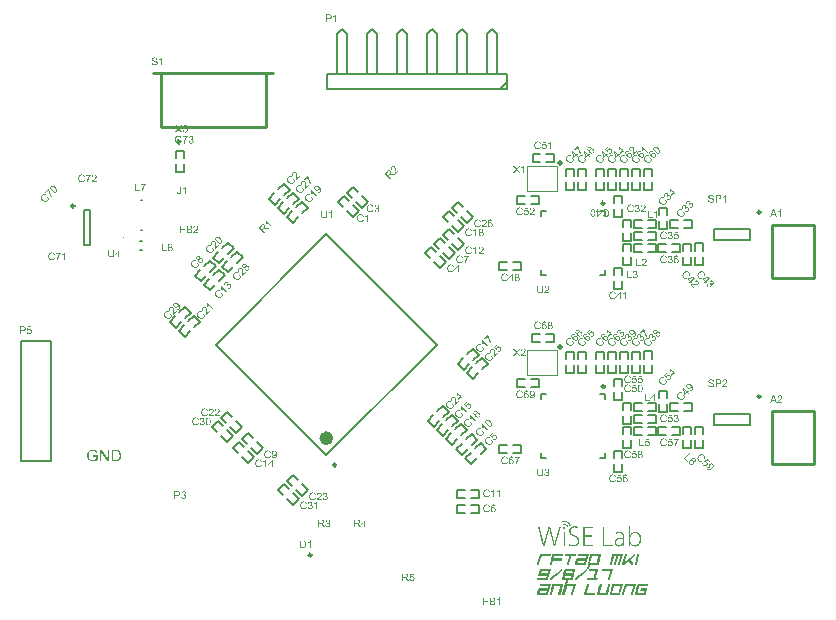
<source format=gto>
G04 Layer_Color=65535*
%FSLAX25Y25*%
%MOIN*%
G70*
G01*
G75*
%ADD42C,0.01000*%
%ADD65C,0.00984*%
%ADD66C,0.00394*%
%ADD67C,0.02362*%
%ADD68C,0.01968*%
%ADD69C,0.00600*%
%ADD70C,0.00787*%
%ADD71C,0.00100*%
G36*
X198101Y63375D02*
X198347Y63621D01*
X198551Y63417D01*
X198305Y63171D01*
X198738Y62738D01*
X198515Y62515D01*
X198082Y62948D01*
X197296Y62162D01*
X197092Y62366D01*
X196747Y64366D01*
X196929Y64547D01*
X198101Y63375D01*
D02*
G37*
G36*
X85271Y-35399D02*
X85303Y-35403D01*
X85342Y-35407D01*
X85385Y-35410D01*
X85431Y-35418D01*
X85533Y-35442D01*
X85642Y-35477D01*
X85697Y-35500D01*
X85751Y-35527D01*
X85802Y-35559D01*
X85852Y-35594D01*
X85856Y-35598D01*
X85864Y-35601D01*
X85876Y-35613D01*
X85895Y-35629D01*
X85915Y-35648D01*
X85942Y-35676D01*
X85970Y-35703D01*
X85997Y-35734D01*
X86028Y-35773D01*
X86055Y-35812D01*
X86086Y-35859D01*
X86118Y-35910D01*
X86145Y-35960D01*
X86172Y-36019D01*
X86219Y-36144D01*
X85884Y-36222D01*
Y-36218D01*
X85880Y-36210D01*
X85876Y-36194D01*
X85868Y-36175D01*
X85856Y-36151D01*
X85845Y-36124D01*
X85817Y-36066D01*
X85782Y-35999D01*
X85735Y-35929D01*
X85685Y-35867D01*
X85622Y-35812D01*
X85615Y-35808D01*
X85591Y-35793D01*
X85556Y-35773D01*
X85505Y-35746D01*
X85447Y-35722D01*
X85373Y-35703D01*
X85291Y-35687D01*
X85197Y-35683D01*
X85170D01*
X85150Y-35687D01*
X85123D01*
X85096Y-35691D01*
X85026Y-35703D01*
X84948Y-35719D01*
X84866Y-35746D01*
X84784Y-35781D01*
X84706Y-35828D01*
X84702D01*
X84698Y-35835D01*
X84675Y-35855D01*
X84640Y-35886D01*
X84597Y-35929D01*
X84554Y-35984D01*
X84507Y-36046D01*
X84464Y-36124D01*
X84429Y-36210D01*
Y-36214D01*
X84425Y-36222D01*
X84421Y-36233D01*
X84417Y-36253D01*
X84409Y-36272D01*
X84406Y-36300D01*
X84390Y-36362D01*
X84374Y-36436D01*
X84363Y-36518D01*
X84355Y-36608D01*
X84351Y-36701D01*
Y-36705D01*
Y-36717D01*
Y-36733D01*
Y-36756D01*
X84355Y-36783D01*
Y-36818D01*
X84359Y-36853D01*
X84363Y-36892D01*
X84374Y-36982D01*
X84390Y-37080D01*
X84413Y-37177D01*
X84445Y-37271D01*
Y-37275D01*
X84448Y-37282D01*
X84456Y-37294D01*
X84464Y-37310D01*
X84484Y-37356D01*
X84515Y-37407D01*
X84558Y-37470D01*
X84608Y-37528D01*
X84667Y-37587D01*
X84737Y-37637D01*
X84741D01*
X84745Y-37641D01*
X84757Y-37649D01*
X84772Y-37657D01*
X84815Y-37672D01*
X84870Y-37696D01*
X84932Y-37715D01*
X85006Y-37735D01*
X85088Y-37750D01*
X85174Y-37754D01*
X85201D01*
X85221Y-37750D01*
X85244D01*
X85275Y-37747D01*
X85342Y-37735D01*
X85416Y-37715D01*
X85498Y-37684D01*
X85576Y-37645D01*
X85654Y-37591D01*
X85658Y-37587D01*
X85661Y-37583D01*
X85685Y-37559D01*
X85720Y-37520D01*
X85763Y-37470D01*
X85806Y-37399D01*
X85852Y-37317D01*
X85891Y-37216D01*
X85923Y-37103D01*
X86262Y-37189D01*
Y-37193D01*
X86258Y-37208D01*
X86250Y-37228D01*
X86243Y-37259D01*
X86227Y-37290D01*
X86211Y-37333D01*
X86196Y-37376D01*
X86172Y-37423D01*
X86122Y-37528D01*
X86051Y-37633D01*
X85973Y-37735D01*
X85927Y-37782D01*
X85876Y-37824D01*
X85872Y-37828D01*
X85864Y-37832D01*
X85849Y-37844D01*
X85825Y-37860D01*
X85798Y-37875D01*
X85767Y-37895D01*
X85732Y-37914D01*
X85689Y-37934D01*
X85642Y-37953D01*
X85591Y-37973D01*
X85533Y-37992D01*
X85474Y-38008D01*
X85346Y-38035D01*
X85275Y-38039D01*
X85201Y-38043D01*
X85162D01*
X85131Y-38039D01*
X85096D01*
X85057Y-38035D01*
X85010Y-38027D01*
X84963Y-38023D01*
X84854Y-38000D01*
X84741Y-37973D01*
X84632Y-37930D01*
X84577Y-37906D01*
X84526Y-37875D01*
X84523Y-37871D01*
X84515Y-37867D01*
X84503Y-37856D01*
X84484Y-37844D01*
X84437Y-37805D01*
X84382Y-37750D01*
X84316Y-37684D01*
X84254Y-37598D01*
X84187Y-37501D01*
X84133Y-37388D01*
Y-37384D01*
X84129Y-37372D01*
X84121Y-37356D01*
X84113Y-37333D01*
X84101Y-37302D01*
X84090Y-37267D01*
X84078Y-37228D01*
X84066Y-37181D01*
X84055Y-37134D01*
X84043Y-37080D01*
X84020Y-36963D01*
X84004Y-36838D01*
X84000Y-36701D01*
Y-36697D01*
Y-36682D01*
Y-36662D01*
X84004Y-36635D01*
Y-36600D01*
X84008Y-36557D01*
X84012Y-36514D01*
X84020Y-36463D01*
X84039Y-36354D01*
X84062Y-36237D01*
X84101Y-36116D01*
X84152Y-36003D01*
Y-35999D01*
X84160Y-35991D01*
X84168Y-35976D01*
X84179Y-35952D01*
X84195Y-35929D01*
X84215Y-35902D01*
X84265Y-35835D01*
X84324Y-35761D01*
X84398Y-35687D01*
X84487Y-35613D01*
X84585Y-35551D01*
X84589D01*
X84597Y-35543D01*
X84612Y-35535D01*
X84636Y-35527D01*
X84659Y-35516D01*
X84690Y-35500D01*
X84729Y-35488D01*
X84768Y-35473D01*
X84811Y-35457D01*
X84858Y-35445D01*
X84963Y-35418D01*
X85080Y-35403D01*
X85205Y-35395D01*
X85244D01*
X85271Y-35399D01*
D02*
G37*
G36*
X195810Y63014D02*
X195859Y63009D01*
X195906Y63000D01*
X195961Y62989D01*
X196019Y62976D01*
X196074Y62959D01*
X196135Y62937D01*
X196256Y62882D01*
X196074Y62590D01*
X196072Y62592D01*
X196063Y62595D01*
X196050Y62603D01*
X196030Y62612D01*
X196005Y62620D01*
X195978Y62631D01*
X195917Y62653D01*
X195846Y62675D01*
X195763Y62691D01*
X195683Y62700D01*
X195600Y62694D01*
X195592Y62691D01*
X195564Y62686D01*
X195526Y62675D01*
X195470Y62658D01*
X195413Y62634D01*
X195346Y62595D01*
X195278Y62548D01*
X195209Y62485D01*
X195206Y62482D01*
X195200Y62476D01*
X195189Y62465D01*
X195178Y62449D01*
X195159Y62429D01*
X195142Y62407D01*
X195101Y62350D01*
X195057Y62283D01*
X195018Y62206D01*
X194985Y62123D01*
X194963Y62035D01*
X194960Y62032D01*
X194963Y62024D01*
X194960Y61994D01*
X194958Y61947D01*
Y61886D01*
X194966Y61817D01*
X194977Y61740D01*
X195002Y61655D01*
X195038Y61569D01*
X195040Y61566D01*
X195043Y61558D01*
X195049Y61547D01*
X195060Y61531D01*
X195068Y61511D01*
X195084Y61489D01*
X195117Y61434D01*
X195159Y61371D01*
X195209Y61304D01*
X195266Y61235D01*
X195330Y61167D01*
X195333Y61164D01*
X195341Y61155D01*
X195352Y61144D01*
X195369Y61128D01*
X195390Y61111D01*
X195415Y61086D01*
X195443Y61064D01*
X195473Y61040D01*
X195545Y60984D01*
X195625Y60927D01*
X195710Y60874D01*
X195799Y60830D01*
X195801Y60827D01*
X195810Y60825D01*
X195824Y60822D01*
X195840Y60816D01*
X195887Y60797D01*
X195945Y60783D01*
X196019Y60769D01*
X196097Y60764D01*
X196179D01*
X196265Y60778D01*
X196267Y60780D01*
X196273D01*
X196287Y60783D01*
X196303Y60789D01*
X196345Y60808D01*
X196400Y60830D01*
X196458Y60860D01*
X196524Y60899D01*
X196593Y60946D01*
X196656Y61004D01*
X196659Y61007D01*
X196665Y61012D01*
X196676Y61023D01*
X196687Y61040D01*
X196703Y61056D01*
X196722Y61081D01*
X196761Y61136D01*
X196800Y61202D01*
X196836Y61282D01*
X196863Y61365D01*
X196880Y61459D01*
Y61464D01*
Y61470D01*
Y61503D01*
X196877Y61555D01*
X196871Y61621D01*
X196852Y61702D01*
X196827Y61792D01*
X196783Y61892D01*
X196725Y61994D01*
X197026Y62173D01*
X197029Y62170D01*
X197037Y62156D01*
X197045Y62137D01*
X197062Y62110D01*
X197073Y62077D01*
X197092Y62035D01*
X197111Y61994D01*
X197128Y61944D01*
X197167Y61834D01*
X197191Y61710D01*
X197208Y61583D01*
Y61517D01*
X197202Y61451D01*
Y61445D01*
X197200Y61437D01*
X197197Y61418D01*
X197191Y61390D01*
X197183Y61360D01*
X197175Y61324D01*
X197164Y61285D01*
X197147Y61241D01*
X197128Y61194D01*
X197106Y61144D01*
X197078Y61089D01*
X197048Y61037D01*
X196976Y60927D01*
X196929Y60874D01*
X196880Y60819D01*
X196877Y60816D01*
X196866Y60805D01*
X196852Y60791D01*
X196827Y60772D01*
X196802Y60747D01*
X196772Y60723D01*
X196733Y60695D01*
X196698Y60665D01*
X196604Y60604D01*
X196505Y60543D01*
X196397Y60496D01*
X196342Y60474D01*
X196284Y60461D01*
X196279D01*
X196270Y60458D01*
X196254D01*
X196232Y60452D01*
X196171Y60447D01*
X196000D01*
X195895Y60463D01*
X195779Y60485D01*
X195661Y60527D01*
X195658Y60530D01*
X195647Y60535D01*
X195631Y60540D01*
X195608Y60552D01*
X195578Y60565D01*
X195545Y60582D01*
X195509Y60601D01*
X195468Y60626D01*
X195426Y60651D01*
X195379Y60681D01*
X195280Y60747D01*
X195181Y60825D01*
X195082Y60918D01*
X195079Y60921D01*
X195068Y60932D01*
X195054Y60946D01*
X195038Y60968D01*
X195013Y60993D01*
X194985Y61026D01*
X194958Y61059D01*
X194927Y61100D01*
X194864Y61191D01*
X194798Y61291D01*
X194740Y61404D01*
X194696Y61519D01*
X194693Y61522D01*
Y61533D01*
X194687Y61550D01*
X194679Y61575D01*
X194674Y61602D01*
X194668Y61635D01*
X194657Y61718D01*
X194646Y61812D01*
Y61917D01*
X194657Y62032D01*
X194682Y62146D01*
X194685Y62148D01*
Y62159D01*
X194690Y62176D01*
X194701Y62198D01*
X194709Y62223D01*
X194720Y62256D01*
X194740Y62292D01*
X194756Y62330D01*
X194776Y62372D01*
X194800Y62413D01*
X194855Y62507D01*
X194927Y62600D01*
X195010Y62694D01*
X195013Y62697D01*
X195021Y62705D01*
X195038Y62722D01*
X195060Y62738D01*
X195084Y62758D01*
X195115Y62783D01*
X195148Y62810D01*
X195186Y62838D01*
X195275Y62893D01*
X195377Y62945D01*
X195432Y62967D01*
X195490Y62987D01*
X195548Y63000D01*
X195608Y63011D01*
X195614D01*
X195622Y63014D01*
X195639D01*
X195664Y63017D01*
X195768D01*
X195810Y63014D01*
D02*
G37*
G36*
X192101Y63375D02*
X192347Y63621D01*
X192551Y63417D01*
X192305Y63171D01*
X192738Y62738D01*
X192515Y62515D01*
X192082Y62948D01*
X191296Y62162D01*
X191092Y62366D01*
X190747Y64366D01*
X190929Y64547D01*
X192101Y63375D01*
D02*
G37*
G36*
X198752Y65896D02*
X198030Y65174D01*
X198418Y64586D01*
Y64592D01*
X198421Y64600D01*
X198424Y64614D01*
X198427Y64633D01*
X198435Y64658D01*
X198443Y64683D01*
X198465Y64749D01*
X198493Y64820D01*
X198534Y64895D01*
X198584Y64972D01*
X198645Y65044D01*
X198647Y65047D01*
X198656Y65055D01*
X198667Y65066D01*
X198686Y65080D01*
X198711Y65099D01*
X198736Y65118D01*
X198769Y65140D01*
X198802Y65162D01*
X198887Y65204D01*
X198931Y65226D01*
X198981Y65242D01*
X199036Y65259D01*
X199091Y65270D01*
X199149Y65278D01*
X199243D01*
X199265Y65273D01*
X199295Y65270D01*
X199329Y65264D01*
X199364Y65256D01*
X199406Y65248D01*
X199453Y65234D01*
X199497Y65218D01*
X199546Y65196D01*
X199596Y65174D01*
X199646Y65140D01*
X199695Y65107D01*
X199748Y65066D01*
X199797Y65022D01*
X199800Y65019D01*
X199808Y65011D01*
X199822Y64997D01*
X199836Y64978D01*
X199855Y64953D01*
X199877Y64925D01*
X199902Y64895D01*
X199927Y64859D01*
X199974Y64774D01*
X200018Y64680D01*
X200040Y64625D01*
X200057Y64569D01*
X200070Y64512D01*
X200079Y64454D01*
Y64448D01*
Y64437D01*
Y64415D01*
Y64388D01*
Y64354D01*
X200076Y64313D01*
X200070Y64269D01*
X200059Y64219D01*
X200051Y64167D01*
X200034Y64112D01*
X200012Y64051D01*
X199988Y63993D01*
X199955Y63933D01*
X199919Y63875D01*
X199872Y63817D01*
X199819Y63759D01*
X199817Y63756D01*
X199808Y63748D01*
X199795Y63734D01*
X199775Y63720D01*
X199753Y63704D01*
X199726Y63682D01*
X199695Y63657D01*
X199660Y63632D01*
X199580Y63585D01*
X199488Y63544D01*
X199439Y63527D01*
X199387Y63513D01*
X199334Y63499D01*
X199279Y63494D01*
X199229D01*
X199205Y63497D01*
X199174Y63499D01*
X199141Y63505D01*
X199102Y63511D01*
X199020Y63533D01*
X198926Y63566D01*
X198832Y63615D01*
X198783Y63648D01*
X198736Y63684D01*
X198953Y63935D01*
X198956Y63933D01*
X198962Y63927D01*
X198973Y63921D01*
X198987Y63913D01*
X199025Y63891D01*
X199075Y63864D01*
X199130Y63836D01*
X199193Y63817D01*
X199260Y63800D01*
X199329Y63797D01*
X199337Y63800D01*
X199359D01*
X199389Y63808D01*
X199433Y63819D01*
X199480Y63839D01*
X199533Y63864D01*
X199588Y63897D01*
X199637Y63941D01*
X199640Y63943D01*
X199646Y63949D01*
X199654Y63957D01*
X199662Y63971D01*
X199690Y64004D01*
X199720Y64051D01*
X199745Y64109D01*
X199773Y64175D01*
X199786Y64250D01*
X199792Y64288D01*
Y64332D01*
X199789Y64335D01*
X199792Y64343D01*
X199786Y64371D01*
X199778Y64418D01*
X199761Y64473D01*
X199734Y64539D01*
X199698Y64614D01*
X199646Y64688D01*
X199580Y64765D01*
X199577Y64768D01*
X199571Y64774D01*
X199560Y64785D01*
X199546Y64793D01*
X199530Y64810D01*
X199508Y64826D01*
X199455Y64862D01*
X199398Y64898D01*
X199329Y64928D01*
X199251Y64950D01*
X199171Y64958D01*
X199160D01*
X199135Y64956D01*
X199094Y64953D01*
X199042Y64939D01*
X198984Y64920D01*
X198915Y64889D01*
X198849Y64845D01*
X198783Y64790D01*
X198777Y64785D01*
X198763Y64771D01*
X198747Y64749D01*
X198722Y64718D01*
X198700Y64680D01*
X198675Y64639D01*
X198656Y64592D01*
X198639Y64542D01*
Y64536D01*
X198634Y64520D01*
X198628Y64492D01*
X198623Y64459D01*
Y64421D01*
Y64376D01*
X198625Y64330D01*
X198634Y64283D01*
X198394Y64104D01*
X197641Y65209D01*
X198540Y66108D01*
X198752Y65896D01*
D02*
G37*
G36*
X202101Y63375D02*
X202347Y63621D01*
X202551Y63417D01*
X202305Y63171D01*
X202738Y62738D01*
X202515Y62515D01*
X202082Y62948D01*
X201296Y62162D01*
X201092Y62366D01*
X200747Y64366D01*
X200929Y64547D01*
X202101Y63375D01*
D02*
G37*
G36*
X230032Y24343D02*
X230146Y24318D01*
X230148Y24315D01*
X230159D01*
X230176Y24310D01*
X230198Y24299D01*
X230223Y24291D01*
X230256Y24280D01*
X230292Y24260D01*
X230330Y24244D01*
X230372Y24224D01*
X230413Y24200D01*
X230507Y24145D01*
X230601Y24073D01*
X230694Y23990D01*
X230697Y23987D01*
X230705Y23979D01*
X230722Y23962D01*
X230738Y23940D01*
X230758Y23916D01*
X230783Y23885D01*
X230810Y23852D01*
X230838Y23813D01*
X230893Y23725D01*
X230945Y23623D01*
X230967Y23568D01*
X230987Y23510D01*
X231000Y23452D01*
X231011Y23392D01*
Y23386D01*
X231014Y23378D01*
Y23361D01*
X231017Y23336D01*
Y23309D01*
Y23270D01*
Y23232D01*
X231014Y23190D01*
X231009Y23141D01*
X231000Y23094D01*
X230989Y23039D01*
X230976Y22981D01*
X230959Y22926D01*
X230937Y22865D01*
X230882Y22743D01*
X230590Y22926D01*
X230592Y22928D01*
X230595Y22937D01*
X230603Y22950D01*
X230612Y22970D01*
X230620Y22995D01*
X230631Y23022D01*
X230653Y23083D01*
X230675Y23154D01*
X230692Y23237D01*
X230700Y23317D01*
X230694Y23400D01*
X230692Y23408D01*
X230686Y23436D01*
X230675Y23474D01*
X230658Y23529D01*
X230634Y23587D01*
X230595Y23654D01*
X230548Y23722D01*
X230485Y23791D01*
X230482Y23794D01*
X230476Y23800D01*
X230465Y23811D01*
X230449Y23822D01*
X230430Y23841D01*
X230408Y23858D01*
X230350Y23899D01*
X230283Y23943D01*
X230206Y23982D01*
X230123Y24015D01*
X230035Y24037D01*
X230032Y24040D01*
X230024Y24037D01*
X229994Y24040D01*
X229947Y24042D01*
X229886D01*
X229817Y24034D01*
X229740Y24023D01*
X229655Y23998D01*
X229569Y23962D01*
X229566Y23960D01*
X229558Y23957D01*
X229547Y23951D01*
X229531Y23940D01*
X229511Y23932D01*
X229489Y23916D01*
X229434Y23882D01*
X229371Y23841D01*
X229304Y23791D01*
X229236Y23733D01*
X229167Y23670D01*
X229164Y23667D01*
X229155Y23659D01*
X229145Y23648D01*
X229128Y23631D01*
X229111Y23609D01*
X229086Y23585D01*
X229064Y23557D01*
X229040Y23527D01*
X228984Y23455D01*
X228927Y23375D01*
X228874Y23290D01*
X228830Y23201D01*
X228827Y23199D01*
X228825Y23190D01*
X228822Y23177D01*
X228816Y23160D01*
X228797Y23113D01*
X228783Y23055D01*
X228769Y22981D01*
X228764Y22904D01*
Y22821D01*
X228778Y22735D01*
X228780Y22733D01*
Y22727D01*
X228783Y22713D01*
X228789Y22697D01*
X228808Y22655D01*
X228830Y22600D01*
X228860Y22542D01*
X228899Y22476D01*
X228946Y22407D01*
X229004Y22344D01*
X229007Y22341D01*
X229012Y22335D01*
X229023Y22324D01*
X229040Y22313D01*
X229056Y22297D01*
X229081Y22277D01*
X229136Y22239D01*
X229202Y22200D01*
X229282Y22164D01*
X229365Y22137D01*
X229459Y22120D01*
X229503D01*
X229555Y22123D01*
X229622Y22129D01*
X229701Y22148D01*
X229792Y22173D01*
X229892Y22217D01*
X229994Y22275D01*
X230173Y21974D01*
X230170Y21971D01*
X230156Y21963D01*
X230137Y21955D01*
X230110Y21938D01*
X230077Y21927D01*
X230035Y21908D01*
X229994Y21889D01*
X229944Y21872D01*
X229834Y21834D01*
X229710Y21809D01*
X229583Y21792D01*
X229517D01*
X229451Y21798D01*
X229445D01*
X229437Y21800D01*
X229417Y21803D01*
X229390Y21809D01*
X229360Y21817D01*
X229324Y21825D01*
X229285Y21836D01*
X229241Y21853D01*
X229194Y21872D01*
X229145Y21894D01*
X229089Y21922D01*
X229037Y21952D01*
X228927Y22024D01*
X228874Y22071D01*
X228819Y22120D01*
X228816Y22123D01*
X228805Y22134D01*
X228791Y22148D01*
X228772Y22173D01*
X228747Y22197D01*
X228723Y22228D01*
X228695Y22266D01*
X228665Y22302D01*
X228604Y22396D01*
X228543Y22495D01*
X228496Y22603D01*
X228474Y22658D01*
X228461Y22716D01*
Y22722D01*
X228458Y22730D01*
Y22746D01*
X228452Y22768D01*
X228447Y22829D01*
Y22906D01*
Y23000D01*
X228463Y23105D01*
X228485Y23221D01*
X228527Y23339D01*
X228530Y23342D01*
X228535Y23353D01*
X228540Y23370D01*
X228552Y23392D01*
X228565Y23422D01*
X228582Y23455D01*
X228601Y23491D01*
X228626Y23532D01*
X228651Y23574D01*
X228681Y23620D01*
X228747Y23720D01*
X228825Y23819D01*
X228918Y23918D01*
X228921Y23921D01*
X228932Y23932D01*
X228946Y23946D01*
X228968Y23962D01*
X228993Y23987D01*
X229026Y24015D01*
X229059Y24042D01*
X229100Y24073D01*
X229191Y24136D01*
X229291Y24202D01*
X229404Y24260D01*
X229520Y24304D01*
X229522Y24307D01*
X229533D01*
X229550Y24313D01*
X229575Y24321D01*
X229602Y24327D01*
X229635Y24332D01*
X229718Y24343D01*
X229812Y24354D01*
X229917D01*
X230032Y24343D01*
D02*
G37*
G36*
X158642Y-28358D02*
X158419Y-28582D01*
X157001Y-27164D01*
Y-27169D01*
Y-27192D01*
X156995Y-27225D01*
X156990Y-27269D01*
X156984Y-27324D01*
X156974Y-27385D01*
X156962Y-27456D01*
X156943Y-27531D01*
X156940Y-27534D01*
Y-27539D01*
X156935Y-27567D01*
X156924Y-27605D01*
X156910Y-27652D01*
X156894Y-27707D01*
X156871Y-27762D01*
X156849Y-27823D01*
X156827Y-27878D01*
X156609Y-27660D01*
X156612Y-27658D01*
X156615Y-27649D01*
X156621Y-27633D01*
X156623Y-27613D01*
X156632Y-27589D01*
X156643Y-27561D01*
X156662Y-27492D01*
X156681Y-27412D01*
X156701Y-27321D01*
X156714Y-27225D01*
X156722Y-27128D01*
Y-27123D01*
Y-27117D01*
Y-27084D01*
Y-27034D01*
Y-26974D01*
X156717Y-26902D01*
X156709Y-26828D01*
X156695Y-26753D01*
X156676Y-26684D01*
X156822Y-26538D01*
X158642Y-28358D01*
D02*
G37*
G36*
X203508Y64782D02*
X203753Y65027D01*
X203957Y64823D01*
X203712Y64578D01*
X204145Y64145D01*
X203922Y63921D01*
X203488Y64354D01*
X202703Y63569D01*
X202499Y63773D01*
X202154Y65772D01*
X202336Y65954D01*
X203508Y64782D01*
D02*
G37*
G36*
X199810Y63014D02*
X199859Y63009D01*
X199906Y63000D01*
X199961Y62989D01*
X200019Y62976D01*
X200075Y62959D01*
X200135Y62937D01*
X200256Y62882D01*
X200075Y62590D01*
X200072Y62592D01*
X200063Y62595D01*
X200050Y62603D01*
X200030Y62612D01*
X200006Y62620D01*
X199978Y62631D01*
X199917Y62653D01*
X199846Y62675D01*
X199763Y62691D01*
X199683Y62700D01*
X199600Y62694D01*
X199592Y62691D01*
X199564Y62686D01*
X199526Y62675D01*
X199470Y62658D01*
X199413Y62634D01*
X199346Y62595D01*
X199277Y62548D01*
X199208Y62485D01*
X199206Y62482D01*
X199200Y62476D01*
X199189Y62465D01*
X199178Y62449D01*
X199159Y62429D01*
X199142Y62407D01*
X199101Y62350D01*
X199057Y62283D01*
X199018Y62206D01*
X198985Y62123D01*
X198963Y62035D01*
X198960Y62032D01*
X198963Y62024D01*
X198960Y61994D01*
X198958Y61947D01*
Y61886D01*
X198966Y61817D01*
X198977Y61740D01*
X199002Y61655D01*
X199038Y61569D01*
X199040Y61566D01*
X199043Y61558D01*
X199049Y61547D01*
X199060Y61531D01*
X199068Y61511D01*
X199084Y61489D01*
X199118Y61434D01*
X199159Y61371D01*
X199208Y61304D01*
X199267Y61235D01*
X199330Y61167D01*
X199333Y61164D01*
X199341Y61155D01*
X199352Y61144D01*
X199369Y61128D01*
X199390Y61111D01*
X199415Y61086D01*
X199443Y61064D01*
X199473Y61040D01*
X199545Y60984D01*
X199625Y60927D01*
X199710Y60874D01*
X199799Y60830D01*
X199801Y60827D01*
X199810Y60825D01*
X199823Y60822D01*
X199840Y60816D01*
X199887Y60797D01*
X199945Y60783D01*
X200019Y60769D01*
X200097Y60764D01*
X200179D01*
X200265Y60778D01*
X200268Y60780D01*
X200273D01*
X200287Y60783D01*
X200303Y60789D01*
X200345Y60808D01*
X200400Y60830D01*
X200458Y60860D01*
X200524Y60899D01*
X200593Y60946D01*
X200656Y61004D01*
X200659Y61007D01*
X200665Y61012D01*
X200676Y61023D01*
X200687Y61040D01*
X200703Y61056D01*
X200723Y61081D01*
X200761Y61136D01*
X200800Y61202D01*
X200836Y61282D01*
X200863Y61365D01*
X200880Y61459D01*
Y61464D01*
Y61470D01*
Y61503D01*
X200877Y61555D01*
X200871Y61621D01*
X200852Y61702D01*
X200827Y61792D01*
X200783Y61892D01*
X200725Y61994D01*
X201026Y62173D01*
X201029Y62170D01*
X201037Y62156D01*
X201045Y62137D01*
X201062Y62110D01*
X201073Y62077D01*
X201092Y62035D01*
X201111Y61994D01*
X201128Y61944D01*
X201167Y61834D01*
X201191Y61710D01*
X201208Y61583D01*
Y61517D01*
X201202Y61451D01*
Y61445D01*
X201200Y61437D01*
X201197Y61418D01*
X201191Y61390D01*
X201183Y61360D01*
X201175Y61324D01*
X201164Y61285D01*
X201147Y61241D01*
X201128Y61194D01*
X201106Y61144D01*
X201078Y61089D01*
X201048Y61037D01*
X200976Y60927D01*
X200929Y60874D01*
X200880Y60819D01*
X200877Y60816D01*
X200866Y60805D01*
X200852Y60791D01*
X200827Y60772D01*
X200802Y60747D01*
X200772Y60723D01*
X200733Y60695D01*
X200698Y60665D01*
X200604Y60604D01*
X200505Y60543D01*
X200397Y60496D01*
X200342Y60474D01*
X200284Y60461D01*
X200278D01*
X200270Y60458D01*
X200254D01*
X200232Y60452D01*
X200171Y60447D01*
X200000D01*
X199895Y60463D01*
X199779Y60485D01*
X199661Y60527D01*
X199658Y60530D01*
X199647Y60535D01*
X199630Y60540D01*
X199608Y60552D01*
X199578Y60565D01*
X199545Y60582D01*
X199509Y60601D01*
X199468Y60626D01*
X199426Y60651D01*
X199380Y60681D01*
X199280Y60747D01*
X199181Y60825D01*
X199082Y60918D01*
X199079Y60921D01*
X199068Y60932D01*
X199054Y60946D01*
X199038Y60968D01*
X199013Y60993D01*
X198985Y61026D01*
X198958Y61059D01*
X198927Y61100D01*
X198864Y61191D01*
X198798Y61291D01*
X198740Y61404D01*
X198696Y61519D01*
X198693Y61522D01*
Y61533D01*
X198687Y61550D01*
X198679Y61575D01*
X198673Y61602D01*
X198668Y61635D01*
X198657Y61718D01*
X198646Y61812D01*
Y61917D01*
X198657Y62032D01*
X198682Y62146D01*
X198685Y62148D01*
Y62159D01*
X198690Y62176D01*
X198701Y62198D01*
X198709Y62223D01*
X198720Y62256D01*
X198740Y62292D01*
X198756Y62330D01*
X198776Y62372D01*
X198800Y62413D01*
X198855Y62507D01*
X198927Y62600D01*
X199010Y62694D01*
X199013Y62697D01*
X199021Y62705D01*
X199038Y62722D01*
X199060Y62738D01*
X199084Y62758D01*
X199115Y62783D01*
X199148Y62810D01*
X199187Y62838D01*
X199275Y62893D01*
X199377Y62945D01*
X199432Y62967D01*
X199490Y62987D01*
X199548Y63000D01*
X199608Y63011D01*
X199614D01*
X199622Y63014D01*
X199639D01*
X199664Y63017D01*
X199768D01*
X199810Y63014D01*
D02*
G37*
G36*
X188780Y66012D02*
Y66006D01*
Y65995D01*
X188783Y65976D01*
Y65948D01*
X188788Y65915D01*
X188791Y65874D01*
X188796Y65824D01*
X188802Y65775D01*
X188810Y65717D01*
X188821Y65651D01*
X188829Y65582D01*
X188846Y65510D01*
X188863Y65433D01*
X188879Y65350D01*
X188904Y65264D01*
X188926Y65176D01*
Y65171D01*
X188931Y65154D01*
X188940Y65129D01*
X188951Y65096D01*
X188965Y65055D01*
X188981Y65005D01*
X189000Y64947D01*
X189023Y64887D01*
X189047Y64823D01*
X189075Y64751D01*
X189105Y64677D01*
X189138Y64600D01*
X189210Y64445D01*
X189293Y64285D01*
X189295Y64283D01*
X189301Y64272D01*
X189309Y64258D01*
X189320Y64236D01*
X189337Y64208D01*
X189356Y64178D01*
X189381Y64142D01*
X189403Y64104D01*
X189433Y64062D01*
X189464Y64015D01*
X189533Y63919D01*
X189615Y63814D01*
X189706Y63706D01*
X189478Y63477D01*
X189475Y63480D01*
X189467Y63489D01*
X189455Y63499D01*
X189442Y63519D01*
X189422Y63538D01*
X189400Y63566D01*
X189373Y63599D01*
X189345Y63632D01*
X189315Y63673D01*
X189279Y63720D01*
X189243Y63767D01*
X189207Y63819D01*
X189166Y63877D01*
X189127Y63938D01*
X189044Y64076D01*
X189042Y64079D01*
X189033Y64092D01*
X189023Y64114D01*
X189006Y64142D01*
X188987Y64178D01*
X188967Y64219D01*
X188943Y64266D01*
X188915Y64321D01*
X188890Y64379D01*
X188860Y64443D01*
X188799Y64581D01*
X188741Y64732D01*
X188689Y64889D01*
Y64895D01*
X188683Y64912D01*
X188678Y64934D01*
X188670Y64964D01*
X188658Y65003D01*
X188647Y65047D01*
X188636Y65096D01*
X188620Y65151D01*
X188595Y65276D01*
X188570Y65411D01*
X188548Y65548D01*
X188534Y65689D01*
X187646Y64801D01*
X187434Y65013D01*
X188606Y66186D01*
X188780Y66012D01*
D02*
G37*
G36*
X185810Y63014D02*
X185859Y63009D01*
X185906Y63000D01*
X185961Y62989D01*
X186019Y62976D01*
X186074Y62959D01*
X186135Y62937D01*
X186257Y62882D01*
X186074Y62590D01*
X186072Y62592D01*
X186063Y62595D01*
X186050Y62603D01*
X186030Y62612D01*
X186005Y62620D01*
X185978Y62631D01*
X185917Y62653D01*
X185846Y62675D01*
X185763Y62691D01*
X185683Y62700D01*
X185600Y62694D01*
X185592Y62691D01*
X185564Y62686D01*
X185526Y62675D01*
X185470Y62658D01*
X185413Y62634D01*
X185346Y62595D01*
X185277Y62548D01*
X185208Y62485D01*
X185206Y62482D01*
X185200Y62476D01*
X185189Y62465D01*
X185178Y62449D01*
X185159Y62429D01*
X185142Y62407D01*
X185101Y62350D01*
X185057Y62283D01*
X185018Y62206D01*
X184985Y62123D01*
X184963Y62035D01*
X184960Y62032D01*
X184963Y62024D01*
X184960Y61994D01*
X184958Y61947D01*
Y61886D01*
X184966Y61817D01*
X184977Y61740D01*
X185002Y61655D01*
X185038Y61569D01*
X185040Y61566D01*
X185043Y61558D01*
X185049Y61547D01*
X185060Y61531D01*
X185068Y61511D01*
X185084Y61489D01*
X185117Y61434D01*
X185159Y61371D01*
X185208Y61304D01*
X185266Y61235D01*
X185330Y61167D01*
X185333Y61164D01*
X185341Y61155D01*
X185352Y61144D01*
X185369Y61128D01*
X185390Y61111D01*
X185415Y61086D01*
X185443Y61064D01*
X185473Y61040D01*
X185545Y60984D01*
X185625Y60927D01*
X185710Y60874D01*
X185799Y60830D01*
X185801Y60827D01*
X185810Y60825D01*
X185824Y60822D01*
X185840Y60816D01*
X185887Y60797D01*
X185945Y60783D01*
X186019Y60769D01*
X186097Y60764D01*
X186179D01*
X186265Y60778D01*
X186267Y60780D01*
X186273D01*
X186287Y60783D01*
X186303Y60789D01*
X186345Y60808D01*
X186400Y60830D01*
X186458Y60860D01*
X186524Y60899D01*
X186593Y60946D01*
X186656Y61004D01*
X186659Y61007D01*
X186665Y61012D01*
X186676Y61023D01*
X186687Y61040D01*
X186703Y61056D01*
X186723Y61081D01*
X186761Y61136D01*
X186800Y61202D01*
X186836Y61282D01*
X186863Y61365D01*
X186880Y61459D01*
Y61464D01*
Y61470D01*
Y61503D01*
X186877Y61555D01*
X186871Y61621D01*
X186852Y61702D01*
X186827Y61792D01*
X186783Y61892D01*
X186725Y61994D01*
X187026Y62173D01*
X187029Y62170D01*
X187037Y62156D01*
X187045Y62137D01*
X187062Y62110D01*
X187073Y62077D01*
X187092Y62035D01*
X187111Y61994D01*
X187128Y61944D01*
X187167Y61834D01*
X187191Y61710D01*
X187208Y61583D01*
Y61517D01*
X187202Y61451D01*
Y61445D01*
X187200Y61437D01*
X187197Y61418D01*
X187191Y61390D01*
X187183Y61360D01*
X187175Y61324D01*
X187164Y61285D01*
X187147Y61241D01*
X187128Y61194D01*
X187106Y61144D01*
X187078Y61089D01*
X187048Y61037D01*
X186976Y60927D01*
X186929Y60874D01*
X186880Y60819D01*
X186877Y60816D01*
X186866Y60805D01*
X186852Y60791D01*
X186827Y60772D01*
X186802Y60747D01*
X186772Y60723D01*
X186733Y60695D01*
X186698Y60665D01*
X186604Y60604D01*
X186505Y60543D01*
X186397Y60496D01*
X186342Y60474D01*
X186284Y60461D01*
X186278D01*
X186270Y60458D01*
X186254D01*
X186232Y60452D01*
X186171Y60447D01*
X186000D01*
X185895Y60463D01*
X185779Y60485D01*
X185661Y60527D01*
X185658Y60530D01*
X185647Y60535D01*
X185631Y60540D01*
X185608Y60552D01*
X185578Y60565D01*
X185545Y60582D01*
X185509Y60601D01*
X185468Y60626D01*
X185426Y60651D01*
X185380Y60681D01*
X185280Y60747D01*
X185181Y60825D01*
X185082Y60918D01*
X185079Y60921D01*
X185068Y60932D01*
X185054Y60946D01*
X185038Y60968D01*
X185013Y60993D01*
X184985Y61026D01*
X184958Y61059D01*
X184927Y61100D01*
X184864Y61191D01*
X184798Y61291D01*
X184740Y61404D01*
X184696Y61519D01*
X184693Y61522D01*
Y61533D01*
X184687Y61550D01*
X184679Y61575D01*
X184674Y61602D01*
X184668Y61635D01*
X184657Y61718D01*
X184646Y61812D01*
Y61917D01*
X184657Y62032D01*
X184682Y62146D01*
X184685Y62148D01*
Y62159D01*
X184690Y62176D01*
X184701Y62198D01*
X184709Y62223D01*
X184720Y62256D01*
X184740Y62292D01*
X184756Y62330D01*
X184776Y62372D01*
X184800Y62413D01*
X184855Y62507D01*
X184927Y62600D01*
X185010Y62694D01*
X185013Y62697D01*
X185021Y62705D01*
X185038Y62722D01*
X185060Y62738D01*
X185084Y62758D01*
X185115Y62783D01*
X185148Y62810D01*
X185187Y62838D01*
X185275Y62893D01*
X185377Y62945D01*
X185432Y62967D01*
X185490Y62987D01*
X185548Y63000D01*
X185608Y63011D01*
X185614D01*
X185622Y63014D01*
X185639D01*
X185664Y63017D01*
X185768D01*
X185810Y63014D01*
D02*
G37*
G36*
X168425Y23570D02*
X168456D01*
X168487Y23562D01*
X168565Y23551D01*
X168651Y23527D01*
X168741Y23492D01*
X168788Y23469D01*
X168831Y23445D01*
X168873Y23414D01*
X168912Y23379D01*
X168916Y23375D01*
X168920Y23371D01*
X168932Y23359D01*
X168944Y23344D01*
X168959Y23324D01*
X168979Y23301D01*
X169018Y23246D01*
X169053Y23176D01*
X169088Y23094D01*
X169111Y23005D01*
X169115Y22954D01*
X169119Y22903D01*
Y22895D01*
Y22872D01*
X169115Y22841D01*
X169107Y22798D01*
X169096Y22747D01*
X169080Y22696D01*
X169057Y22642D01*
X169026Y22591D01*
X169022Y22587D01*
X169010Y22572D01*
X168986Y22548D01*
X168955Y22517D01*
X168916Y22486D01*
X168866Y22455D01*
X168807Y22420D01*
X168741Y22392D01*
X168745D01*
X168753Y22388D01*
X168764Y22385D01*
X168780Y22377D01*
X168823Y22357D01*
X168873Y22334D01*
X168932Y22299D01*
X168990Y22256D01*
X169049Y22201D01*
X169100Y22143D01*
X169104Y22135D01*
X169119Y22111D01*
X169139Y22076D01*
X169162Y22026D01*
X169185Y21967D01*
X169205Y21897D01*
X169220Y21819D01*
X169224Y21733D01*
Y21729D01*
Y21718D01*
Y21702D01*
X169220Y21679D01*
X169217Y21651D01*
X169213Y21616D01*
X169197Y21538D01*
X169166Y21452D01*
X169150Y21406D01*
X169127Y21359D01*
X169100Y21312D01*
X169068Y21265D01*
X169033Y21222D01*
X168990Y21179D01*
X168986Y21175D01*
X168979Y21172D01*
X168967Y21160D01*
X168948Y21144D01*
X168924Y21129D01*
X168897Y21109D01*
X168866Y21090D01*
X168827Y21070D01*
X168784Y21047D01*
X168737Y21027D01*
X168686Y21008D01*
X168632Y20992D01*
X168577Y20977D01*
X168515Y20965D01*
X168448Y20961D01*
X168378Y20957D01*
X168343D01*
X168316Y20961D01*
X168284Y20965D01*
X168245Y20969D01*
X168207Y20977D01*
X168160Y20984D01*
X168062Y21012D01*
X168011Y21031D01*
X167961Y21051D01*
X167910Y21078D01*
X167859Y21105D01*
X167813Y21140D01*
X167766Y21179D01*
X167762Y21183D01*
X167754Y21191D01*
X167746Y21203D01*
X167731Y21218D01*
X167711Y21242D01*
X167692Y21269D01*
X167672Y21300D01*
X167653Y21335D01*
X167629Y21374D01*
X167610Y21417D01*
X167571Y21511D01*
X167555Y21565D01*
X167547Y21620D01*
X167540Y21679D01*
X167536Y21741D01*
Y21745D01*
Y21753D01*
Y21764D01*
X167540Y21784D01*
Y21803D01*
X167543Y21831D01*
X167551Y21885D01*
X167567Y21952D01*
X167590Y22022D01*
X167618Y22092D01*
X167660Y22158D01*
Y22162D01*
X167668Y22166D01*
X167684Y22186D01*
X167715Y22217D01*
X167754Y22252D01*
X167805Y22291D01*
X167867Y22330D01*
X167941Y22365D01*
X168023Y22392D01*
X168019D01*
X168015Y22396D01*
X167992Y22404D01*
X167957Y22423D01*
X167914Y22443D01*
X167863Y22474D01*
X167816Y22509D01*
X167770Y22548D01*
X167731Y22595D01*
X167727Y22603D01*
X167715Y22618D01*
X167700Y22646D01*
X167684Y22685D01*
X167668Y22732D01*
X167653Y22786D01*
X167641Y22845D01*
X167637Y22911D01*
Y22915D01*
Y22923D01*
Y22938D01*
X167641Y22958D01*
X167645Y22981D01*
X167649Y23009D01*
X167660Y23075D01*
X167684Y23149D01*
X167723Y23227D01*
X167742Y23270D01*
X167770Y23309D01*
X167801Y23348D01*
X167836Y23383D01*
X167840Y23387D01*
X167844Y23391D01*
X167856Y23402D01*
X167871Y23414D01*
X167894Y23426D01*
X167918Y23445D01*
X167945Y23461D01*
X167980Y23480D01*
X168054Y23516D01*
X168148Y23543D01*
X168253Y23566D01*
X168308Y23570D01*
X168370Y23574D01*
X168402D01*
X168425Y23570D01*
D02*
G37*
G36*
X62139Y29454D02*
X62164Y29451D01*
X62194Y29448D01*
X62260Y29437D01*
X62335Y29412D01*
X62418Y29379D01*
X62497Y29332D01*
X62536Y29299D01*
X62575Y29266D01*
X62580Y29261D01*
X62597Y29244D01*
X62616Y29219D01*
X62641Y29184D01*
X62668Y29139D01*
X62693Y29092D01*
X62715Y29037D01*
X62729Y28979D01*
Y28974D01*
X62732Y28955D01*
Y28921D01*
Y28877D01*
X62726Y28828D01*
X62713Y28770D01*
X62696Y28704D01*
X62668Y28637D01*
X62671Y28640D01*
X62679Y28643D01*
X62691Y28648D01*
X62707Y28654D01*
X62751Y28670D01*
X62804Y28690D01*
X62870Y28706D01*
X62941Y28717D01*
X63021Y28720D01*
X63099Y28715D01*
X63107Y28712D01*
X63134Y28706D01*
X63173Y28695D01*
X63226Y28676D01*
X63283Y28651D01*
X63347Y28615D01*
X63413Y28571D01*
X63476Y28513D01*
X63479Y28511D01*
X63487Y28502D01*
X63499Y28491D01*
X63512Y28472D01*
X63529Y28450D01*
X63551Y28422D01*
X63595Y28356D01*
X63634Y28273D01*
X63656Y28229D01*
X63672Y28180D01*
X63686Y28127D01*
X63697Y28072D01*
X63703Y28017D01*
Y27956D01*
Y27951D01*
X63700Y27942D01*
Y27926D01*
X63697Y27901D01*
X63692Y27874D01*
X63686Y27840D01*
X63678Y27805D01*
X63664Y27763D01*
X63650Y27716D01*
X63631Y27670D01*
X63609Y27620D01*
X63581Y27570D01*
X63554Y27520D01*
X63518Y27468D01*
X63474Y27419D01*
X63427Y27366D01*
X63424Y27363D01*
X63416Y27355D01*
X63402Y27341D01*
X63380Y27325D01*
X63355Y27305D01*
X63325Y27281D01*
X63292Y27259D01*
X63253Y27231D01*
X63165Y27181D01*
X63115Y27159D01*
X63065Y27137D01*
X63010Y27121D01*
X62955Y27104D01*
X62897Y27096D01*
X62837Y27090D01*
X62820D01*
X62806Y27093D01*
X62784D01*
X62754Y27096D01*
X62721Y27101D01*
X62685Y27110D01*
X62646Y27121D01*
X62602Y27132D01*
X62558Y27148D01*
X62464Y27187D01*
X62415Y27214D01*
X62371Y27248D01*
X62324Y27283D01*
X62277Y27325D01*
X62274Y27327D01*
X62269Y27333D01*
X62260Y27341D01*
X62249Y27358D01*
X62235Y27372D01*
X62219Y27394D01*
X62186Y27438D01*
X62150Y27496D01*
X62117Y27562D01*
X62086Y27631D01*
X62070Y27708D01*
X62067Y27711D01*
X62070Y27719D01*
X62067Y27744D01*
Y27788D01*
X62070Y27840D01*
X62078Y27904D01*
X62095Y27976D01*
X62122Y28053D01*
X62161Y28130D01*
X62158Y28127D01*
X62153D01*
X62131Y28116D01*
X62092Y28105D01*
X62048Y28089D01*
X61990Y28075D01*
X61932Y28067D01*
X61871Y28061D01*
X61811Y28067D01*
X61803Y28069D01*
X61783Y28072D01*
X61753Y28080D01*
X61714Y28097D01*
X61670Y28119D01*
X61620Y28147D01*
X61571Y28180D01*
X61521Y28224D01*
X61518Y28227D01*
X61513Y28232D01*
X61502Y28243D01*
X61491Y28260D01*
X61477Y28279D01*
X61461Y28301D01*
X61422Y28356D01*
X61386Y28425D01*
X61358Y28508D01*
X61342Y28552D01*
X61334Y28599D01*
X61328Y28648D01*
Y28698D01*
Y28704D01*
Y28709D01*
Y28726D01*
X61331Y28745D01*
X61339Y28770D01*
X61342Y28800D01*
X61350Y28831D01*
X61361Y28869D01*
X61389Y28946D01*
X61436Y29032D01*
X61494Y29123D01*
X61529Y29164D01*
X61571Y29211D01*
X61574Y29214D01*
X61582Y29222D01*
X61593Y29233D01*
X61612Y29247D01*
X61634Y29269D01*
X61662Y29285D01*
X61725Y29332D01*
X61803Y29377D01*
X61891Y29415D01*
X61940Y29432D01*
X61987Y29445D01*
X62040Y29454D01*
X62092Y29456D01*
X62120D01*
X62139Y29454D01*
D02*
G37*
G36*
X166873Y21901D02*
X167220D01*
Y21612D01*
X166873D01*
Y21000D01*
X166557D01*
Y21612D01*
X165445D01*
Y21901D01*
X166615Y23558D01*
X166873D01*
Y21901D01*
D02*
G37*
G36*
X189810Y63014D02*
X189859Y63009D01*
X189906Y63000D01*
X189961Y62989D01*
X190019Y62976D01*
X190075Y62959D01*
X190135Y62937D01*
X190257Y62882D01*
X190075Y62590D01*
X190072Y62592D01*
X190063Y62595D01*
X190050Y62603D01*
X190030Y62612D01*
X190006Y62620D01*
X189978Y62631D01*
X189917Y62653D01*
X189846Y62675D01*
X189763Y62691D01*
X189683Y62700D01*
X189600Y62694D01*
X189592Y62691D01*
X189564Y62686D01*
X189526Y62675D01*
X189471Y62658D01*
X189413Y62634D01*
X189346Y62595D01*
X189278Y62548D01*
X189208Y62485D01*
X189206Y62482D01*
X189200Y62476D01*
X189189Y62465D01*
X189178Y62449D01*
X189159Y62429D01*
X189142Y62407D01*
X189101Y62350D01*
X189057Y62283D01*
X189018Y62206D01*
X188985Y62123D01*
X188963Y62035D01*
X188960Y62032D01*
X188963Y62024D01*
X188960Y61994D01*
X188958Y61947D01*
Y61886D01*
X188966Y61817D01*
X188977Y61740D01*
X189002Y61655D01*
X189038Y61569D01*
X189040Y61566D01*
X189043Y61558D01*
X189049Y61547D01*
X189060Y61531D01*
X189068Y61511D01*
X189084Y61489D01*
X189118Y61434D01*
X189159Y61371D01*
X189208Y61304D01*
X189267Y61235D01*
X189330Y61167D01*
X189333Y61164D01*
X189341Y61155D01*
X189352Y61144D01*
X189368Y61128D01*
X189391Y61111D01*
X189415Y61086D01*
X189443Y61064D01*
X189473Y61040D01*
X189545Y60984D01*
X189625Y60927D01*
X189710Y60874D01*
X189799Y60830D01*
X189801Y60827D01*
X189810Y60825D01*
X189823Y60822D01*
X189840Y60816D01*
X189887Y60797D01*
X189945Y60783D01*
X190019Y60769D01*
X190096Y60764D01*
X190179D01*
X190265Y60778D01*
X190268Y60780D01*
X190273D01*
X190287Y60783D01*
X190303Y60789D01*
X190345Y60808D01*
X190400Y60830D01*
X190458Y60860D01*
X190524Y60899D01*
X190593Y60946D01*
X190656Y61004D01*
X190659Y61007D01*
X190665Y61012D01*
X190676Y61023D01*
X190687Y61040D01*
X190703Y61056D01*
X190723Y61081D01*
X190761Y61136D01*
X190800Y61202D01*
X190836Y61282D01*
X190863Y61365D01*
X190880Y61459D01*
Y61464D01*
Y61470D01*
Y61503D01*
X190877Y61555D01*
X190871Y61621D01*
X190852Y61702D01*
X190827Y61792D01*
X190783Y61892D01*
X190725Y61994D01*
X191026Y62173D01*
X191029Y62170D01*
X191037Y62156D01*
X191045Y62137D01*
X191062Y62110D01*
X191073Y62077D01*
X191092Y62035D01*
X191111Y61994D01*
X191128Y61944D01*
X191166Y61834D01*
X191191Y61710D01*
X191208Y61583D01*
Y61517D01*
X191202Y61451D01*
Y61445D01*
X191200Y61437D01*
X191197Y61418D01*
X191191Y61390D01*
X191183Y61360D01*
X191175Y61324D01*
X191164Y61285D01*
X191147Y61241D01*
X191128Y61194D01*
X191106Y61144D01*
X191078Y61089D01*
X191048Y61037D01*
X190976Y60927D01*
X190929Y60874D01*
X190880Y60819D01*
X190877Y60816D01*
X190866Y60805D01*
X190852Y60791D01*
X190827Y60772D01*
X190803Y60747D01*
X190772Y60723D01*
X190734Y60695D01*
X190698Y60665D01*
X190604Y60604D01*
X190505Y60543D01*
X190397Y60496D01*
X190342Y60474D01*
X190284Y60461D01*
X190278D01*
X190270Y60458D01*
X190254D01*
X190232Y60452D01*
X190171Y60447D01*
X190000D01*
X189895Y60463D01*
X189779Y60485D01*
X189661Y60527D01*
X189658Y60530D01*
X189647Y60535D01*
X189630Y60540D01*
X189608Y60552D01*
X189578Y60565D01*
X189545Y60582D01*
X189509Y60601D01*
X189468Y60626D01*
X189426Y60651D01*
X189380Y60681D01*
X189280Y60747D01*
X189181Y60825D01*
X189082Y60918D01*
X189079Y60921D01*
X189068Y60932D01*
X189054Y60946D01*
X189038Y60968D01*
X189013Y60993D01*
X188985Y61026D01*
X188958Y61059D01*
X188927Y61100D01*
X188864Y61191D01*
X188798Y61291D01*
X188740Y61404D01*
X188696Y61519D01*
X188693Y61522D01*
Y61533D01*
X188687Y61550D01*
X188679Y61575D01*
X188673Y61602D01*
X188668Y61635D01*
X188657Y61718D01*
X188646Y61812D01*
Y61917D01*
X188657Y62032D01*
X188682Y62146D01*
X188685Y62148D01*
Y62159D01*
X188690Y62176D01*
X188701Y62198D01*
X188709Y62223D01*
X188720Y62256D01*
X188740Y62292D01*
X188756Y62330D01*
X188776Y62372D01*
X188800Y62413D01*
X188856Y62507D01*
X188927Y62600D01*
X189010Y62694D01*
X189013Y62697D01*
X189021Y62705D01*
X189038Y62722D01*
X189060Y62738D01*
X189084Y62758D01*
X189115Y62783D01*
X189148Y62810D01*
X189187Y62838D01*
X189275Y62893D01*
X189377Y62945D01*
X189432Y62967D01*
X189490Y62987D01*
X189548Y63000D01*
X189608Y63011D01*
X189614D01*
X189622Y63014D01*
X189639D01*
X189664Y63017D01*
X189768D01*
X189810Y63014D01*
D02*
G37*
G36*
X87397Y-35430D02*
X87416D01*
X87444Y-35434D01*
X87506Y-35442D01*
X87576Y-35461D01*
X87650Y-35484D01*
X87732Y-35516D01*
X87810Y-35563D01*
X87814D01*
X87818Y-35570D01*
X87830Y-35578D01*
X87845Y-35586D01*
X87880Y-35617D01*
X87927Y-35660D01*
X87978Y-35719D01*
X88033Y-35781D01*
X88083Y-35859D01*
X88126Y-35949D01*
Y-35952D01*
X88130Y-35960D01*
X88138Y-35976D01*
X88142Y-35995D01*
X88153Y-36019D01*
X88161Y-36050D01*
X88169Y-36089D01*
X88181Y-36132D01*
X88192Y-36179D01*
X88200Y-36233D01*
X88212Y-36292D01*
X88220Y-36354D01*
X88224Y-36424D01*
X88231Y-36498D01*
X88235Y-36580D01*
Y-36666D01*
Y-36670D01*
Y-36690D01*
Y-36713D01*
Y-36748D01*
X88231Y-36787D01*
Y-36838D01*
X88228Y-36889D01*
X88224Y-36947D01*
X88208Y-37072D01*
X88189Y-37204D01*
X88161Y-37333D01*
X88146Y-37392D01*
X88126Y-37450D01*
Y-37454D01*
X88122Y-37462D01*
X88115Y-37477D01*
X88107Y-37497D01*
X88095Y-37524D01*
X88083Y-37552D01*
X88048Y-37614D01*
X88001Y-37688D01*
X87947Y-37762D01*
X87884Y-37832D01*
X87810Y-37895D01*
X87806D01*
X87802Y-37903D01*
X87791Y-37906D01*
X87771Y-37918D01*
X87752Y-37930D01*
X87728Y-37942D01*
X87670Y-37969D01*
X87596Y-37996D01*
X87514Y-38019D01*
X87416Y-38035D01*
X87315Y-38043D01*
X87288D01*
X87264Y-38039D01*
X87241D01*
X87210Y-38035D01*
X87139Y-38023D01*
X87062Y-38004D01*
X86980Y-37973D01*
X86902Y-37934D01*
X86824Y-37879D01*
X86820Y-37875D01*
X86816Y-37871D01*
X86792Y-37848D01*
X86761Y-37809D01*
X86722Y-37758D01*
X86683Y-37692D01*
X86648Y-37610D01*
X86617Y-37516D01*
X86597Y-37407D01*
X86898Y-37384D01*
Y-37388D01*
Y-37392D01*
X86902Y-37403D01*
X86905Y-37419D01*
X86913Y-37458D01*
X86929Y-37501D01*
X86948Y-37552D01*
X86972Y-37602D01*
X87003Y-37653D01*
X87042Y-37692D01*
X87046Y-37696D01*
X87062Y-37707D01*
X87085Y-37723D01*
X87120Y-37739D01*
X87159Y-37754D01*
X87206Y-37770D01*
X87260Y-37782D01*
X87323Y-37786D01*
X87346D01*
X87374Y-37782D01*
X87409Y-37778D01*
X87448Y-37770D01*
X87490Y-37758D01*
X87533Y-37743D01*
X87576Y-37719D01*
X87580Y-37715D01*
X87596Y-37707D01*
X87615Y-37692D01*
X87639Y-37672D01*
X87670Y-37649D01*
X87697Y-37618D01*
X87728Y-37583D01*
X87756Y-37544D01*
X87760Y-37540D01*
X87767Y-37524D01*
X87779Y-37497D01*
X87799Y-37462D01*
X87814Y-37419D01*
X87834Y-37368D01*
X87853Y-37310D01*
X87873Y-37243D01*
Y-37240D01*
X87877Y-37236D01*
Y-37224D01*
X87880Y-37212D01*
X87888Y-37173D01*
X87896Y-37122D01*
X87904Y-37064D01*
X87912Y-37002D01*
X87919Y-36931D01*
Y-36857D01*
Y-36853D01*
Y-36842D01*
Y-36822D01*
Y-36795D01*
X87916Y-36803D01*
X87900Y-36818D01*
X87880Y-36849D01*
X87849Y-36881D01*
X87814Y-36920D01*
X87767Y-36963D01*
X87717Y-37002D01*
X87658Y-37041D01*
X87650Y-37045D01*
X87631Y-37056D01*
X87596Y-37068D01*
X87553Y-37084D01*
X87502Y-37103D01*
X87444Y-37115D01*
X87377Y-37126D01*
X87307Y-37130D01*
X87276D01*
X87253Y-37126D01*
X87225Y-37122D01*
X87194Y-37119D01*
X87120Y-37103D01*
X87034Y-37076D01*
X86991Y-37056D01*
X86945Y-37033D01*
X86902Y-37005D01*
X86855Y-36974D01*
X86812Y-36939D01*
X86769Y-36900D01*
X86765Y-36896D01*
X86761Y-36889D01*
X86750Y-36877D01*
X86734Y-36857D01*
X86718Y-36834D01*
X86699Y-36807D01*
X86679Y-36775D01*
X86660Y-36736D01*
X86640Y-36697D01*
X86621Y-36651D01*
X86601Y-36600D01*
X86586Y-36545D01*
X86570Y-36487D01*
X86558Y-36428D01*
X86554Y-36362D01*
X86551Y-36292D01*
Y-36288D01*
Y-36276D01*
Y-36253D01*
X86554Y-36226D01*
X86558Y-36194D01*
X86562Y-36155D01*
X86570Y-36112D01*
X86578Y-36066D01*
X86605Y-35968D01*
X86625Y-35914D01*
X86648Y-35863D01*
X86672Y-35808D01*
X86703Y-35757D01*
X86738Y-35711D01*
X86777Y-35664D01*
X86781Y-35660D01*
X86788Y-35652D01*
X86800Y-35640D01*
X86820Y-35625D01*
X86839Y-35609D01*
X86866Y-35590D01*
X86898Y-35566D01*
X86937Y-35543D01*
X86976Y-35524D01*
X87019Y-35500D01*
X87116Y-35461D01*
X87171Y-35449D01*
X87229Y-35438D01*
X87292Y-35430D01*
X87354Y-35426D01*
X87377D01*
X87397Y-35430D01*
D02*
G37*
G36*
X192512Y65899D02*
X192545D01*
X192595Y65893D01*
X192658Y65885D01*
X192736Y65868D01*
X192816Y65838D01*
X192907Y65797D01*
X192995Y65736D01*
X192791Y65499D01*
X192788Y65502D01*
X192785Y65504D01*
X192763Y65515D01*
X192733Y65529D01*
X192697Y65548D01*
X192606Y65584D01*
X192562Y65595D01*
X192518Y65601D01*
X192509Y65604D01*
X192485Y65601D01*
X192452Y65595D01*
X192408Y65590D01*
X192358Y65573D01*
X192303Y65551D01*
X192247Y65518D01*
X192198Y65474D01*
X192192Y65469D01*
X192179Y65455D01*
X192162Y65433D01*
X192143Y65402D01*
X192118Y65367D01*
X192096Y65322D01*
X192082Y65276D01*
X192068Y65223D01*
X192066Y65215D01*
Y65193D01*
Y65154D01*
X192068Y65107D01*
X192071Y65049D01*
X192082Y64983D01*
X192101Y64909D01*
X192129Y64832D01*
X192132Y64829D01*
Y64823D01*
X192140Y64810D01*
X192148Y64796D01*
X192157Y64776D01*
X192170Y64751D01*
X192187Y64724D01*
X192206Y64694D01*
X192228Y64661D01*
X192253Y64625D01*
X192283Y64583D01*
X192314Y64542D01*
X192352Y64498D01*
X192394Y64451D01*
X192438Y64401D01*
X192485Y64354D01*
Y64360D01*
X192482Y64385D01*
X192476Y64423D01*
X192474Y64476D01*
X192471Y64534D01*
X192474Y64597D01*
X192485Y64663D01*
X192501Y64729D01*
X192504Y64738D01*
X192512Y64757D01*
X192526Y64793D01*
X192545Y64834D01*
X192570Y64881D01*
X192601Y64934D01*
X192639Y64983D01*
X192683Y65033D01*
X192686Y65036D01*
X192694Y65044D01*
X192705Y65055D01*
X192725Y65069D01*
X192747Y65085D01*
X192771Y65105D01*
X192835Y65146D01*
X192915Y65182D01*
X192959Y65204D01*
X193006Y65218D01*
X193058Y65231D01*
X193114Y65242D01*
X193169Y65248D01*
X193235D01*
X193243Y65245D01*
X193260D01*
X193284Y65242D01*
X193312Y65237D01*
X193345Y65231D01*
X193381Y65223D01*
X193422Y65215D01*
X193466Y65198D01*
X193511Y65182D01*
X193560Y65160D01*
X193607Y65135D01*
X193659Y65105D01*
X193709Y65071D01*
X193759Y65027D01*
X193808Y64983D01*
X193811Y64980D01*
X193817Y64975D01*
X193825Y64967D01*
X193836Y64956D01*
X193850Y64936D01*
X193866Y64920D01*
X193905Y64870D01*
X193941Y64812D01*
X193985Y64746D01*
X194021Y64672D01*
X194051Y64592D01*
X194054Y64589D01*
Y64583D01*
X194057Y64569D01*
X194062Y64553D01*
X194070Y64512D01*
X194081Y64456D01*
X194087Y64390D01*
Y64319D01*
X194084Y64244D01*
X194070Y64164D01*
X194068Y64156D01*
X194059Y64131D01*
X194046Y64090D01*
X194026Y64043D01*
X193996Y63985D01*
X193960Y63921D01*
X193913Y63858D01*
X193858Y63797D01*
X193855Y63795D01*
X193847Y63786D01*
X193828Y63773D01*
X193808Y63753D01*
X193784Y63734D01*
X193751Y63712D01*
X193715Y63687D01*
X193673Y63662D01*
X193626Y63637D01*
X193574Y63613D01*
X193522Y63593D01*
X193464Y63574D01*
X193400Y63560D01*
X193334Y63549D01*
X193268Y63544D01*
X193199Y63546D01*
X193193D01*
X193180Y63549D01*
X193160Y63552D01*
X193133Y63557D01*
X193097Y63566D01*
X193055Y63579D01*
X193006Y63596D01*
X192954Y63621D01*
X192893Y63648D01*
X192827Y63682D01*
X192758Y63723D01*
X192683Y63770D01*
X192606Y63825D01*
X192523Y63891D01*
X192441Y63963D01*
X192352Y64046D01*
X192350Y64048D01*
X192347Y64051D01*
X192339Y64059D01*
X192330Y64068D01*
X192303Y64095D01*
X192270Y64134D01*
X192228Y64181D01*
X192184Y64236D01*
X192134Y64297D01*
X192085Y64363D01*
X192030Y64434D01*
X191980Y64512D01*
X191933Y64592D01*
X191892Y64672D01*
X191850Y64757D01*
X191820Y64837D01*
X191795Y64922D01*
X191781Y65003D01*
Y65008D01*
Y65019D01*
X191779Y65038D01*
Y65066D01*
X191781Y65102D01*
X191784Y65138D01*
X191790Y65182D01*
X191798Y65229D01*
X191809Y65278D01*
X191826Y65333D01*
X191845Y65386D01*
X191870Y65444D01*
X191900Y65502D01*
X191936Y65560D01*
X191980Y65615D01*
X192030Y65670D01*
X192032Y65673D01*
X192038Y65678D01*
X192049Y65689D01*
X192068Y65703D01*
X192085Y65719D01*
X192110Y65739D01*
X192168Y65780D01*
X192239Y65819D01*
X192319Y65855D01*
X192405Y65885D01*
X192452Y65893D01*
X192501Y65899D01*
X192504Y65901D01*
X192512Y65899D01*
D02*
G37*
G36*
X60810Y28014D02*
X60859Y28009D01*
X60906Y28000D01*
X60961Y27989D01*
X61019Y27976D01*
X61075Y27959D01*
X61135Y27937D01*
X61256Y27882D01*
X61075Y27589D01*
X61072Y27592D01*
X61063Y27595D01*
X61050Y27603D01*
X61030Y27612D01*
X61006Y27620D01*
X60978Y27631D01*
X60917Y27653D01*
X60846Y27675D01*
X60763Y27692D01*
X60683Y27700D01*
X60600Y27694D01*
X60592Y27692D01*
X60564Y27686D01*
X60526Y27675D01*
X60470Y27658D01*
X60413Y27634D01*
X60346Y27595D01*
X60277Y27548D01*
X60208Y27485D01*
X60206Y27482D01*
X60200Y27476D01*
X60189Y27465D01*
X60178Y27449D01*
X60159Y27430D01*
X60142Y27408D01*
X60101Y27350D01*
X60057Y27283D01*
X60018Y27206D01*
X59985Y27123D01*
X59963Y27035D01*
X59960Y27032D01*
X59963Y27024D01*
X59960Y26994D01*
X59958Y26947D01*
Y26886D01*
X59966Y26817D01*
X59977Y26740D01*
X60002Y26655D01*
X60038Y26569D01*
X60040Y26566D01*
X60043Y26558D01*
X60049Y26547D01*
X60060Y26531D01*
X60068Y26511D01*
X60084Y26489D01*
X60118Y26434D01*
X60159Y26371D01*
X60208Y26304D01*
X60266Y26235D01*
X60330Y26166D01*
X60333Y26164D01*
X60341Y26155D01*
X60352Y26144D01*
X60369Y26128D01*
X60391Y26111D01*
X60415Y26087D01*
X60443Y26065D01*
X60473Y26040D01*
X60545Y25984D01*
X60625Y25927D01*
X60710Y25874D01*
X60799Y25830D01*
X60801Y25827D01*
X60810Y25825D01*
X60824Y25822D01*
X60840Y25816D01*
X60887Y25797D01*
X60945Y25783D01*
X61019Y25769D01*
X61097Y25764D01*
X61179D01*
X61265Y25778D01*
X61268Y25780D01*
X61273D01*
X61287Y25783D01*
X61303Y25789D01*
X61345Y25808D01*
X61400Y25830D01*
X61458Y25860D01*
X61524Y25899D01*
X61593Y25946D01*
X61656Y26004D01*
X61659Y26007D01*
X61665Y26012D01*
X61676Y26023D01*
X61687Y26040D01*
X61703Y26056D01*
X61722Y26081D01*
X61761Y26136D01*
X61800Y26202D01*
X61836Y26282D01*
X61863Y26365D01*
X61880Y26459D01*
Y26464D01*
Y26470D01*
Y26503D01*
X61877Y26555D01*
X61871Y26621D01*
X61852Y26702D01*
X61827Y26792D01*
X61783Y26892D01*
X61725Y26994D01*
X62026Y27173D01*
X62029Y27170D01*
X62037Y27156D01*
X62045Y27137D01*
X62062Y27110D01*
X62073Y27077D01*
X62092Y27035D01*
X62111Y26994D01*
X62128Y26944D01*
X62167Y26834D01*
X62191Y26710D01*
X62208Y26583D01*
Y26517D01*
X62202Y26451D01*
Y26445D01*
X62200Y26437D01*
X62197Y26417D01*
X62191Y26390D01*
X62183Y26360D01*
X62175Y26324D01*
X62164Y26285D01*
X62147Y26241D01*
X62128Y26194D01*
X62106Y26144D01*
X62078Y26089D01*
X62048Y26037D01*
X61976Y25927D01*
X61929Y25874D01*
X61880Y25819D01*
X61877Y25816D01*
X61866Y25805D01*
X61852Y25791D01*
X61827Y25772D01*
X61803Y25747D01*
X61772Y25723D01*
X61734Y25695D01*
X61698Y25665D01*
X61604Y25604D01*
X61505Y25543D01*
X61397Y25496D01*
X61342Y25474D01*
X61284Y25460D01*
X61278D01*
X61270Y25458D01*
X61254D01*
X61232Y25452D01*
X61171Y25447D01*
X61000D01*
X60895Y25463D01*
X60779Y25485D01*
X60661Y25527D01*
X60658Y25530D01*
X60647Y25535D01*
X60631Y25541D01*
X60608Y25552D01*
X60578Y25565D01*
X60545Y25582D01*
X60509Y25601D01*
X60468Y25626D01*
X60426Y25651D01*
X60379Y25681D01*
X60280Y25747D01*
X60181Y25825D01*
X60082Y25918D01*
X60079Y25921D01*
X60068Y25932D01*
X60054Y25946D01*
X60038Y25968D01*
X60013Y25993D01*
X59985Y26026D01*
X59958Y26059D01*
X59927Y26100D01*
X59864Y26191D01*
X59798Y26291D01*
X59740Y26404D01*
X59696Y26520D01*
X59693Y26522D01*
Y26533D01*
X59687Y26550D01*
X59679Y26575D01*
X59674Y26602D01*
X59668Y26635D01*
X59657Y26718D01*
X59646Y26812D01*
Y26917D01*
X59657Y27032D01*
X59682Y27145D01*
X59685Y27148D01*
Y27159D01*
X59690Y27176D01*
X59701Y27198D01*
X59709Y27223D01*
X59720Y27256D01*
X59740Y27292D01*
X59756Y27330D01*
X59776Y27372D01*
X59800Y27413D01*
X59856Y27507D01*
X59927Y27600D01*
X60010Y27694D01*
X60013Y27697D01*
X60021Y27705D01*
X60038Y27722D01*
X60060Y27738D01*
X60084Y27758D01*
X60115Y27782D01*
X60148Y27810D01*
X60186Y27838D01*
X60275Y27893D01*
X60377Y27945D01*
X60432Y27967D01*
X60490Y27987D01*
X60548Y28000D01*
X60608Y28011D01*
X60614D01*
X60622Y28014D01*
X60639D01*
X60664Y28017D01*
X60768D01*
X60810Y28014D01*
D02*
G37*
G36*
X188101Y63375D02*
X188347Y63621D01*
X188551Y63417D01*
X188305Y63171D01*
X188738Y62738D01*
X188515Y62515D01*
X188082Y62948D01*
X187296Y62162D01*
X187092Y62366D01*
X186747Y64366D01*
X186929Y64547D01*
X188101Y63375D01*
D02*
G37*
G36*
X195443Y44388D02*
X196555D01*
Y44099D01*
X195385Y42442D01*
X195127D01*
Y44099D01*
X194780D01*
Y44388D01*
X195127D01*
Y45000D01*
X195443D01*
Y44388D01*
D02*
G37*
G36*
X193688Y45039D02*
X193719Y45035D01*
X193754Y45027D01*
X193793Y45020D01*
X193836Y45012D01*
X193930Y44980D01*
X193981Y44957D01*
X194027Y44934D01*
X194078Y44903D01*
X194125Y44867D01*
X194168Y44828D01*
X194211Y44782D01*
X194215Y44778D01*
X194222Y44766D01*
X194234Y44747D01*
X194250Y44719D01*
X194269Y44684D01*
X194289Y44641D01*
X194312Y44590D01*
X194336Y44528D01*
X194359Y44462D01*
X194382Y44384D01*
X194402Y44298D01*
X194421Y44204D01*
X194437Y44099D01*
X194449Y43990D01*
X194457Y43865D01*
X194460Y43736D01*
Y43733D01*
Y43717D01*
Y43694D01*
Y43662D01*
X194457Y43623D01*
Y43580D01*
X194453Y43530D01*
X194449Y43475D01*
X194437Y43358D01*
X194421Y43237D01*
X194402Y43116D01*
X194386Y43062D01*
X194371Y43007D01*
Y43003D01*
X194367Y42995D01*
X194359Y42980D01*
X194351Y42960D01*
X194343Y42937D01*
X194332Y42910D01*
X194300Y42847D01*
X194262Y42777D01*
X194215Y42707D01*
X194160Y42641D01*
X194094Y42578D01*
X194090D01*
X194086Y42570D01*
X194074Y42562D01*
X194059Y42555D01*
X194020Y42531D01*
X193965Y42500D01*
X193899Y42473D01*
X193817Y42449D01*
X193727Y42434D01*
X193626Y42426D01*
X193591D01*
X193552Y42430D01*
X193505Y42438D01*
X193450Y42445D01*
X193388Y42461D01*
X193325Y42485D01*
X193267Y42512D01*
X193259Y42516D01*
X193240Y42527D01*
X193212Y42547D01*
X193173Y42570D01*
X193134Y42605D01*
X193091Y42648D01*
X193049Y42695D01*
X193010Y42750D01*
X193006Y42757D01*
X192994Y42777D01*
X192974Y42812D01*
X192951Y42855D01*
X192928Y42910D01*
X192900Y42976D01*
X192873Y43050D01*
X192850Y43132D01*
Y43136D01*
X192846Y43144D01*
Y43155D01*
X192842Y43175D01*
X192834Y43194D01*
X192830Y43222D01*
X192826Y43257D01*
X192818Y43292D01*
X192815Y43335D01*
X192811Y43378D01*
X192803Y43428D01*
X192799Y43483D01*
X192795Y43541D01*
Y43600D01*
X192791Y43736D01*
Y43740D01*
Y43756D01*
Y43779D01*
Y43810D01*
X192795Y43850D01*
Y43892D01*
X192799Y43943D01*
X192803Y43998D01*
X192815Y44115D01*
X192830Y44236D01*
X192854Y44357D01*
X192869Y44411D01*
X192885Y44466D01*
Y44470D01*
X192889Y44477D01*
X192893Y44493D01*
X192900Y44513D01*
X192912Y44536D01*
X192924Y44559D01*
X192955Y44622D01*
X192994Y44692D01*
X193041Y44762D01*
X193095Y44832D01*
X193162Y44895D01*
X193166D01*
X193169Y44903D01*
X193181Y44906D01*
X193193Y44918D01*
X193236Y44941D01*
X193287Y44969D01*
X193357Y44996D01*
X193435Y45020D01*
X193524Y45035D01*
X193626Y45043D01*
X193661D01*
X193688Y45039D01*
D02*
G37*
G36*
X197869D02*
X197904D01*
X197943Y45035D01*
X197990Y45027D01*
X198037Y45023D01*
X198146Y45000D01*
X198259Y44973D01*
X198368Y44930D01*
X198423Y44906D01*
X198474Y44875D01*
X198477Y44871D01*
X198485Y44867D01*
X198497Y44856D01*
X198516Y44844D01*
X198563Y44805D01*
X198618Y44750D01*
X198684Y44684D01*
X198747Y44598D01*
X198813Y44501D01*
X198867Y44388D01*
Y44384D01*
X198871Y44372D01*
X198879Y44357D01*
X198887Y44333D01*
X198899Y44302D01*
X198910Y44267D01*
X198922Y44228D01*
X198934Y44181D01*
X198945Y44134D01*
X198957Y44080D01*
X198980Y43963D01*
X198996Y43838D01*
X199000Y43701D01*
Y43697D01*
Y43682D01*
Y43662D01*
X198996Y43635D01*
Y43600D01*
X198992Y43557D01*
X198988Y43514D01*
X198980Y43463D01*
X198961Y43354D01*
X198938Y43237D01*
X198899Y43116D01*
X198848Y43003D01*
Y42999D01*
X198840Y42992D01*
X198832Y42976D01*
X198821Y42952D01*
X198805Y42929D01*
X198785Y42902D01*
X198735Y42836D01*
X198676Y42761D01*
X198602Y42687D01*
X198512Y42613D01*
X198415Y42551D01*
X198411D01*
X198403Y42543D01*
X198388Y42535D01*
X198364Y42527D01*
X198341Y42516D01*
X198310Y42500D01*
X198271Y42488D01*
X198232Y42473D01*
X198189Y42457D01*
X198142Y42445D01*
X198037Y42418D01*
X197920Y42403D01*
X197795Y42395D01*
X197756D01*
X197729Y42399D01*
X197697Y42403D01*
X197658Y42406D01*
X197616Y42410D01*
X197569Y42418D01*
X197467Y42442D01*
X197358Y42477D01*
X197303Y42500D01*
X197249Y42527D01*
X197198Y42559D01*
X197148Y42594D01*
X197144Y42598D01*
X197136Y42601D01*
X197124Y42613D01*
X197105Y42629D01*
X197085Y42648D01*
X197058Y42676D01*
X197030Y42703D01*
X197003Y42734D01*
X196972Y42773D01*
X196945Y42812D01*
X196914Y42859D01*
X196882Y42910D01*
X196855Y42960D01*
X196828Y43019D01*
X196781Y43144D01*
X197116Y43222D01*
Y43218D01*
X197120Y43210D01*
X197124Y43194D01*
X197132Y43175D01*
X197144Y43151D01*
X197155Y43124D01*
X197183Y43066D01*
X197218Y42999D01*
X197265Y42929D01*
X197315Y42867D01*
X197378Y42812D01*
X197385Y42808D01*
X197409Y42793D01*
X197444Y42773D01*
X197495Y42746D01*
X197553Y42722D01*
X197627Y42703D01*
X197709Y42687D01*
X197803Y42683D01*
X197830D01*
X197850Y42687D01*
X197877D01*
X197904Y42691D01*
X197974Y42703D01*
X198052Y42718D01*
X198134Y42746D01*
X198216Y42781D01*
X198294Y42828D01*
X198298D01*
X198302Y42836D01*
X198325Y42855D01*
X198360Y42886D01*
X198403Y42929D01*
X198446Y42984D01*
X198493Y43046D01*
X198536Y43124D01*
X198571Y43210D01*
Y43214D01*
X198575Y43222D01*
X198579Y43233D01*
X198583Y43253D01*
X198591Y43272D01*
X198594Y43300D01*
X198610Y43362D01*
X198626Y43436D01*
X198637Y43518D01*
X198645Y43608D01*
X198649Y43701D01*
Y43705D01*
Y43717D01*
Y43733D01*
Y43756D01*
X198645Y43783D01*
Y43818D01*
X198641Y43853D01*
X198637Y43892D01*
X198626Y43982D01*
X198610Y44080D01*
X198587Y44177D01*
X198555Y44271D01*
Y44275D01*
X198551Y44282D01*
X198544Y44294D01*
X198536Y44310D01*
X198516Y44357D01*
X198485Y44407D01*
X198442Y44470D01*
X198392Y44528D01*
X198333Y44587D01*
X198263Y44637D01*
X198259D01*
X198255Y44641D01*
X198243Y44649D01*
X198228Y44657D01*
X198185Y44672D01*
X198130Y44696D01*
X198068Y44715D01*
X197994Y44735D01*
X197912Y44750D01*
X197826Y44754D01*
X197799D01*
X197779Y44750D01*
X197756D01*
X197725Y44747D01*
X197658Y44735D01*
X197584Y44715D01*
X197502Y44684D01*
X197424Y44645D01*
X197346Y44590D01*
X197343Y44587D01*
X197339Y44583D01*
X197315Y44559D01*
X197280Y44520D01*
X197237Y44470D01*
X197194Y44399D01*
X197148Y44317D01*
X197108Y44216D01*
X197077Y44103D01*
X196738Y44189D01*
Y44193D01*
X196742Y44208D01*
X196750Y44228D01*
X196757Y44259D01*
X196773Y44290D01*
X196789Y44333D01*
X196804Y44376D01*
X196828Y44423D01*
X196878Y44528D01*
X196949Y44633D01*
X197027Y44735D01*
X197073Y44782D01*
X197124Y44824D01*
X197128Y44828D01*
X197136Y44832D01*
X197151Y44844D01*
X197175Y44860D01*
X197202Y44875D01*
X197233Y44895D01*
X197268Y44914D01*
X197311Y44934D01*
X197358Y44953D01*
X197409Y44973D01*
X197467Y44992D01*
X197526Y45008D01*
X197654Y45035D01*
X197725Y45039D01*
X197799Y45043D01*
X197838D01*
X197869Y45039D01*
D02*
G37*
G36*
X160736Y-51000D02*
X160420D01*
Y-48995D01*
X160416Y-48999D01*
X160401Y-49015D01*
X160373Y-49034D01*
X160338Y-49062D01*
X160295Y-49097D01*
X160245Y-49132D01*
X160186Y-49175D01*
X160120Y-49214D01*
X160116D01*
X160112Y-49218D01*
X160089Y-49233D01*
X160054Y-49253D01*
X160011Y-49276D01*
X159960Y-49303D01*
X159906Y-49327D01*
X159847Y-49354D01*
X159792Y-49378D01*
Y-49069D01*
X159796D01*
X159804Y-49066D01*
X159820Y-49058D01*
X159835Y-49046D01*
X159859Y-49034D01*
X159886Y-49023D01*
X159948Y-48988D01*
X160019Y-48945D01*
X160097Y-48894D01*
X160175Y-48836D01*
X160249Y-48773D01*
X160253Y-48769D01*
X160257Y-48765D01*
X160280Y-48742D01*
X160315Y-48707D01*
X160358Y-48664D01*
X160405Y-48609D01*
X160451Y-48551D01*
X160494Y-48488D01*
X160529Y-48426D01*
X160736D01*
Y-51000D01*
D02*
G37*
G36*
X162725D02*
X162409D01*
Y-48995D01*
X162405Y-48999D01*
X162390Y-49015D01*
X162363Y-49034D01*
X162327Y-49062D01*
X162285Y-49097D01*
X162234Y-49132D01*
X162175Y-49175D01*
X162109Y-49214D01*
X162105D01*
X162101Y-49218D01*
X162078Y-49233D01*
X162043Y-49253D01*
X162000Y-49276D01*
X161949Y-49303D01*
X161895Y-49327D01*
X161836Y-49354D01*
X161781Y-49378D01*
Y-49069D01*
X161785D01*
X161793Y-49066D01*
X161809Y-49058D01*
X161824Y-49046D01*
X161848Y-49034D01*
X161875Y-49023D01*
X161937Y-48988D01*
X162008Y-48945D01*
X162086Y-48894D01*
X162164Y-48836D01*
X162238Y-48773D01*
X162242Y-48769D01*
X162246Y-48765D01*
X162269Y-48742D01*
X162304Y-48707D01*
X162347Y-48664D01*
X162394Y-48609D01*
X162441Y-48551D01*
X162483Y-48488D01*
X162519Y-48426D01*
X162725D01*
Y-51000D01*
D02*
G37*
G36*
X205189Y3426D02*
X205255Y3415D01*
X205263Y3412D01*
X205285Y3407D01*
X205318Y3396D01*
X205357Y3379D01*
X205404Y3354D01*
X205453Y3327D01*
X205503Y3294D01*
X205553Y3250D01*
X205558Y3244D01*
X205572Y3230D01*
X205591Y3206D01*
X205613Y3172D01*
X205638Y3131D01*
X205663Y3084D01*
X205688Y3032D01*
X205701Y2974D01*
X205704Y2966D01*
X205707Y2946D01*
Y2913D01*
X205710Y2872D01*
X205707Y2819D01*
X205701Y2764D01*
X205691Y2698D01*
X205668Y2632D01*
X205671Y2635D01*
X205679Y2637D01*
X205688Y2646D01*
X205704Y2651D01*
X205740Y2671D01*
X205792Y2690D01*
X205850Y2709D01*
X205919Y2723D01*
X205994Y2731D01*
X206071Y2726D01*
X206079Y2723D01*
X206107Y2717D01*
X206146Y2706D01*
X206198Y2693D01*
X206256Y2668D01*
X206319Y2632D01*
X206388Y2585D01*
X206454Y2524D01*
X206457Y2522D01*
X206465Y2513D01*
X206476Y2502D01*
X206490Y2483D01*
X206509Y2458D01*
X206529Y2433D01*
X206551Y2400D01*
X206570Y2364D01*
X206614Y2282D01*
X206636Y2232D01*
X206650Y2180D01*
X206664Y2127D01*
X206675Y2072D01*
X206680Y2011D01*
X206683Y1948D01*
Y1942D01*
Y1931D01*
X206680Y1918D01*
X206678Y1893D01*
X206675Y1863D01*
X206667Y1827D01*
X206656Y1788D01*
X206645Y1749D01*
X206631Y1703D01*
X206612Y1656D01*
X206590Y1606D01*
X206565Y1554D01*
X206534Y1501D01*
X206496Y1452D01*
X206454Y1399D01*
X206410Y1350D01*
X206407Y1347D01*
X206399Y1338D01*
X206388Y1328D01*
X206369Y1314D01*
X206344Y1294D01*
X206319Y1275D01*
X206289Y1250D01*
X206256Y1228D01*
X206176Y1181D01*
X206082Y1143D01*
X206035Y1123D01*
X205986Y1112D01*
X205930Y1101D01*
X205875Y1096D01*
X205826D01*
X205798Y1101D01*
X205768Y1104D01*
X205732Y1107D01*
X205696Y1115D01*
X205608Y1137D01*
X205517Y1173D01*
X205420Y1220D01*
X205373Y1250D01*
X205327Y1286D01*
X205520Y1540D01*
X205522Y1537D01*
X205531Y1534D01*
X205542Y1523D01*
X205558Y1518D01*
X205599Y1493D01*
X205655Y1465D01*
X205715Y1438D01*
X205784Y1413D01*
X205853Y1399D01*
X205919Y1394D01*
X205928Y1397D01*
X205950D01*
X205980Y1405D01*
X206024Y1416D01*
X206068Y1432D01*
X206121Y1457D01*
X206176Y1490D01*
X206225Y1534D01*
X206228Y1537D01*
X206234Y1543D01*
X206242Y1551D01*
X206250Y1565D01*
X206275Y1595D01*
X206303Y1639D01*
X206333Y1697D01*
X206361Y1758D01*
X206377Y1829D01*
X206383Y1907D01*
Y1918D01*
X206380Y1942D01*
X206374Y1981D01*
X206363Y2036D01*
X206344Y2094D01*
X206314Y2158D01*
X206272Y2221D01*
X206220Y2284D01*
X206217Y2287D01*
X206214Y2290D01*
X206206Y2298D01*
X206192Y2307D01*
X206162Y2331D01*
X206118Y2359D01*
X206068Y2386D01*
X206005Y2411D01*
X205939Y2428D01*
X205867Y2433D01*
X205834D01*
X205798Y2425D01*
X205748Y2414D01*
X205693Y2397D01*
X205635Y2367D01*
X205577Y2331D01*
X205517Y2282D01*
X205514Y2279D01*
X205506Y2271D01*
X205492Y2257D01*
X205475Y2235D01*
X205456Y2210D01*
X205431Y2180D01*
X205406Y2144D01*
X205382Y2102D01*
X205211Y2323D01*
X205213Y2326D01*
X205224Y2337D01*
X205238Y2345D01*
X205249Y2356D01*
X205252Y2359D01*
X205255Y2362D01*
X205263Y2370D01*
X205274Y2381D01*
X205296Y2409D01*
X205327Y2450D01*
X205357Y2497D01*
X205384Y2552D01*
X205412Y2613D01*
X205431Y2682D01*
X205434Y2690D01*
X205437Y2715D01*
X205434Y2750D01*
X205431Y2797D01*
X205423Y2850D01*
X205401Y2905D01*
X205368Y2966D01*
X205318Y3026D01*
X205315Y3029D01*
X205313Y3032D01*
X205299Y3046D01*
X205271Y3062D01*
X205236Y3087D01*
X205197Y3109D01*
X205147Y3125D01*
X205092Y3142D01*
X205034Y3145D01*
X205007D01*
X204974Y3139D01*
X204935Y3128D01*
X204888Y3115D01*
X204841Y3090D01*
X204789Y3059D01*
X204739Y3015D01*
X204736Y3012D01*
X204733Y3010D01*
X204717Y2993D01*
X204698Y2963D01*
X204676Y2930D01*
X204648Y2886D01*
X204629Y2833D01*
X204612Y2778D01*
X204604Y2715D01*
Y2709D01*
Y2687D01*
X204609Y2654D01*
X204621Y2610D01*
X204634Y2558D01*
X204659Y2499D01*
X204692Y2433D01*
X204739Y2364D01*
X204477Y2180D01*
X204474Y2182D01*
X204469Y2193D01*
X204461Y2207D01*
X204450Y2224D01*
X204436Y2249D01*
X204419Y2276D01*
X204389Y2345D01*
X204356Y2422D01*
X204331Y2513D01*
X204314Y2607D01*
Y2706D01*
Y2712D01*
Y2717D01*
X204317Y2731D01*
X204323Y2753D01*
X204328Y2775D01*
X204334Y2803D01*
X204350Y2869D01*
X204381Y2943D01*
X204425Y3026D01*
X204480Y3109D01*
X204513Y3153D01*
X204552Y3192D01*
X204554Y3195D01*
X204557Y3197D01*
X204565Y3206D01*
X204576Y3217D01*
X204607Y3241D01*
X204648Y3272D01*
X204698Y3305D01*
X204756Y3341D01*
X204819Y3371D01*
X204888Y3396D01*
X204891Y3399D01*
X204896D01*
X204921Y3407D01*
X204957Y3415D01*
X205004Y3423D01*
X205059Y3429D01*
X205122Y3432D01*
X205189Y3426D01*
D02*
G37*
G36*
X154736Y30000D02*
X154420D01*
Y32005D01*
X154416Y32001D01*
X154401Y31985D01*
X154374Y31966D01*
X154338Y31938D01*
X154296Y31903D01*
X154245Y31868D01*
X154186Y31825D01*
X154120Y31786D01*
X154116D01*
X154112Y31782D01*
X154089Y31767D01*
X154054Y31747D01*
X154011Y31724D01*
X153960Y31697D01*
X153905Y31673D01*
X153847Y31646D01*
X153792Y31622D01*
Y31931D01*
X153796D01*
X153804Y31934D01*
X153820Y31942D01*
X153835Y31954D01*
X153859Y31966D01*
X153886Y31977D01*
X153948Y32012D01*
X154019Y32055D01*
X154097Y32106D01*
X154175Y32164D01*
X154249Y32227D01*
X154253Y32231D01*
X154256Y32235D01*
X154280Y32258D01*
X154315Y32293D01*
X154358Y32336D01*
X154405Y32391D01*
X154452Y32449D01*
X154494Y32512D01*
X154530Y32574D01*
X154736D01*
Y30000D01*
D02*
G37*
G36*
X203810Y2014D02*
X203859Y2009D01*
X203906Y2000D01*
X203961Y1989D01*
X204019Y1976D01*
X204075Y1959D01*
X204135Y1937D01*
X204257Y1882D01*
X204075Y1589D01*
X204072Y1592D01*
X204063Y1595D01*
X204050Y1603D01*
X204030Y1612D01*
X204006Y1620D01*
X203978Y1631D01*
X203917Y1653D01*
X203846Y1675D01*
X203763Y1691D01*
X203683Y1700D01*
X203600Y1694D01*
X203592Y1691D01*
X203564Y1686D01*
X203526Y1675D01*
X203470Y1658D01*
X203413Y1634D01*
X203346Y1595D01*
X203277Y1548D01*
X203208Y1485D01*
X203206Y1482D01*
X203200Y1476D01*
X203189Y1465D01*
X203178Y1449D01*
X203159Y1430D01*
X203142Y1407D01*
X203101Y1350D01*
X203057Y1283D01*
X203018Y1206D01*
X202985Y1123D01*
X202963Y1035D01*
X202960Y1032D01*
X202963Y1024D01*
X202960Y994D01*
X202958Y947D01*
Y886D01*
X202966Y817D01*
X202977Y740D01*
X203002Y655D01*
X203038Y569D01*
X203040Y566D01*
X203043Y558D01*
X203049Y547D01*
X203060Y531D01*
X203068Y511D01*
X203084Y489D01*
X203117Y434D01*
X203159Y371D01*
X203208Y304D01*
X203267Y236D01*
X203330Y166D01*
X203333Y164D01*
X203341Y155D01*
X203352Y144D01*
X203368Y128D01*
X203391Y111D01*
X203415Y87D01*
X203443Y65D01*
X203473Y40D01*
X203545Y-16D01*
X203625Y-73D01*
X203710Y-126D01*
X203799Y-170D01*
X203801Y-173D01*
X203810Y-175D01*
X203823Y-178D01*
X203840Y-184D01*
X203887Y-203D01*
X203945Y-217D01*
X204019Y-231D01*
X204097Y-236D01*
X204179D01*
X204265Y-222D01*
X204268Y-220D01*
X204273D01*
X204287Y-217D01*
X204303Y-211D01*
X204345Y-192D01*
X204400Y-170D01*
X204458Y-140D01*
X204524Y-101D01*
X204593Y-54D01*
X204656Y4D01*
X204659Y7D01*
X204665Y12D01*
X204676Y23D01*
X204687Y40D01*
X204703Y56D01*
X204722Y81D01*
X204761Y136D01*
X204800Y202D01*
X204836Y282D01*
X204863Y365D01*
X204880Y459D01*
Y464D01*
Y470D01*
Y503D01*
X204877Y555D01*
X204871Y622D01*
X204852Y702D01*
X204827Y793D01*
X204783Y892D01*
X204725Y994D01*
X205026Y1173D01*
X205029Y1170D01*
X205037Y1156D01*
X205045Y1137D01*
X205062Y1110D01*
X205073Y1077D01*
X205092Y1035D01*
X205111Y994D01*
X205128Y944D01*
X205167Y834D01*
X205191Y710D01*
X205208Y583D01*
Y517D01*
X205202Y451D01*
Y445D01*
X205200Y437D01*
X205197Y417D01*
X205191Y390D01*
X205183Y359D01*
X205175Y324D01*
X205164Y285D01*
X205147Y241D01*
X205128Y194D01*
X205106Y144D01*
X205078Y89D01*
X205048Y37D01*
X204976Y-73D01*
X204929Y-126D01*
X204880Y-181D01*
X204877Y-184D01*
X204866Y-195D01*
X204852Y-209D01*
X204827Y-228D01*
X204802Y-253D01*
X204772Y-277D01*
X204733Y-305D01*
X204698Y-335D01*
X204604Y-396D01*
X204505Y-457D01*
X204397Y-504D01*
X204342Y-526D01*
X204284Y-539D01*
X204278D01*
X204270Y-542D01*
X204254D01*
X204232Y-548D01*
X204171Y-553D01*
X204000D01*
X203895Y-537D01*
X203779Y-515D01*
X203661Y-473D01*
X203658Y-471D01*
X203647Y-465D01*
X203630Y-459D01*
X203608Y-448D01*
X203578Y-435D01*
X203545Y-418D01*
X203509Y-399D01*
X203468Y-374D01*
X203426Y-349D01*
X203380Y-319D01*
X203280Y-253D01*
X203181Y-175D01*
X203082Y-82D01*
X203079Y-79D01*
X203068Y-68D01*
X203054Y-54D01*
X203038Y-32D01*
X203013Y-7D01*
X202985Y26D01*
X202958Y59D01*
X202927Y100D01*
X202864Y191D01*
X202798Y291D01*
X202740Y404D01*
X202696Y520D01*
X202693Y522D01*
Y533D01*
X202687Y550D01*
X202679Y575D01*
X202674Y602D01*
X202668Y635D01*
X202657Y718D01*
X202646Y812D01*
Y917D01*
X202657Y1032D01*
X202682Y1146D01*
X202685Y1148D01*
Y1159D01*
X202690Y1176D01*
X202701Y1198D01*
X202709Y1223D01*
X202720Y1256D01*
X202740Y1292D01*
X202756Y1330D01*
X202776Y1372D01*
X202800Y1413D01*
X202855Y1507D01*
X202927Y1601D01*
X203010Y1694D01*
X203013Y1697D01*
X203021Y1705D01*
X203038Y1722D01*
X203060Y1738D01*
X203084Y1758D01*
X203115Y1782D01*
X203148Y1810D01*
X203186Y1838D01*
X203275Y1893D01*
X203377Y1945D01*
X203432Y1967D01*
X203490Y1987D01*
X203548Y2000D01*
X203608Y2011D01*
X203614D01*
X203622Y2014D01*
X203639D01*
X203664Y2017D01*
X203768D01*
X203810Y2014D01*
D02*
G37*
G36*
X206606Y4833D02*
X206689Y4827D01*
X206780Y4808D01*
X206873Y4775D01*
X206876Y4772D01*
X206885Y4769D01*
X206901Y4764D01*
X206918Y4753D01*
X206943Y4744D01*
X206970Y4728D01*
X207003Y4706D01*
X207042Y4684D01*
X207083Y4659D01*
X207127Y4626D01*
X207177Y4593D01*
X207226Y4554D01*
X207279Y4507D01*
X207337Y4460D01*
X207398Y4405D01*
X207458Y4344D01*
X207461Y4342D01*
X207475Y4328D01*
X207491Y4311D01*
X207516Y4287D01*
X207541Y4256D01*
X207577Y4220D01*
X207610Y4182D01*
X207648Y4138D01*
X207726Y4038D01*
X207806Y3931D01*
X207877Y3821D01*
X207908Y3768D01*
X207935Y3713D01*
X207938Y3710D01*
X207941Y3702D01*
X207946Y3685D01*
X207955Y3666D01*
X207966Y3638D01*
X207977Y3611D01*
X207996Y3542D01*
X208015Y3457D01*
X208029Y3365D01*
X208034Y3272D01*
X208026Y3175D01*
X208024Y3172D01*
X208026Y3164D01*
X208021Y3153D01*
X208015Y3131D01*
X208010Y3109D01*
X208001Y3084D01*
X207979Y3023D01*
X207946Y2952D01*
X207905Y2877D01*
X207847Y2797D01*
X207781Y2720D01*
X207778Y2717D01*
X207773Y2712D01*
X207762Y2701D01*
X207742Y2687D01*
X207726Y2671D01*
X207701Y2651D01*
X207643Y2610D01*
X207574Y2568D01*
X207494Y2533D01*
X207411Y2505D01*
X207317Y2489D01*
X207273D01*
X207224Y2494D01*
X207160Y2502D01*
X207086Y2522D01*
X207003Y2555D01*
X206915Y2599D01*
X206824Y2662D01*
X207020Y2891D01*
X207023Y2888D01*
X207025Y2886D01*
X207036Y2880D01*
X207050Y2872D01*
X207083Y2850D01*
X207124Y2830D01*
X207174Y2808D01*
X207226Y2789D01*
X207284Y2775D01*
X207345D01*
X207364Y2778D01*
X207392Y2784D01*
X207428Y2797D01*
X207466Y2814D01*
X207511Y2836D01*
X207558Y2866D01*
X207604Y2908D01*
X207610Y2913D01*
X207621Y2924D01*
X207637Y2946D01*
X207660Y2974D01*
X207682Y3007D01*
X207704Y3046D01*
X207723Y3087D01*
X207737Y3134D01*
Y3139D01*
X207742Y3156D01*
X207745Y3181D01*
X207748Y3211D01*
X207753Y3250D01*
X207751Y3291D01*
X207748Y3338D01*
X207739Y3385D01*
Y3390D01*
X207734Y3407D01*
X207723Y3434D01*
X207712Y3473D01*
X207693Y3514D01*
X207670Y3564D01*
X207643Y3619D01*
X207610Y3680D01*
X207607Y3683D01*
Y3688D01*
X207599Y3696D01*
X207593Y3707D01*
X207571Y3740D01*
X207541Y3782D01*
X207505Y3829D01*
X207466Y3878D01*
X207422Y3934D01*
X207370Y3986D01*
X207367Y3989D01*
X207359Y3997D01*
X207345Y4011D01*
X207326Y4030D01*
X207329Y4022D01*
Y4000D01*
X207337Y3964D01*
Y3920D01*
X207340Y3867D01*
X207337Y3804D01*
X207329Y3740D01*
X207315Y3672D01*
X207312Y3663D01*
X207307Y3641D01*
X207290Y3608D01*
X207271Y3567D01*
X207249Y3517D01*
X207215Y3467D01*
X207177Y3412D01*
X207130Y3360D01*
X207127Y3357D01*
X207119Y3349D01*
X207108Y3338D01*
X207089Y3324D01*
X207067Y3308D01*
X207042Y3288D01*
X206978Y3247D01*
X206898Y3206D01*
X206854Y3189D01*
X206805Y3172D01*
X206755Y3161D01*
X206700Y3150D01*
X206645Y3145D01*
X206587Y3142D01*
X206581D01*
X206573Y3145D01*
X206556D01*
X206532Y3148D01*
X206504Y3153D01*
X206471Y3159D01*
X206435Y3167D01*
X206394Y3181D01*
X206352Y3195D01*
X206306Y3214D01*
X206256Y3236D01*
X206206Y3263D01*
X206154Y3294D01*
X206104Y3327D01*
X206054Y3371D01*
X206002Y3418D01*
X205999Y3421D01*
X205991Y3429D01*
X205975Y3445D01*
X205958Y3467D01*
X205939Y3492D01*
X205914Y3523D01*
X205889Y3559D01*
X205861Y3597D01*
X205812Y3685D01*
X205787Y3738D01*
X205768Y3790D01*
X205746Y3845D01*
X205732Y3903D01*
X205724Y3961D01*
X205718Y4022D01*
Y4027D01*
Y4038D01*
Y4055D01*
X205721Y4080D01*
X205724Y4104D01*
X205729Y4138D01*
X205735Y4176D01*
X205746Y4220D01*
X205759Y4262D01*
X205773Y4309D01*
X205815Y4405D01*
X205845Y4452D01*
X205878Y4502D01*
X205917Y4551D01*
X205958Y4598D01*
X205961Y4601D01*
X205966Y4606D01*
X205975Y4615D01*
X205991Y4626D01*
X206005Y4640D01*
X206027Y4656D01*
X206077Y4695D01*
X206140Y4730D01*
X206209Y4766D01*
X206289Y4802D01*
X206377Y4824D01*
X206380Y4827D01*
X206388Y4824D01*
X206402Y4827D01*
X206418Y4833D01*
X206465Y4835D01*
X206529Y4838D01*
X206606Y4833D01*
D02*
G37*
G36*
X158271Y-48399D02*
X158303Y-48403D01*
X158342Y-48406D01*
X158385Y-48410D01*
X158431Y-48418D01*
X158533Y-48442D01*
X158642Y-48477D01*
X158696Y-48500D01*
X158751Y-48527D01*
X158802Y-48559D01*
X158853Y-48594D01*
X158856Y-48598D01*
X158864Y-48601D01*
X158876Y-48613D01*
X158895Y-48629D01*
X158915Y-48648D01*
X158942Y-48676D01*
X158969Y-48703D01*
X158997Y-48734D01*
X159028Y-48773D01*
X159055Y-48812D01*
X159087Y-48859D01*
X159118Y-48910D01*
X159145Y-48960D01*
X159172Y-49019D01*
X159219Y-49144D01*
X158884Y-49222D01*
Y-49218D01*
X158880Y-49210D01*
X158876Y-49194D01*
X158868Y-49175D01*
X158856Y-49151D01*
X158845Y-49124D01*
X158817Y-49066D01*
X158782Y-48999D01*
X158736Y-48929D01*
X158685Y-48867D01*
X158622Y-48812D01*
X158615Y-48808D01*
X158591Y-48793D01*
X158556Y-48773D01*
X158505Y-48746D01*
X158447Y-48722D01*
X158373Y-48703D01*
X158291Y-48687D01*
X158197Y-48683D01*
X158170D01*
X158150Y-48687D01*
X158123D01*
X158096Y-48691D01*
X158026Y-48703D01*
X157948Y-48719D01*
X157866Y-48746D01*
X157784Y-48781D01*
X157706Y-48828D01*
X157702D01*
X157698Y-48836D01*
X157675Y-48855D01*
X157640Y-48886D01*
X157597Y-48929D01*
X157554Y-48984D01*
X157507Y-49046D01*
X157464Y-49124D01*
X157429Y-49210D01*
Y-49214D01*
X157425Y-49222D01*
X157421Y-49233D01*
X157417Y-49253D01*
X157410Y-49272D01*
X157406Y-49300D01*
X157390Y-49362D01*
X157374Y-49436D01*
X157363Y-49518D01*
X157355Y-49608D01*
X157351Y-49701D01*
Y-49705D01*
Y-49717D01*
Y-49733D01*
Y-49756D01*
X157355Y-49783D01*
Y-49818D01*
X157359Y-49853D01*
X157363Y-49892D01*
X157374Y-49982D01*
X157390Y-50080D01*
X157413Y-50177D01*
X157445Y-50271D01*
Y-50275D01*
X157448Y-50282D01*
X157456Y-50294D01*
X157464Y-50310D01*
X157484Y-50357D01*
X157515Y-50407D01*
X157558Y-50470D01*
X157608Y-50528D01*
X157667Y-50587D01*
X157737Y-50637D01*
X157741D01*
X157745Y-50641D01*
X157757Y-50649D01*
X157772Y-50657D01*
X157815Y-50672D01*
X157870Y-50696D01*
X157932Y-50715D01*
X158006Y-50735D01*
X158088Y-50750D01*
X158174Y-50754D01*
X158201D01*
X158221Y-50750D01*
X158244D01*
X158275Y-50747D01*
X158342Y-50735D01*
X158416Y-50715D01*
X158498Y-50684D01*
X158576Y-50645D01*
X158654Y-50590D01*
X158658Y-50587D01*
X158661Y-50583D01*
X158685Y-50559D01*
X158720Y-50520D01*
X158763Y-50470D01*
X158806Y-50399D01*
X158853Y-50318D01*
X158891Y-50216D01*
X158923Y-50103D01*
X159262Y-50189D01*
Y-50193D01*
X159258Y-50208D01*
X159250Y-50228D01*
X159242Y-50259D01*
X159227Y-50290D01*
X159211Y-50333D01*
X159196Y-50376D01*
X159172Y-50423D01*
X159122Y-50528D01*
X159051Y-50633D01*
X158973Y-50735D01*
X158927Y-50782D01*
X158876Y-50824D01*
X158872Y-50828D01*
X158864Y-50832D01*
X158849Y-50844D01*
X158825Y-50860D01*
X158798Y-50875D01*
X158767Y-50895D01*
X158732Y-50914D01*
X158689Y-50934D01*
X158642Y-50953D01*
X158591Y-50973D01*
X158533Y-50992D01*
X158474Y-51008D01*
X158345Y-51035D01*
X158275Y-51039D01*
X158201Y-51043D01*
X158162D01*
X158131Y-51039D01*
X158096D01*
X158057Y-51035D01*
X158010Y-51027D01*
X157963Y-51023D01*
X157854Y-51000D01*
X157741Y-50973D01*
X157632Y-50930D01*
X157577Y-50906D01*
X157527Y-50875D01*
X157523Y-50871D01*
X157515Y-50867D01*
X157503Y-50856D01*
X157484Y-50844D01*
X157437Y-50805D01*
X157382Y-50750D01*
X157316Y-50684D01*
X157254Y-50598D01*
X157187Y-50501D01*
X157133Y-50388D01*
Y-50384D01*
X157129Y-50372D01*
X157121Y-50357D01*
X157113Y-50333D01*
X157101Y-50302D01*
X157090Y-50267D01*
X157078Y-50228D01*
X157066Y-50181D01*
X157055Y-50134D01*
X157043Y-50080D01*
X157019Y-49963D01*
X157004Y-49838D01*
X157000Y-49701D01*
Y-49697D01*
Y-49682D01*
Y-49662D01*
X157004Y-49635D01*
Y-49600D01*
X157008Y-49557D01*
X157012Y-49514D01*
X157019Y-49463D01*
X157039Y-49354D01*
X157062Y-49237D01*
X157101Y-49116D01*
X157152Y-49003D01*
Y-48999D01*
X157160Y-48992D01*
X157168Y-48976D01*
X157179Y-48952D01*
X157195Y-48929D01*
X157214Y-48902D01*
X157265Y-48836D01*
X157324Y-48761D01*
X157398Y-48687D01*
X157487Y-48613D01*
X157585Y-48551D01*
X157589D01*
X157597Y-48543D01*
X157612Y-48535D01*
X157636Y-48527D01*
X157659Y-48516D01*
X157690Y-48500D01*
X157729Y-48488D01*
X157768Y-48473D01*
X157811Y-48457D01*
X157858Y-48445D01*
X157963Y-48418D01*
X158080Y-48403D01*
X158205Y-48395D01*
X158244D01*
X158271Y-48399D01*
D02*
G37*
G36*
X225032Y24343D02*
X225146Y24318D01*
X225148Y24315D01*
X225159D01*
X225176Y24310D01*
X225198Y24299D01*
X225223Y24291D01*
X225256Y24280D01*
X225292Y24260D01*
X225330Y24244D01*
X225372Y24224D01*
X225413Y24200D01*
X225507Y24145D01*
X225601Y24073D01*
X225694Y23990D01*
X225697Y23987D01*
X225705Y23979D01*
X225722Y23962D01*
X225738Y23940D01*
X225758Y23916D01*
X225782Y23885D01*
X225810Y23852D01*
X225838Y23813D01*
X225893Y23725D01*
X225945Y23623D01*
X225967Y23568D01*
X225987Y23510D01*
X226000Y23452D01*
X226011Y23392D01*
Y23386D01*
X226014Y23378D01*
Y23361D01*
X226017Y23336D01*
Y23309D01*
Y23270D01*
Y23232D01*
X226014Y23190D01*
X226009Y23141D01*
X226000Y23094D01*
X225989Y23039D01*
X225976Y22981D01*
X225959Y22926D01*
X225937Y22865D01*
X225882Y22743D01*
X225589Y22926D01*
X225592Y22928D01*
X225595Y22937D01*
X225603Y22950D01*
X225612Y22970D01*
X225620Y22995D01*
X225631Y23022D01*
X225653Y23083D01*
X225675Y23154D01*
X225692Y23237D01*
X225700Y23317D01*
X225694Y23400D01*
X225692Y23408D01*
X225686Y23436D01*
X225675Y23474D01*
X225658Y23529D01*
X225634Y23587D01*
X225595Y23654D01*
X225548Y23722D01*
X225485Y23791D01*
X225482Y23794D01*
X225476Y23800D01*
X225465Y23811D01*
X225449Y23822D01*
X225430Y23841D01*
X225408Y23858D01*
X225350Y23899D01*
X225283Y23943D01*
X225206Y23982D01*
X225123Y24015D01*
X225035Y24037D01*
X225032Y24040D01*
X225024Y24037D01*
X224994Y24040D01*
X224947Y24042D01*
X224886D01*
X224817Y24034D01*
X224740Y24023D01*
X224655Y23998D01*
X224569Y23962D01*
X224566Y23960D01*
X224558Y23957D01*
X224547Y23951D01*
X224531Y23940D01*
X224511Y23932D01*
X224489Y23916D01*
X224434Y23882D01*
X224371Y23841D01*
X224304Y23791D01*
X224236Y23733D01*
X224166Y23670D01*
X224164Y23667D01*
X224155Y23659D01*
X224145Y23648D01*
X224128Y23631D01*
X224111Y23609D01*
X224086Y23585D01*
X224064Y23557D01*
X224040Y23527D01*
X223985Y23455D01*
X223927Y23375D01*
X223874Y23290D01*
X223830Y23201D01*
X223827Y23199D01*
X223825Y23190D01*
X223822Y23177D01*
X223816Y23160D01*
X223797Y23113D01*
X223783Y23055D01*
X223769Y22981D01*
X223764Y22904D01*
Y22821D01*
X223778Y22735D01*
X223780Y22733D01*
Y22727D01*
X223783Y22713D01*
X223789Y22697D01*
X223808Y22655D01*
X223830Y22600D01*
X223860Y22542D01*
X223899Y22476D01*
X223946Y22407D01*
X224004Y22344D01*
X224007Y22341D01*
X224012Y22335D01*
X224023Y22324D01*
X224040Y22313D01*
X224056Y22297D01*
X224081Y22277D01*
X224136Y22239D01*
X224202Y22200D01*
X224282Y22164D01*
X224365Y22137D01*
X224459Y22120D01*
X224503D01*
X224555Y22123D01*
X224622Y22129D01*
X224701Y22148D01*
X224793Y22173D01*
X224892Y22217D01*
X224994Y22275D01*
X225173Y21974D01*
X225170Y21971D01*
X225156Y21963D01*
X225137Y21955D01*
X225110Y21938D01*
X225077Y21927D01*
X225035Y21908D01*
X224994Y21889D01*
X224944Y21872D01*
X224834Y21834D01*
X224710Y21809D01*
X224583Y21792D01*
X224517D01*
X224451Y21798D01*
X224445D01*
X224437Y21800D01*
X224417Y21803D01*
X224390Y21809D01*
X224359Y21817D01*
X224324Y21825D01*
X224285Y21836D01*
X224241Y21853D01*
X224194Y21872D01*
X224145Y21894D01*
X224089Y21922D01*
X224037Y21952D01*
X223927Y22024D01*
X223874Y22071D01*
X223819Y22120D01*
X223816Y22123D01*
X223805Y22134D01*
X223792Y22148D01*
X223772Y22173D01*
X223747Y22197D01*
X223723Y22228D01*
X223695Y22266D01*
X223665Y22302D01*
X223604Y22396D01*
X223543Y22495D01*
X223496Y22603D01*
X223474Y22658D01*
X223461Y22716D01*
Y22722D01*
X223458Y22730D01*
Y22746D01*
X223452Y22768D01*
X223447Y22829D01*
Y22906D01*
Y23000D01*
X223463Y23105D01*
X223485Y23221D01*
X223527Y23339D01*
X223530Y23342D01*
X223535Y23353D01*
X223540Y23370D01*
X223552Y23392D01*
X223565Y23422D01*
X223582Y23455D01*
X223601Y23491D01*
X223626Y23532D01*
X223651Y23574D01*
X223681Y23620D01*
X223747Y23720D01*
X223825Y23819D01*
X223918Y23918D01*
X223921Y23921D01*
X223932Y23932D01*
X223946Y23946D01*
X223968Y23962D01*
X223993Y23987D01*
X224026Y24015D01*
X224059Y24042D01*
X224100Y24073D01*
X224191Y24136D01*
X224291Y24202D01*
X224404Y24260D01*
X224519Y24304D01*
X224522Y24307D01*
X224533D01*
X224550Y24313D01*
X224575Y24321D01*
X224602Y24327D01*
X224635Y24332D01*
X224718Y24343D01*
X224812Y24354D01*
X224917D01*
X225032Y24343D01*
D02*
G37*
G36*
X158579Y-25162D02*
X158645Y-25173D01*
X158653Y-25176D01*
X158675Y-25181D01*
X158714Y-25192D01*
X158760Y-25206D01*
X158816Y-25228D01*
X158882Y-25256D01*
X158953Y-25289D01*
X159028Y-25330D01*
X159031Y-25333D01*
X159039Y-25336D01*
X159047Y-25344D01*
X159064Y-25355D01*
X159083Y-25363D01*
X159105Y-25380D01*
X159133Y-25402D01*
X159163Y-25421D01*
X159196Y-25449D01*
X159229Y-25476D01*
X159271Y-25507D01*
X159312Y-25543D01*
X159356Y-25581D01*
X159397Y-25622D01*
X159497Y-25716D01*
X159500Y-25719D01*
X159511Y-25730D01*
X159527Y-25747D01*
X159549Y-25769D01*
X159574Y-25799D01*
X159604Y-25829D01*
X159637Y-25868D01*
X159673Y-25909D01*
X159748Y-26000D01*
X159822Y-26097D01*
X159891Y-26199D01*
X159919Y-26248D01*
X159946Y-26298D01*
X159949Y-26301D01*
X159952Y-26309D01*
X159960Y-26323D01*
X159968Y-26342D01*
X159977Y-26367D01*
X159985Y-26392D01*
X160007Y-26458D01*
X160029Y-26535D01*
X160046Y-26618D01*
X160057Y-26706D01*
X160054Y-26797D01*
X160051Y-26800D01*
X160054Y-26808D01*
X160048Y-26819D01*
Y-26836D01*
X160035Y-26883D01*
X160018Y-26938D01*
X159988Y-27007D01*
X159949Y-27079D01*
X159897Y-27153D01*
X159830Y-27230D01*
X159828Y-27233D01*
X159819Y-27241D01*
X159806Y-27255D01*
X159784Y-27272D01*
X159759Y-27291D01*
X159728Y-27310D01*
X159695Y-27332D01*
X159660Y-27357D01*
X159571Y-27401D01*
X159519Y-27420D01*
X159469Y-27437D01*
X159411Y-27451D01*
X159353Y-27459D01*
X159295Y-27462D01*
X159232Y-27459D01*
X159227D01*
X159213Y-27456D01*
X159191Y-27451D01*
X159160Y-27442D01*
X159122Y-27431D01*
X159078Y-27415D01*
X159025Y-27396D01*
X158965Y-27368D01*
X158901Y-27338D01*
X158829Y-27299D01*
X158755Y-27252D01*
X158675Y-27200D01*
X158589Y-27136D01*
X158504Y-27068D01*
X158410Y-26985D01*
X158317Y-26897D01*
X158314Y-26894D01*
X158303Y-26883D01*
X158286Y-26866D01*
X158264Y-26844D01*
X158239Y-26814D01*
X158209Y-26783D01*
X158176Y-26745D01*
X158140Y-26704D01*
X158065Y-26612D01*
X157991Y-26516D01*
X157919Y-26417D01*
X157892Y-26367D01*
X157864Y-26317D01*
X157861Y-26315D01*
X157859Y-26306D01*
X157853Y-26290D01*
X157845Y-26270D01*
X157834Y-26248D01*
X157823Y-26221D01*
X157801Y-26155D01*
X157779Y-26077D01*
X157762Y-25995D01*
X157754Y-25909D01*
X157757Y-25818D01*
X157759Y-25815D01*
X157757Y-25807D01*
X157759Y-25793D01*
X157765Y-25777D01*
X157776Y-25733D01*
X157792Y-25672D01*
X157820Y-25606D01*
X157861Y-25532D01*
X157914Y-25457D01*
X157980Y-25380D01*
X157983Y-25377D01*
X157986Y-25374D01*
X157994Y-25366D01*
X158005Y-25355D01*
X158035Y-25330D01*
X158074Y-25303D01*
X158118Y-25269D01*
X158173Y-25236D01*
X158234Y-25209D01*
X158294Y-25187D01*
X158303Y-25184D01*
X158325Y-25179D01*
X158358Y-25173D01*
X158402Y-25162D01*
X158454Y-25159D01*
X158515D01*
X158579Y-25162D01*
D02*
G37*
G36*
X233138Y21276D02*
X233160Y21271D01*
X233182Y21265D01*
X233209Y21260D01*
X233276Y21243D01*
X233350Y21213D01*
X233433Y21169D01*
X233515Y21114D01*
X233560Y21081D01*
X233598Y21042D01*
X233601Y21039D01*
X233604Y21036D01*
X233612Y21028D01*
X233623Y21017D01*
X233648Y20987D01*
X233678Y20945D01*
X233711Y20896D01*
X233747Y20838D01*
X233777Y20775D01*
X233802Y20706D01*
X233805Y20703D01*
Y20697D01*
X233813Y20673D01*
X233822Y20637D01*
X233830Y20590D01*
X233835Y20535D01*
X233838Y20471D01*
X233833Y20405D01*
X233822Y20339D01*
X233819Y20331D01*
X233813Y20309D01*
X233802Y20275D01*
X233786Y20237D01*
X233761Y20190D01*
X233733Y20140D01*
X233700Y20091D01*
X233656Y20041D01*
X233651Y20035D01*
X233637Y20022D01*
X233612Y20002D01*
X233579Y19980D01*
X233538Y19955D01*
X233491Y19931D01*
X233438Y19906D01*
X233380Y19892D01*
X233372Y19889D01*
X233353Y19886D01*
X233320D01*
X233278Y19884D01*
X233226Y19886D01*
X233171Y19892D01*
X233104Y19903D01*
X233038Y19925D01*
X233041Y19922D01*
X233044Y19914D01*
X233052Y19906D01*
X233058Y19889D01*
X233077Y19853D01*
X233096Y19801D01*
X233116Y19743D01*
X233129Y19674D01*
X233138Y19600D01*
X233132Y19523D01*
X233129Y19514D01*
X233124Y19487D01*
X233113Y19448D01*
X233099Y19396D01*
X233074Y19338D01*
X233038Y19274D01*
X232992Y19205D01*
X232931Y19139D01*
X232928Y19136D01*
X232920Y19128D01*
X232909Y19117D01*
X232889Y19103D01*
X232865Y19084D01*
X232840Y19065D01*
X232807Y19043D01*
X232771Y19023D01*
X232688Y18979D01*
X232639Y18957D01*
X232586Y18943D01*
X232534Y18930D01*
X232478Y18919D01*
X232418Y18913D01*
X232354Y18910D01*
X232338D01*
X232324Y18913D01*
X232299Y18916D01*
X232269Y18919D01*
X232233Y18927D01*
X232194Y18938D01*
X232156Y18949D01*
X232109Y18963D01*
X232062Y18982D01*
X232013Y19004D01*
X231960Y19029D01*
X231908Y19059D01*
X231858Y19098D01*
X231806Y19139D01*
X231756Y19183D01*
X231753Y19186D01*
X231745Y19194D01*
X231734Y19205D01*
X231720Y19225D01*
X231701Y19250D01*
X231682Y19274D01*
X231657Y19305D01*
X231635Y19338D01*
X231588Y19418D01*
X231549Y19512D01*
X231530Y19558D01*
X231519Y19608D01*
X231508Y19663D01*
X231502Y19718D01*
Y19724D01*
Y19729D01*
Y19746D01*
Y19768D01*
X231508Y19795D01*
X231511Y19826D01*
X231513Y19862D01*
X231522Y19898D01*
X231544Y19986D01*
X231579Y20077D01*
X231626Y20173D01*
X231657Y20220D01*
X231693Y20267D01*
X231946Y20074D01*
X231943Y20071D01*
X231941Y20063D01*
X231930Y20052D01*
X231924Y20035D01*
X231899Y19994D01*
X231872Y19939D01*
X231844Y19878D01*
X231819Y19809D01*
X231806Y19740D01*
X231800Y19674D01*
X231803Y19666D01*
Y19644D01*
X231811Y19613D01*
X231822Y19569D01*
X231839Y19525D01*
X231864Y19473D01*
X231897Y19418D01*
X231941Y19368D01*
X231943Y19365D01*
X231949Y19360D01*
X231957Y19352D01*
X231971Y19343D01*
X232001Y19319D01*
X232046Y19291D01*
X232103Y19261D01*
X232164Y19233D01*
X232236Y19216D01*
X232313Y19211D01*
X232324D01*
X232349Y19214D01*
X232387Y19219D01*
X232443Y19230D01*
X232501Y19250D01*
X232564Y19280D01*
X232627Y19321D01*
X232691Y19374D01*
X232694Y19376D01*
X232696Y19379D01*
X232705Y19387D01*
X232713Y19401D01*
X232738Y19432D01*
X232765Y19476D01*
X232793Y19525D01*
X232818Y19589D01*
X232834Y19655D01*
X232840Y19727D01*
Y19738D01*
Y19760D01*
X232832Y19795D01*
X232821Y19845D01*
X232804Y19900D01*
X232774Y19958D01*
X232738Y20016D01*
X232688Y20077D01*
X232685Y20080D01*
X232677Y20088D01*
X232663Y20102D01*
X232641Y20118D01*
X232616Y20137D01*
X232586Y20162D01*
X232550Y20187D01*
X232509Y20212D01*
X232730Y20383D01*
X232732Y20380D01*
X232743Y20369D01*
X232751Y20355D01*
X232763Y20344D01*
X232765Y20342D01*
X232768Y20339D01*
X232776Y20331D01*
X232787Y20320D01*
X232815Y20297D01*
X232856Y20267D01*
X232903Y20237D01*
X232958Y20209D01*
X233019Y20182D01*
X233088Y20162D01*
X233096Y20159D01*
X233121Y20157D01*
X233157Y20159D01*
X233204Y20162D01*
X233256Y20171D01*
X233311Y20193D01*
X233372Y20226D01*
X233433Y20275D01*
X233436Y20278D01*
X233438Y20281D01*
X233452Y20295D01*
X233469Y20322D01*
X233493Y20358D01*
X233515Y20397D01*
X233532Y20446D01*
X233548Y20502D01*
X233551Y20559D01*
Y20565D01*
Y20587D01*
X233546Y20620D01*
X233535Y20659D01*
X233521Y20706D01*
X233496Y20752D01*
X233466Y20805D01*
X233422Y20854D01*
X233419Y20857D01*
X233416Y20860D01*
X233400Y20877D01*
X233369Y20896D01*
X233336Y20918D01*
X233292Y20945D01*
X233240Y20965D01*
X233185Y20981D01*
X233121Y20990D01*
X233094D01*
X233060Y20984D01*
X233016Y20973D01*
X232964Y20959D01*
X232906Y20934D01*
X232840Y20901D01*
X232771Y20854D01*
X232586Y21116D01*
X232589Y21119D01*
X232600Y21125D01*
X232614Y21133D01*
X232630Y21144D01*
X232655Y21158D01*
X232683Y21174D01*
X232751Y21205D01*
X232829Y21238D01*
X232920Y21263D01*
X233014Y21279D01*
X233124D01*
X233138Y21276D01*
D02*
G37*
G36*
X155810Y-27986D02*
X155859Y-27991D01*
X155906Y-28000D01*
X155961Y-28011D01*
X156019Y-28024D01*
X156075Y-28041D01*
X156135Y-28063D01*
X156256Y-28118D01*
X156075Y-28411D01*
X156072Y-28408D01*
X156063Y-28405D01*
X156050Y-28397D01*
X156030Y-28388D01*
X156006Y-28380D01*
X155978Y-28369D01*
X155917Y-28347D01*
X155846Y-28325D01*
X155763Y-28308D01*
X155683Y-28300D01*
X155600Y-28306D01*
X155592Y-28308D01*
X155564Y-28314D01*
X155526Y-28325D01*
X155471Y-28342D01*
X155413Y-28366D01*
X155346Y-28405D01*
X155278Y-28452D01*
X155209Y-28515D01*
X155206Y-28518D01*
X155200Y-28524D01*
X155189Y-28535D01*
X155178Y-28551D01*
X155159Y-28570D01*
X155142Y-28593D01*
X155101Y-28650D01*
X155057Y-28717D01*
X155018Y-28794D01*
X154985Y-28877D01*
X154963Y-28965D01*
X154960Y-28968D01*
X154963Y-28976D01*
X154960Y-29006D01*
X154958Y-29053D01*
Y-29114D01*
X154966Y-29183D01*
X154977Y-29260D01*
X155002Y-29345D01*
X155038Y-29431D01*
X155040Y-29434D01*
X155043Y-29442D01*
X155049Y-29453D01*
X155060Y-29469D01*
X155068Y-29489D01*
X155084Y-29511D01*
X155117Y-29566D01*
X155159Y-29629D01*
X155209Y-29696D01*
X155266Y-29765D01*
X155330Y-29833D01*
X155333Y-29836D01*
X155341Y-29844D01*
X155352Y-29855D01*
X155368Y-29872D01*
X155391Y-29889D01*
X155415Y-29913D01*
X155443Y-29936D01*
X155473Y-29960D01*
X155545Y-30016D01*
X155625Y-30073D01*
X155710Y-30126D01*
X155799Y-30170D01*
X155801Y-30173D01*
X155810Y-30175D01*
X155824Y-30178D01*
X155840Y-30184D01*
X155887Y-30203D01*
X155945Y-30217D01*
X156019Y-30231D01*
X156096Y-30236D01*
X156179D01*
X156265Y-30222D01*
X156267Y-30220D01*
X156273D01*
X156287Y-30217D01*
X156303Y-30211D01*
X156345Y-30192D01*
X156400Y-30170D01*
X156458Y-30140D01*
X156524Y-30101D01*
X156593Y-30054D01*
X156656Y-29996D01*
X156659Y-29993D01*
X156665Y-29988D01*
X156676Y-29977D01*
X156687Y-29960D01*
X156703Y-29944D01*
X156722Y-29919D01*
X156761Y-29864D01*
X156800Y-29798D01*
X156836Y-29718D01*
X156863Y-29635D01*
X156880Y-29541D01*
Y-29536D01*
Y-29530D01*
Y-29497D01*
X156877Y-29445D01*
X156871Y-29379D01*
X156852Y-29298D01*
X156827Y-29208D01*
X156783Y-29108D01*
X156725Y-29006D01*
X157026Y-28827D01*
X157029Y-28830D01*
X157037Y-28844D01*
X157045Y-28863D01*
X157062Y-28890D01*
X157073Y-28923D01*
X157092Y-28965D01*
X157111Y-29006D01*
X157128Y-29056D01*
X157167Y-29166D01*
X157191Y-29290D01*
X157208Y-29417D01*
Y-29483D01*
X157202Y-29549D01*
Y-29555D01*
X157200Y-29563D01*
X157197Y-29583D01*
X157191Y-29610D01*
X157183Y-29640D01*
X157175Y-29676D01*
X157164Y-29715D01*
X157147Y-29759D01*
X157128Y-29806D01*
X157106Y-29855D01*
X157078Y-29911D01*
X157048Y-29963D01*
X156976Y-30073D01*
X156929Y-30126D01*
X156880Y-30181D01*
X156877Y-30184D01*
X156866Y-30195D01*
X156852Y-30209D01*
X156827Y-30228D01*
X156802Y-30253D01*
X156772Y-30277D01*
X156734Y-30305D01*
X156698Y-30335D01*
X156604Y-30396D01*
X156505Y-30457D01*
X156397Y-30504D01*
X156342Y-30526D01*
X156284Y-30540D01*
X156279D01*
X156270Y-30542D01*
X156254D01*
X156232Y-30548D01*
X156171Y-30553D01*
X156000D01*
X155895Y-30537D01*
X155779Y-30515D01*
X155661Y-30473D01*
X155658Y-30470D01*
X155647Y-30465D01*
X155631Y-30459D01*
X155608Y-30448D01*
X155578Y-30435D01*
X155545Y-30418D01*
X155509Y-30399D01*
X155468Y-30374D01*
X155426Y-30349D01*
X155379Y-30319D01*
X155280Y-30253D01*
X155181Y-30175D01*
X155082Y-30082D01*
X155079Y-30079D01*
X155068Y-30068D01*
X155054Y-30054D01*
X155038Y-30032D01*
X155013Y-30007D01*
X154985Y-29974D01*
X154958Y-29941D01*
X154927Y-29900D01*
X154864Y-29809D01*
X154798Y-29709D01*
X154740Y-29596D01*
X154696Y-29480D01*
X154693Y-29478D01*
Y-29467D01*
X154687Y-29450D01*
X154679Y-29425D01*
X154674Y-29398D01*
X154668Y-29365D01*
X154657Y-29282D01*
X154646Y-29188D01*
Y-29083D01*
X154657Y-28968D01*
X154682Y-28855D01*
X154685Y-28852D01*
Y-28841D01*
X154690Y-28824D01*
X154701Y-28802D01*
X154709Y-28777D01*
X154720Y-28744D01*
X154740Y-28708D01*
X154756Y-28670D01*
X154776Y-28628D01*
X154800Y-28587D01*
X154856Y-28493D01*
X154927Y-28400D01*
X155010Y-28306D01*
X155013Y-28303D01*
X155021Y-28295D01*
X155038Y-28278D01*
X155060Y-28262D01*
X155084Y-28242D01*
X155115Y-28218D01*
X155148Y-28190D01*
X155186Y-28162D01*
X155275Y-28107D01*
X155377Y-28055D01*
X155432Y-28033D01*
X155490Y-28013D01*
X155548Y-28000D01*
X155608Y-27989D01*
X155614D01*
X155622Y-27986D01*
X155639D01*
X155664Y-27983D01*
X155768D01*
X155810Y-27986D01*
D02*
G37*
G36*
X232547Y22071D02*
X231375Y20899D01*
X231621Y20653D01*
X231417Y20449D01*
X231171Y20695D01*
X230738Y20262D01*
X230515Y20485D01*
X230948Y20918D01*
X230162Y21704D01*
X230366Y21908D01*
X232365Y22253D01*
X232547Y22071D01*
D02*
G37*
G36*
X204725Y15000D02*
X204409D01*
Y17005D01*
X204405Y17001D01*
X204390Y16985D01*
X204363Y16966D01*
X204327Y16938D01*
X204285Y16903D01*
X204234Y16868D01*
X204175Y16825D01*
X204109Y16786D01*
X204105D01*
X204101Y16782D01*
X204078Y16767D01*
X204043Y16747D01*
X204000Y16724D01*
X203949Y16696D01*
X203894Y16673D01*
X203836Y16646D01*
X203781Y16622D01*
Y16930D01*
X203785D01*
X203793Y16934D01*
X203809Y16942D01*
X203824Y16954D01*
X203848Y16966D01*
X203875Y16977D01*
X203937Y17012D01*
X204008Y17055D01*
X204086Y17106D01*
X204164Y17165D01*
X204238Y17227D01*
X204242Y17231D01*
X204245Y17235D01*
X204269Y17258D01*
X204304Y17293D01*
X204347Y17336D01*
X204394Y17391D01*
X204440Y17449D01*
X204483Y17512D01*
X204519Y17574D01*
X204725D01*
Y15000D01*
D02*
G37*
G36*
X202873Y15901D02*
X203220D01*
Y15612D01*
X202873D01*
Y15000D01*
X202557D01*
Y15612D01*
X201445D01*
Y15901D01*
X202615Y17558D01*
X202873D01*
Y15901D01*
D02*
G37*
G36*
X200271Y17601D02*
X200303Y17597D01*
X200342Y17594D01*
X200384Y17590D01*
X200431Y17582D01*
X200533Y17558D01*
X200642Y17523D01*
X200696Y17500D01*
X200751Y17473D01*
X200802Y17441D01*
X200852Y17406D01*
X200856Y17402D01*
X200864Y17399D01*
X200876Y17387D01*
X200895Y17371D01*
X200915Y17352D01*
X200942Y17324D01*
X200970Y17297D01*
X200997Y17266D01*
X201028Y17227D01*
X201055Y17188D01*
X201086Y17141D01*
X201118Y17090D01*
X201145Y17040D01*
X201172Y16981D01*
X201219Y16856D01*
X200884Y16778D01*
Y16782D01*
X200880Y16790D01*
X200876Y16806D01*
X200868Y16825D01*
X200856Y16849D01*
X200845Y16876D01*
X200817Y16934D01*
X200782Y17001D01*
X200735Y17071D01*
X200685Y17133D01*
X200622Y17188D01*
X200615Y17192D01*
X200591Y17207D01*
X200556Y17227D01*
X200505Y17254D01*
X200447Y17278D01*
X200373Y17297D01*
X200291Y17313D01*
X200197Y17317D01*
X200170D01*
X200150Y17313D01*
X200123D01*
X200096Y17309D01*
X200026Y17297D01*
X199948Y17281D01*
X199866Y17254D01*
X199784Y17219D01*
X199706Y17172D01*
X199702D01*
X199698Y17165D01*
X199675Y17145D01*
X199640Y17114D01*
X199597Y17071D01*
X199554Y17016D01*
X199507Y16954D01*
X199464Y16876D01*
X199429Y16790D01*
Y16786D01*
X199425Y16778D01*
X199421Y16767D01*
X199417Y16747D01*
X199409Y16728D01*
X199406Y16700D01*
X199390Y16638D01*
X199374Y16564D01*
X199363Y16482D01*
X199355Y16392D01*
X199351Y16299D01*
Y16295D01*
Y16283D01*
Y16267D01*
Y16244D01*
X199355Y16217D01*
Y16182D01*
X199359Y16147D01*
X199363Y16108D01*
X199374Y16018D01*
X199390Y15920D01*
X199413Y15823D01*
X199445Y15729D01*
Y15725D01*
X199449Y15718D01*
X199456Y15706D01*
X199464Y15690D01*
X199484Y15643D01*
X199515Y15593D01*
X199558Y15530D01*
X199608Y15472D01*
X199667Y15413D01*
X199737Y15363D01*
X199741D01*
X199745Y15359D01*
X199757Y15351D01*
X199772Y15343D01*
X199815Y15328D01*
X199870Y15304D01*
X199932Y15285D01*
X200006Y15265D01*
X200088Y15250D01*
X200174Y15246D01*
X200201D01*
X200221Y15250D01*
X200244D01*
X200275Y15254D01*
X200342Y15265D01*
X200416Y15285D01*
X200498Y15316D01*
X200576Y15355D01*
X200654Y15409D01*
X200658Y15413D01*
X200661Y15417D01*
X200685Y15441D01*
X200720Y15480D01*
X200763Y15530D01*
X200806Y15601D01*
X200852Y15683D01*
X200891Y15784D01*
X200923Y15897D01*
X201262Y15811D01*
Y15807D01*
X201258Y15792D01*
X201250Y15772D01*
X201242Y15741D01*
X201227Y15710D01*
X201211Y15667D01*
X201196Y15624D01*
X201172Y15577D01*
X201122Y15472D01*
X201051Y15367D01*
X200973Y15265D01*
X200927Y15218D01*
X200876Y15176D01*
X200872Y15172D01*
X200864Y15168D01*
X200849Y15156D01*
X200825Y15140D01*
X200798Y15125D01*
X200767Y15105D01*
X200732Y15086D01*
X200689Y15066D01*
X200642Y15047D01*
X200591Y15027D01*
X200533Y15008D01*
X200474Y14992D01*
X200345Y14965D01*
X200275Y14961D01*
X200201Y14957D01*
X200162D01*
X200131Y14961D01*
X200096D01*
X200057Y14965D01*
X200010Y14973D01*
X199963Y14977D01*
X199854Y15000D01*
X199741Y15027D01*
X199632Y15070D01*
X199577Y15094D01*
X199527Y15125D01*
X199523Y15129D01*
X199515Y15133D01*
X199503Y15144D01*
X199484Y15156D01*
X199437Y15195D01*
X199382Y15250D01*
X199316Y15316D01*
X199253Y15402D01*
X199187Y15499D01*
X199133Y15612D01*
Y15616D01*
X199129Y15628D01*
X199121Y15643D01*
X199113Y15667D01*
X199101Y15698D01*
X199090Y15733D01*
X199078Y15772D01*
X199066Y15819D01*
X199055Y15866D01*
X199043Y15920D01*
X199020Y16037D01*
X199004Y16162D01*
X199000Y16299D01*
Y16303D01*
Y16318D01*
Y16338D01*
X199004Y16365D01*
Y16400D01*
X199008Y16443D01*
X199012Y16486D01*
X199020Y16537D01*
X199039Y16646D01*
X199062Y16763D01*
X199101Y16884D01*
X199152Y16997D01*
Y17001D01*
X199160Y17008D01*
X199168Y17024D01*
X199179Y17048D01*
X199195Y17071D01*
X199214Y17098D01*
X199265Y17165D01*
X199324Y17239D01*
X199398Y17313D01*
X199487Y17387D01*
X199585Y17449D01*
X199589D01*
X199597Y17457D01*
X199612Y17465D01*
X199636Y17473D01*
X199659Y17484D01*
X199690Y17500D01*
X199729Y17512D01*
X199768Y17527D01*
X199811Y17543D01*
X199858Y17555D01*
X199963Y17582D01*
X200080Y17597D01*
X200205Y17605D01*
X200244D01*
X200271Y17601D01*
D02*
G37*
G36*
X227548Y22071D02*
X226375Y20899D01*
X226621Y20653D01*
X226417Y20449D01*
X226171Y20695D01*
X225738Y20262D01*
X225515Y20485D01*
X225948Y20918D01*
X225162Y21704D01*
X225366Y21908D01*
X227365Y22253D01*
X227548Y22071D01*
D02*
G37*
G36*
X228094Y21287D02*
X228110D01*
X228129Y21285D01*
X228154Y21276D01*
X228187Y21271D01*
X228220Y21260D01*
X228259Y21249D01*
X228298Y21232D01*
X228342Y21216D01*
X228389Y21191D01*
X228433Y21163D01*
X228532Y21097D01*
X228579Y21056D01*
X228628Y21012D01*
X228631Y21009D01*
X228640Y21001D01*
X228653Y20987D01*
X228670Y20965D01*
X228689Y20940D01*
X228711Y20912D01*
X228736Y20882D01*
X228758Y20843D01*
X228808Y20761D01*
X228852Y20667D01*
X228871Y20615D01*
X228885Y20562D01*
X228890Y20507D01*
X228896Y20452D01*
Y20446D01*
Y20441D01*
Y20424D01*
Y20402D01*
X228890Y20375D01*
X228888Y20344D01*
X228874Y20275D01*
X228849Y20195D01*
X228813Y20110D01*
X228764Y20022D01*
X228728Y19980D01*
X228692Y19939D01*
X228686Y19933D01*
X228673Y19920D01*
X228648Y19900D01*
X228618Y19875D01*
X228579Y19848D01*
X228535Y19820D01*
X228485Y19793D01*
X228430Y19771D01*
X228422Y19768D01*
X228402Y19760D01*
X228372Y19751D01*
X228328Y19740D01*
X228275Y19727D01*
X228212Y19713D01*
X228140Y19707D01*
X228060Y19699D01*
X228049D01*
X228019Y19696D01*
X227854D01*
X227801Y19699D01*
X227749Y19702D01*
X227688D01*
X227625Y19704D01*
X227553Y19710D01*
X227481Y19716D01*
X227399Y19721D01*
X227382D01*
X227363Y19724D01*
X227338Y19727D01*
X227277Y19732D01*
X227200Y19738D01*
X227120Y19740D01*
X227037Y19746D01*
X226968Y19749D01*
X226908D01*
X226894Y19746D01*
X226872D01*
X226841Y19743D01*
X226775Y19738D01*
X226701Y19724D01*
X227592Y18833D01*
X227379Y18621D01*
X226180Y19820D01*
X226182Y19823D01*
X226193Y19834D01*
X226210Y19851D01*
X226232Y19867D01*
X226257Y19886D01*
X226284Y19909D01*
X226320Y19928D01*
X226356Y19947D01*
X226359Y19950D01*
X226364D01*
X226386Y19961D01*
X226420Y19972D01*
X226469Y19989D01*
X226524Y20005D01*
X226593Y20019D01*
X226662Y20033D01*
X226742Y20041D01*
X226745Y20044D01*
X226753Y20041D01*
X226784Y20044D01*
X226831Y20046D01*
X226897D01*
X226977Y20044D01*
X227073Y20041D01*
X227186Y20033D01*
X227310Y20024D01*
X227316D01*
X227335Y20022D01*
X227360Y20019D01*
X227399D01*
X227443Y20013D01*
X227495Y20011D01*
X227608Y20002D01*
X227738Y20000D01*
X227867Y19997D01*
X227931Y19994D01*
X227989Y19997D01*
X228044Y20002D01*
X228094Y20008D01*
X228096Y20011D01*
X228104Y20008D01*
X228118Y20011D01*
X228135Y20016D01*
X228179Y20027D01*
X228234Y20044D01*
X228295Y20066D01*
X228356Y20093D01*
X228416Y20132D01*
X228469Y20173D01*
X228471Y20176D01*
X228474Y20179D01*
X228488Y20198D01*
X228510Y20226D01*
X228535Y20262D01*
X228557Y20311D01*
X228576Y20364D01*
X228593Y20424D01*
X228595Y20493D01*
X228593Y20502D01*
Y20524D01*
X228584Y20559D01*
X228576Y20606D01*
X228557Y20659D01*
X228529Y20714D01*
X228491Y20775D01*
X228438Y20832D01*
X228435Y20835D01*
X228430Y20841D01*
X228422Y20849D01*
X228408Y20857D01*
X228378Y20882D01*
X228336Y20912D01*
X228281Y20940D01*
X228220Y20968D01*
X228154Y20984D01*
X228082Y20990D01*
X228074Y20987D01*
X228052D01*
X228013Y20981D01*
X227967Y20968D01*
X227909Y20948D01*
X227851Y20918D01*
X227787Y20877D01*
X227721Y20821D01*
X227517Y21075D01*
X227520Y21078D01*
X227528Y21086D01*
X227545Y21097D01*
X227564Y21111D01*
X227592Y21127D01*
X227619Y21150D01*
X227691Y21188D01*
X227776Y21230D01*
X227870Y21263D01*
X227975Y21285D01*
X228025Y21290D01*
X228085D01*
X228094Y21287D01*
D02*
G37*
G36*
X208126Y-10777D02*
X207104D01*
X206964Y-11467D01*
X206968Y-11463D01*
X206976Y-11460D01*
X206987Y-11452D01*
X207003Y-11440D01*
X207026Y-11428D01*
X207050Y-11417D01*
X207112Y-11385D01*
X207182Y-11354D01*
X207264Y-11331D01*
X207354Y-11311D01*
X207448Y-11304D01*
X207479D01*
X207502Y-11307D01*
X207533Y-11311D01*
X207565Y-11315D01*
X207604Y-11323D01*
X207643Y-11331D01*
X207732Y-11362D01*
X207779Y-11378D01*
X207826Y-11401D01*
X207877Y-11428D01*
X207923Y-11460D01*
X207970Y-11495D01*
X208013Y-11537D01*
X208017Y-11541D01*
X208025Y-11549D01*
X208036Y-11561D01*
X208048Y-11580D01*
X208068Y-11604D01*
X208087Y-11631D01*
X208107Y-11662D01*
X208130Y-11697D01*
X208154Y-11740D01*
X208173Y-11783D01*
X208192Y-11834D01*
X208212Y-11885D01*
X208224Y-11943D01*
X208235Y-12002D01*
X208243Y-12068D01*
X208247Y-12134D01*
Y-12138D01*
Y-12150D01*
Y-12169D01*
X208243Y-12193D01*
X208239Y-12224D01*
X208235Y-12259D01*
X208231Y-12298D01*
X208224Y-12341D01*
X208196Y-12434D01*
X208161Y-12532D01*
X208138Y-12587D01*
X208111Y-12637D01*
X208079Y-12688D01*
X208044Y-12735D01*
X208040Y-12739D01*
X208033Y-12746D01*
X208017Y-12762D01*
X207997Y-12782D01*
X207974Y-12805D01*
X207943Y-12832D01*
X207908Y-12860D01*
X207865Y-12887D01*
X207822Y-12918D01*
X207771Y-12945D01*
X207713Y-12973D01*
X207654Y-12996D01*
X207588Y-13016D01*
X207522Y-13031D01*
X207448Y-13039D01*
X207370Y-13043D01*
X207334D01*
X207311Y-13039D01*
X207284Y-13035D01*
X207249Y-13031D01*
X207210Y-13027D01*
X207167Y-13020D01*
X207077Y-12996D01*
X206983Y-12961D01*
X206937Y-12938D01*
X206890Y-12910D01*
X206843Y-12883D01*
X206800Y-12848D01*
X206796Y-12844D01*
X206792Y-12840D01*
X206781Y-12828D01*
X206765Y-12813D01*
X206750Y-12793D01*
X206730Y-12770D01*
X206711Y-12743D01*
X206687Y-12711D01*
X206644Y-12637D01*
X206601Y-12548D01*
X206570Y-12446D01*
X206558Y-12388D01*
X206551Y-12329D01*
X206882Y-12306D01*
Y-12310D01*
Y-12318D01*
X206886Y-12329D01*
X206890Y-12345D01*
X206902Y-12388D01*
X206917Y-12442D01*
X206937Y-12501D01*
X206968Y-12559D01*
X207003Y-12618D01*
X207050Y-12668D01*
X207058Y-12672D01*
X207073Y-12688D01*
X207101Y-12704D01*
X207139Y-12727D01*
X207186Y-12746D01*
X207241Y-12766D01*
X207303Y-12782D01*
X207370Y-12786D01*
X207393D01*
X207409Y-12782D01*
X207452Y-12778D01*
X207506Y-12766D01*
X207565Y-12743D01*
X207631Y-12715D01*
X207693Y-12672D01*
X207724Y-12649D01*
X207756Y-12618D01*
Y-12614D01*
X207764Y-12610D01*
X207779Y-12587D01*
X207806Y-12548D01*
X207834Y-12497D01*
X207861Y-12431D01*
X207888Y-12353D01*
X207904Y-12263D01*
X207912Y-12162D01*
Y-12158D01*
Y-12150D01*
Y-12134D01*
X207908Y-12119D01*
Y-12095D01*
X207904Y-12068D01*
X207892Y-12005D01*
X207877Y-11939D01*
X207849Y-11869D01*
X207810Y-11799D01*
X207760Y-11736D01*
X207752Y-11729D01*
X207732Y-11713D01*
X207701Y-11686D01*
X207654Y-11658D01*
X207600Y-11631D01*
X207529Y-11604D01*
X207452Y-11588D01*
X207366Y-11580D01*
X207338D01*
X207311Y-11584D01*
X207272Y-11588D01*
X207229Y-11600D01*
X207182Y-11612D01*
X207136Y-11631D01*
X207089Y-11654D01*
X207085Y-11658D01*
X207069Y-11666D01*
X207046Y-11682D01*
X207019Y-11701D01*
X206991Y-11729D01*
X206960Y-11760D01*
X206929Y-11795D01*
X206902Y-11834D01*
X206605Y-11791D01*
X206855Y-10477D01*
X208126D01*
Y-10777D01*
D02*
G37*
G36*
X217271Y-31399D02*
X217303Y-31403D01*
X217342Y-31407D01*
X217385Y-31410D01*
X217431Y-31418D01*
X217533Y-31442D01*
X217642Y-31477D01*
X217696Y-31500D01*
X217751Y-31527D01*
X217802Y-31559D01*
X217852Y-31594D01*
X217856Y-31598D01*
X217864Y-31602D01*
X217876Y-31613D01*
X217895Y-31629D01*
X217915Y-31648D01*
X217942Y-31676D01*
X217969Y-31703D01*
X217997Y-31734D01*
X218028Y-31773D01*
X218055Y-31812D01*
X218087Y-31859D01*
X218118Y-31910D01*
X218145Y-31960D01*
X218172Y-32019D01*
X218219Y-32144D01*
X217884Y-32222D01*
Y-32218D01*
X217880Y-32210D01*
X217876Y-32194D01*
X217868Y-32175D01*
X217856Y-32151D01*
X217845Y-32124D01*
X217817Y-32066D01*
X217782Y-31999D01*
X217736Y-31929D01*
X217685Y-31867D01*
X217622Y-31812D01*
X217615Y-31808D01*
X217591Y-31793D01*
X217556Y-31773D01*
X217505Y-31746D01*
X217447Y-31722D01*
X217373Y-31703D01*
X217291Y-31687D01*
X217197Y-31683D01*
X217170D01*
X217150Y-31687D01*
X217123D01*
X217096Y-31691D01*
X217026Y-31703D01*
X216948Y-31719D01*
X216866Y-31746D01*
X216784Y-31781D01*
X216706Y-31828D01*
X216702D01*
X216698Y-31835D01*
X216675Y-31855D01*
X216640Y-31886D01*
X216597Y-31929D01*
X216554Y-31984D01*
X216507Y-32046D01*
X216464Y-32124D01*
X216429Y-32210D01*
Y-32214D01*
X216425Y-32222D01*
X216421Y-32233D01*
X216417Y-32253D01*
X216409Y-32272D01*
X216406Y-32300D01*
X216390Y-32362D01*
X216374Y-32436D01*
X216363Y-32518D01*
X216355Y-32608D01*
X216351Y-32701D01*
Y-32705D01*
Y-32717D01*
Y-32732D01*
Y-32756D01*
X216355Y-32783D01*
Y-32818D01*
X216359Y-32853D01*
X216363Y-32892D01*
X216374Y-32982D01*
X216390Y-33080D01*
X216413Y-33177D01*
X216445Y-33271D01*
Y-33275D01*
X216448Y-33282D01*
X216456Y-33294D01*
X216464Y-33310D01*
X216484Y-33356D01*
X216515Y-33407D01*
X216558Y-33470D01*
X216608Y-33528D01*
X216667Y-33587D01*
X216737Y-33637D01*
X216741D01*
X216745Y-33641D01*
X216757Y-33649D01*
X216772Y-33657D01*
X216815Y-33672D01*
X216870Y-33696D01*
X216932Y-33715D01*
X217006Y-33735D01*
X217088Y-33750D01*
X217174Y-33754D01*
X217201D01*
X217221Y-33750D01*
X217244D01*
X217275Y-33746D01*
X217342Y-33735D01*
X217416Y-33715D01*
X217498Y-33684D01*
X217576Y-33645D01*
X217654Y-33590D01*
X217657Y-33587D01*
X217661Y-33583D01*
X217685Y-33559D01*
X217720Y-33520D01*
X217763Y-33470D01*
X217806Y-33399D01*
X217852Y-33318D01*
X217892Y-33216D01*
X217923Y-33103D01*
X218262Y-33189D01*
Y-33193D01*
X218258Y-33208D01*
X218250Y-33228D01*
X218243Y-33259D01*
X218227Y-33290D01*
X218211Y-33333D01*
X218196Y-33376D01*
X218172Y-33423D01*
X218122Y-33528D01*
X218051Y-33633D01*
X217973Y-33735D01*
X217927Y-33782D01*
X217876Y-33825D01*
X217872Y-33828D01*
X217864Y-33832D01*
X217849Y-33844D01*
X217825Y-33860D01*
X217798Y-33875D01*
X217767Y-33895D01*
X217732Y-33914D01*
X217689Y-33934D01*
X217642Y-33953D01*
X217591Y-33973D01*
X217533Y-33992D01*
X217474Y-34008D01*
X217345Y-34035D01*
X217275Y-34039D01*
X217201Y-34043D01*
X217162D01*
X217131Y-34039D01*
X217096D01*
X217057Y-34035D01*
X217010Y-34027D01*
X216963Y-34023D01*
X216854Y-34000D01*
X216741Y-33973D01*
X216632Y-33930D01*
X216577Y-33906D01*
X216527Y-33875D01*
X216523Y-33871D01*
X216515Y-33867D01*
X216503Y-33856D01*
X216484Y-33844D01*
X216437Y-33805D01*
X216382Y-33750D01*
X216316Y-33684D01*
X216253Y-33598D01*
X216187Y-33501D01*
X216133Y-33388D01*
Y-33384D01*
X216129Y-33372D01*
X216121Y-33356D01*
X216113Y-33333D01*
X216101Y-33302D01*
X216090Y-33267D01*
X216078Y-33228D01*
X216066Y-33181D01*
X216055Y-33134D01*
X216043Y-33080D01*
X216020Y-32963D01*
X216004Y-32838D01*
X216000Y-32701D01*
Y-32697D01*
Y-32682D01*
Y-32662D01*
X216004Y-32635D01*
Y-32600D01*
X216008Y-32557D01*
X216012Y-32514D01*
X216020Y-32463D01*
X216039Y-32354D01*
X216062Y-32237D01*
X216101Y-32116D01*
X216152Y-32003D01*
Y-31999D01*
X216160Y-31991D01*
X216168Y-31976D01*
X216179Y-31953D01*
X216195Y-31929D01*
X216214Y-31902D01*
X216265Y-31835D01*
X216324Y-31761D01*
X216398Y-31687D01*
X216488Y-31613D01*
X216585Y-31551D01*
X216589D01*
X216597Y-31543D01*
X216612Y-31535D01*
X216636Y-31527D01*
X216659Y-31516D01*
X216690Y-31500D01*
X216729Y-31488D01*
X216768Y-31473D01*
X216811Y-31457D01*
X216858Y-31446D01*
X216963Y-31418D01*
X217080Y-31403D01*
X217205Y-31395D01*
X217244D01*
X217271Y-31399D01*
D02*
G37*
G36*
X210115Y-10777D02*
X209093D01*
X208953Y-11467D01*
X208957Y-11463D01*
X208965Y-11460D01*
X208976Y-11452D01*
X208992Y-11440D01*
X209015Y-11428D01*
X209039Y-11417D01*
X209101Y-11385D01*
X209171Y-11354D01*
X209253Y-11331D01*
X209343Y-11311D01*
X209437Y-11304D01*
X209468D01*
X209491Y-11307D01*
X209522Y-11311D01*
X209554Y-11315D01*
X209593Y-11323D01*
X209632Y-11331D01*
X209721Y-11362D01*
X209768Y-11378D01*
X209815Y-11401D01*
X209866Y-11428D01*
X209912Y-11460D01*
X209959Y-11495D01*
X210002Y-11537D01*
X210006Y-11541D01*
X210014Y-11549D01*
X210026Y-11561D01*
X210037Y-11580D01*
X210057Y-11604D01*
X210076Y-11631D01*
X210096Y-11662D01*
X210119Y-11697D01*
X210142Y-11740D01*
X210162Y-11783D01*
X210181Y-11834D01*
X210201Y-11885D01*
X210213Y-11943D01*
X210224Y-12002D01*
X210232Y-12068D01*
X210236Y-12134D01*
Y-12138D01*
Y-12150D01*
Y-12169D01*
X210232Y-12193D01*
X210228Y-12224D01*
X210224Y-12259D01*
X210221Y-12298D01*
X210213Y-12341D01*
X210185Y-12434D01*
X210150Y-12532D01*
X210127Y-12587D01*
X210100Y-12637D01*
X210068Y-12688D01*
X210033Y-12735D01*
X210029Y-12739D01*
X210022Y-12746D01*
X210006Y-12762D01*
X209986Y-12782D01*
X209963Y-12805D01*
X209932Y-12832D01*
X209897Y-12860D01*
X209854Y-12887D01*
X209811Y-12918D01*
X209760Y-12945D01*
X209702Y-12973D01*
X209643Y-12996D01*
X209577Y-13016D01*
X209511Y-13031D01*
X209437Y-13039D01*
X209359Y-13043D01*
X209324D01*
X209300Y-13039D01*
X209273Y-13035D01*
X209238Y-13031D01*
X209199Y-13027D01*
X209156Y-13020D01*
X209066Y-12996D01*
X208973Y-12961D01*
X208926Y-12938D01*
X208879Y-12910D01*
X208832Y-12883D01*
X208789Y-12848D01*
X208785Y-12844D01*
X208781Y-12840D01*
X208770Y-12828D01*
X208754Y-12813D01*
X208738Y-12793D01*
X208719Y-12770D01*
X208699Y-12743D01*
X208676Y-12711D01*
X208633Y-12637D01*
X208590Y-12548D01*
X208559Y-12446D01*
X208547Y-12388D01*
X208540Y-12329D01*
X208871Y-12306D01*
Y-12310D01*
Y-12318D01*
X208875Y-12329D01*
X208879Y-12345D01*
X208891Y-12388D01*
X208906Y-12442D01*
X208926Y-12501D01*
X208957Y-12559D01*
X208992Y-12618D01*
X209039Y-12668D01*
X209047Y-12672D01*
X209062Y-12688D01*
X209089Y-12704D01*
X209128Y-12727D01*
X209175Y-12746D01*
X209230Y-12766D01*
X209292Y-12782D01*
X209359Y-12786D01*
X209382D01*
X209398Y-12782D01*
X209440Y-12778D01*
X209495Y-12766D01*
X209554Y-12743D01*
X209620Y-12715D01*
X209682Y-12672D01*
X209714Y-12649D01*
X209745Y-12618D01*
Y-12614D01*
X209752Y-12610D01*
X209768Y-12587D01*
X209795Y-12548D01*
X209823Y-12497D01*
X209850Y-12431D01*
X209877Y-12353D01*
X209893Y-12263D01*
X209901Y-12162D01*
Y-12158D01*
Y-12150D01*
Y-12134D01*
X209897Y-12119D01*
Y-12095D01*
X209893Y-12068D01*
X209881Y-12005D01*
X209866Y-11939D01*
X209838Y-11869D01*
X209799Y-11799D01*
X209749Y-11736D01*
X209741Y-11729D01*
X209721Y-11713D01*
X209690Y-11686D01*
X209643Y-11658D01*
X209589Y-11631D01*
X209519Y-11604D01*
X209440Y-11588D01*
X209355Y-11580D01*
X209327D01*
X209300Y-11584D01*
X209261Y-11588D01*
X209218Y-11600D01*
X209171Y-11612D01*
X209125Y-11631D01*
X209078Y-11654D01*
X209074Y-11658D01*
X209058Y-11666D01*
X209035Y-11682D01*
X209008Y-11701D01*
X208980Y-11729D01*
X208949Y-11760D01*
X208918Y-11795D01*
X208891Y-11834D01*
X208594Y-11791D01*
X208844Y-10477D01*
X210115D01*
Y-10777D01*
D02*
G37*
G36*
X203126Y-43777D02*
X202104D01*
X201964Y-44467D01*
X201968Y-44463D01*
X201976Y-44460D01*
X201987Y-44452D01*
X202003Y-44440D01*
X202026Y-44428D01*
X202050Y-44417D01*
X202112Y-44385D01*
X202182Y-44354D01*
X202264Y-44331D01*
X202354Y-44311D01*
X202448Y-44304D01*
X202479D01*
X202502Y-44307D01*
X202533Y-44311D01*
X202565Y-44315D01*
X202604Y-44323D01*
X202643Y-44331D01*
X202732Y-44362D01*
X202779Y-44378D01*
X202826Y-44401D01*
X202877Y-44428D01*
X202923Y-44460D01*
X202970Y-44495D01*
X203013Y-44537D01*
X203017Y-44541D01*
X203025Y-44549D01*
X203036Y-44561D01*
X203048Y-44580D01*
X203068Y-44604D01*
X203087Y-44631D01*
X203107Y-44662D01*
X203130Y-44697D01*
X203153Y-44740D01*
X203173Y-44783D01*
X203192Y-44834D01*
X203212Y-44885D01*
X203224Y-44943D01*
X203235Y-45002D01*
X203243Y-45068D01*
X203247Y-45134D01*
Y-45138D01*
Y-45150D01*
Y-45169D01*
X203243Y-45193D01*
X203239Y-45224D01*
X203235Y-45259D01*
X203232Y-45298D01*
X203224Y-45341D01*
X203196Y-45434D01*
X203161Y-45532D01*
X203138Y-45587D01*
X203111Y-45637D01*
X203079Y-45688D01*
X203044Y-45735D01*
X203040Y-45739D01*
X203033Y-45746D01*
X203017Y-45762D01*
X202997Y-45782D01*
X202974Y-45805D01*
X202943Y-45832D01*
X202908Y-45860D01*
X202865Y-45887D01*
X202822Y-45918D01*
X202771Y-45945D01*
X202713Y-45973D01*
X202654Y-45996D01*
X202588Y-46016D01*
X202522Y-46031D01*
X202448Y-46039D01*
X202370Y-46043D01*
X202334D01*
X202311Y-46039D01*
X202284Y-46035D01*
X202249Y-46031D01*
X202210Y-46027D01*
X202167Y-46020D01*
X202077Y-45996D01*
X201983Y-45961D01*
X201937Y-45938D01*
X201890Y-45910D01*
X201843Y-45883D01*
X201800Y-45848D01*
X201796Y-45844D01*
X201792Y-45840D01*
X201781Y-45828D01*
X201765Y-45813D01*
X201749Y-45793D01*
X201730Y-45770D01*
X201711Y-45743D01*
X201687Y-45711D01*
X201644Y-45637D01*
X201601Y-45548D01*
X201570Y-45446D01*
X201558Y-45388D01*
X201551Y-45329D01*
X201882Y-45306D01*
Y-45310D01*
Y-45318D01*
X201886Y-45329D01*
X201890Y-45345D01*
X201902Y-45388D01*
X201917Y-45442D01*
X201937Y-45501D01*
X201968Y-45559D01*
X202003Y-45618D01*
X202050Y-45669D01*
X202058Y-45672D01*
X202073Y-45688D01*
X202100Y-45704D01*
X202139Y-45727D01*
X202186Y-45746D01*
X202241Y-45766D01*
X202303Y-45782D01*
X202370Y-45785D01*
X202393D01*
X202409Y-45782D01*
X202451Y-45778D01*
X202506Y-45766D01*
X202565Y-45743D01*
X202631Y-45715D01*
X202693Y-45672D01*
X202725Y-45649D01*
X202756Y-45618D01*
Y-45614D01*
X202764Y-45610D01*
X202779Y-45587D01*
X202806Y-45548D01*
X202834Y-45497D01*
X202861Y-45431D01*
X202888Y-45353D01*
X202904Y-45263D01*
X202912Y-45162D01*
Y-45158D01*
Y-45150D01*
Y-45134D01*
X202908Y-45119D01*
Y-45095D01*
X202904Y-45068D01*
X202892Y-45006D01*
X202877Y-44939D01*
X202849Y-44869D01*
X202810Y-44799D01*
X202760Y-44736D01*
X202752Y-44729D01*
X202732Y-44713D01*
X202701Y-44686D01*
X202654Y-44658D01*
X202600Y-44631D01*
X202530Y-44604D01*
X202451Y-44588D01*
X202366Y-44580D01*
X202338D01*
X202311Y-44584D01*
X202272Y-44588D01*
X202229Y-44600D01*
X202182Y-44612D01*
X202136Y-44631D01*
X202089Y-44655D01*
X202085Y-44658D01*
X202069Y-44666D01*
X202046Y-44682D01*
X202019Y-44701D01*
X201991Y-44729D01*
X201960Y-44760D01*
X201929Y-44795D01*
X201902Y-44834D01*
X201605Y-44791D01*
X201855Y-43477D01*
X203126D01*
Y-43777D01*
D02*
G37*
G36*
X205271Y-10399D02*
X205303Y-10403D01*
X205342Y-10407D01*
X205384Y-10410D01*
X205431Y-10418D01*
X205533Y-10442D01*
X205642Y-10477D01*
X205697Y-10500D01*
X205751Y-10527D01*
X205802Y-10559D01*
X205853Y-10594D01*
X205856Y-10598D01*
X205864Y-10601D01*
X205876Y-10613D01*
X205895Y-10629D01*
X205915Y-10648D01*
X205942Y-10676D01*
X205970Y-10703D01*
X205997Y-10734D01*
X206028Y-10773D01*
X206055Y-10812D01*
X206086Y-10859D01*
X206118Y-10910D01*
X206145Y-10960D01*
X206172Y-11019D01*
X206219Y-11144D01*
X205884Y-11222D01*
Y-11218D01*
X205880Y-11210D01*
X205876Y-11194D01*
X205868Y-11175D01*
X205856Y-11151D01*
X205845Y-11124D01*
X205817Y-11066D01*
X205782Y-10999D01*
X205735Y-10929D01*
X205685Y-10867D01*
X205622Y-10812D01*
X205615Y-10808D01*
X205591Y-10793D01*
X205556Y-10773D01*
X205505Y-10746D01*
X205447Y-10722D01*
X205373Y-10703D01*
X205291Y-10687D01*
X205197Y-10683D01*
X205170D01*
X205151Y-10687D01*
X205123D01*
X205096Y-10691D01*
X205026Y-10703D01*
X204948Y-10718D01*
X204866Y-10746D01*
X204784Y-10781D01*
X204706Y-10828D01*
X204702D01*
X204698Y-10836D01*
X204675Y-10855D01*
X204640Y-10886D01*
X204597Y-10929D01*
X204554Y-10984D01*
X204507Y-11046D01*
X204464Y-11124D01*
X204429Y-11210D01*
Y-11214D01*
X204425Y-11222D01*
X204421Y-11233D01*
X204417Y-11253D01*
X204410Y-11272D01*
X204406Y-11300D01*
X204390Y-11362D01*
X204374Y-11436D01*
X204363Y-11518D01*
X204355Y-11608D01*
X204351Y-11701D01*
Y-11705D01*
Y-11717D01*
Y-11733D01*
Y-11756D01*
X204355Y-11783D01*
Y-11818D01*
X204359Y-11853D01*
X204363Y-11892D01*
X204374Y-11982D01*
X204390Y-12080D01*
X204413Y-12177D01*
X204445Y-12271D01*
Y-12275D01*
X204449Y-12282D01*
X204456Y-12294D01*
X204464Y-12310D01*
X204484Y-12357D01*
X204515Y-12407D01*
X204558Y-12470D01*
X204608Y-12528D01*
X204667Y-12587D01*
X204737Y-12637D01*
X204741D01*
X204745Y-12641D01*
X204757Y-12649D01*
X204772Y-12657D01*
X204815Y-12672D01*
X204870Y-12696D01*
X204932Y-12715D01*
X205006Y-12735D01*
X205088Y-12750D01*
X205174Y-12754D01*
X205201D01*
X205221Y-12750D01*
X205244D01*
X205275Y-12746D01*
X205342Y-12735D01*
X205416Y-12715D01*
X205498Y-12684D01*
X205576Y-12645D01*
X205654Y-12591D01*
X205658Y-12587D01*
X205661Y-12583D01*
X205685Y-12559D01*
X205720Y-12520D01*
X205763Y-12470D01*
X205806Y-12399D01*
X205853Y-12318D01*
X205891Y-12216D01*
X205923Y-12103D01*
X206262Y-12189D01*
Y-12193D01*
X206258Y-12208D01*
X206250Y-12228D01*
X206242Y-12259D01*
X206227Y-12290D01*
X206211Y-12333D01*
X206196Y-12376D01*
X206172Y-12423D01*
X206122Y-12528D01*
X206051Y-12633D01*
X205973Y-12735D01*
X205927Y-12782D01*
X205876Y-12824D01*
X205872Y-12828D01*
X205864Y-12832D01*
X205849Y-12844D01*
X205825Y-12860D01*
X205798Y-12875D01*
X205767Y-12895D01*
X205732Y-12914D01*
X205689Y-12934D01*
X205642Y-12953D01*
X205591Y-12973D01*
X205533Y-12992D01*
X205474Y-13008D01*
X205346Y-13035D01*
X205275Y-13039D01*
X205201Y-13043D01*
X205162D01*
X205131Y-13039D01*
X205096D01*
X205057Y-13035D01*
X205010Y-13027D01*
X204963Y-13023D01*
X204854Y-13000D01*
X204741Y-12973D01*
X204632Y-12930D01*
X204577Y-12906D01*
X204526Y-12875D01*
X204523Y-12871D01*
X204515Y-12867D01*
X204503Y-12856D01*
X204484Y-12844D01*
X204437Y-12805D01*
X204382Y-12750D01*
X204316Y-12684D01*
X204254Y-12598D01*
X204187Y-12501D01*
X204133Y-12388D01*
Y-12384D01*
X204129Y-12372D01*
X204121Y-12357D01*
X204113Y-12333D01*
X204101Y-12302D01*
X204090Y-12267D01*
X204078Y-12228D01*
X204066Y-12181D01*
X204055Y-12134D01*
X204043Y-12080D01*
X204019Y-11963D01*
X204004Y-11838D01*
X204000Y-11701D01*
Y-11697D01*
Y-11682D01*
Y-11662D01*
X204004Y-11635D01*
Y-11600D01*
X204008Y-11557D01*
X204012Y-11514D01*
X204019Y-11463D01*
X204039Y-11354D01*
X204062Y-11237D01*
X204101Y-11116D01*
X204152Y-11003D01*
Y-10999D01*
X204160Y-10992D01*
X204168Y-10976D01*
X204179Y-10953D01*
X204195Y-10929D01*
X204215Y-10902D01*
X204265Y-10836D01*
X204324Y-10761D01*
X204398Y-10687D01*
X204487Y-10613D01*
X204585Y-10551D01*
X204589D01*
X204597Y-10543D01*
X204612Y-10535D01*
X204636Y-10527D01*
X204659Y-10516D01*
X204690Y-10500D01*
X204729Y-10488D01*
X204768Y-10473D01*
X204811Y-10457D01*
X204858Y-10446D01*
X204963Y-10418D01*
X205080Y-10403D01*
X205205Y-10395D01*
X205244D01*
X205271Y-10399D01*
D02*
G37*
G36*
X216810Y-10986D02*
X216859Y-10991D01*
X216906Y-11000D01*
X216961Y-11011D01*
X217019Y-11024D01*
X217074Y-11041D01*
X217135Y-11063D01*
X217256Y-11118D01*
X217074Y-11411D01*
X217072Y-11408D01*
X217063Y-11405D01*
X217050Y-11397D01*
X217030Y-11388D01*
X217005Y-11380D01*
X216978Y-11369D01*
X216917Y-11347D01*
X216846Y-11325D01*
X216763Y-11309D01*
X216683Y-11300D01*
X216600Y-11306D01*
X216592Y-11309D01*
X216564Y-11314D01*
X216526Y-11325D01*
X216471Y-11342D01*
X216413Y-11366D01*
X216346Y-11405D01*
X216278Y-11452D01*
X216209Y-11515D01*
X216206Y-11518D01*
X216200Y-11524D01*
X216189Y-11535D01*
X216178Y-11551D01*
X216159Y-11570D01*
X216142Y-11592D01*
X216101Y-11650D01*
X216057Y-11717D01*
X216018Y-11794D01*
X215985Y-11877D01*
X215963Y-11965D01*
X215960Y-11968D01*
X215963Y-11976D01*
X215960Y-12006D01*
X215958Y-12053D01*
Y-12114D01*
X215966Y-12183D01*
X215977Y-12260D01*
X216002Y-12345D01*
X216038Y-12431D01*
X216040Y-12434D01*
X216043Y-12442D01*
X216049Y-12453D01*
X216060Y-12470D01*
X216068Y-12489D01*
X216084Y-12511D01*
X216118Y-12566D01*
X216159Y-12629D01*
X216209Y-12696D01*
X216266Y-12765D01*
X216330Y-12833D01*
X216333Y-12836D01*
X216341Y-12844D01*
X216352Y-12855D01*
X216369Y-12872D01*
X216390Y-12889D01*
X216415Y-12913D01*
X216443Y-12935D01*
X216473Y-12960D01*
X216545Y-13015D01*
X216625Y-13073D01*
X216710Y-13126D01*
X216799Y-13170D01*
X216801Y-13173D01*
X216810Y-13175D01*
X216824Y-13178D01*
X216840Y-13184D01*
X216887Y-13203D01*
X216945Y-13217D01*
X217019Y-13231D01*
X217096Y-13236D01*
X217179D01*
X217265Y-13222D01*
X217267Y-13220D01*
X217273D01*
X217287Y-13217D01*
X217303Y-13211D01*
X217345Y-13192D01*
X217400Y-13170D01*
X217458Y-13140D01*
X217524Y-13101D01*
X217593Y-13054D01*
X217656Y-12996D01*
X217659Y-12993D01*
X217665Y-12988D01*
X217676Y-12977D01*
X217687Y-12960D01*
X217703Y-12944D01*
X217723Y-12919D01*
X217761Y-12864D01*
X217800Y-12798D01*
X217836Y-12718D01*
X217863Y-12635D01*
X217880Y-12541D01*
Y-12536D01*
Y-12530D01*
Y-12497D01*
X217877Y-12445D01*
X217871Y-12378D01*
X217852Y-12298D01*
X217827Y-12207D01*
X217783Y-12108D01*
X217725Y-12006D01*
X218026Y-11827D01*
X218029Y-11830D01*
X218037Y-11844D01*
X218045Y-11863D01*
X218062Y-11890D01*
X218073Y-11923D01*
X218092Y-11965D01*
X218111Y-12006D01*
X218128Y-12056D01*
X218166Y-12166D01*
X218191Y-12290D01*
X218208Y-12417D01*
Y-12483D01*
X218202Y-12549D01*
Y-12555D01*
X218200Y-12563D01*
X218197Y-12583D01*
X218191Y-12610D01*
X218183Y-12640D01*
X218175Y-12676D01*
X218164Y-12715D01*
X218147Y-12759D01*
X218128Y-12806D01*
X218106Y-12855D01*
X218078Y-12911D01*
X218048Y-12963D01*
X217976Y-13073D01*
X217929Y-13126D01*
X217880Y-13181D01*
X217877Y-13184D01*
X217866Y-13195D01*
X217852Y-13208D01*
X217827Y-13228D01*
X217803Y-13253D01*
X217772Y-13277D01*
X217734Y-13305D01*
X217698Y-13335D01*
X217604Y-13396D01*
X217505Y-13457D01*
X217397Y-13504D01*
X217342Y-13526D01*
X217284Y-13540D01*
X217279D01*
X217270Y-13542D01*
X217254D01*
X217232Y-13548D01*
X217171Y-13553D01*
X217000D01*
X216895Y-13537D01*
X216779Y-13515D01*
X216661Y-13473D01*
X216658Y-13471D01*
X216647Y-13465D01*
X216631Y-13460D01*
X216608Y-13449D01*
X216578Y-13435D01*
X216545Y-13418D01*
X216509Y-13399D01*
X216468Y-13374D01*
X216426Y-13349D01*
X216379Y-13319D01*
X216280Y-13253D01*
X216181Y-13175D01*
X216082Y-13082D01*
X216079Y-13079D01*
X216068Y-13068D01*
X216054Y-13054D01*
X216038Y-13032D01*
X216013Y-13007D01*
X215985Y-12974D01*
X215958Y-12941D01*
X215927Y-12900D01*
X215864Y-12809D01*
X215798Y-12709D01*
X215740Y-12596D01*
X215696Y-12481D01*
X215693Y-12478D01*
Y-12467D01*
X215687Y-12450D01*
X215679Y-12425D01*
X215673Y-12398D01*
X215668Y-12365D01*
X215657Y-12282D01*
X215646Y-12188D01*
Y-12083D01*
X215657Y-11968D01*
X215682Y-11855D01*
X215685Y-11852D01*
Y-11841D01*
X215690Y-11824D01*
X215701Y-11802D01*
X215709Y-11777D01*
X215720Y-11744D01*
X215740Y-11708D01*
X215756Y-11670D01*
X215776Y-11628D01*
X215800Y-11587D01*
X215856Y-11493D01*
X215927Y-11400D01*
X216010Y-11306D01*
X216013Y-11303D01*
X216021Y-11295D01*
X216038Y-11278D01*
X216060Y-11262D01*
X216084Y-11242D01*
X216115Y-11218D01*
X216148Y-11190D01*
X216186Y-11162D01*
X216275Y-11107D01*
X216377Y-11055D01*
X216432Y-11033D01*
X216490Y-11013D01*
X216548Y-11000D01*
X216608Y-10989D01*
X216614D01*
X216622Y-10986D01*
X216639D01*
X216664Y-10983D01*
X216768D01*
X216810Y-10986D01*
D02*
G37*
G36*
X218346Y-9510D02*
X217623Y-10233D01*
X218012Y-10820D01*
Y-10815D01*
X218015Y-10807D01*
X218018Y-10793D01*
X218020Y-10774D01*
X218029Y-10749D01*
X218037Y-10724D01*
X218059Y-10658D01*
X218087Y-10586D01*
X218128Y-10511D01*
X218178Y-10434D01*
X218238Y-10363D01*
X218241Y-10360D01*
X218249Y-10351D01*
X218260Y-10340D01*
X218280Y-10327D01*
X218304Y-10307D01*
X218329Y-10288D01*
X218362Y-10266D01*
X218395Y-10244D01*
X218481Y-10203D01*
X218525Y-10181D01*
X218575Y-10164D01*
X218630Y-10148D01*
X218685Y-10136D01*
X218743Y-10128D01*
X218837D01*
X218859Y-10134D01*
X218889Y-10136D01*
X218922Y-10142D01*
X218958Y-10150D01*
X218999Y-10159D01*
X219046Y-10172D01*
X219090Y-10189D01*
X219140Y-10211D01*
X219190Y-10233D01*
X219239Y-10266D01*
X219289Y-10299D01*
X219341Y-10340D01*
X219391Y-10385D01*
X219394Y-10387D01*
X219402Y-10396D01*
X219416Y-10409D01*
X219430Y-10429D01*
X219449Y-10454D01*
X219471Y-10481D01*
X219496Y-10511D01*
X219521Y-10547D01*
X219567Y-10633D01*
X219612Y-10727D01*
X219634Y-10782D01*
X219650Y-10837D01*
X219664Y-10895D01*
X219672Y-10953D01*
Y-10958D01*
Y-10969D01*
Y-10991D01*
Y-11019D01*
Y-11052D01*
X219670Y-11093D01*
X219664Y-11137D01*
X219653Y-11187D01*
X219645Y-11240D01*
X219628Y-11295D01*
X219606Y-11355D01*
X219581Y-11413D01*
X219548Y-11474D01*
X219512Y-11532D01*
X219465Y-11590D01*
X219413Y-11648D01*
X219410Y-11650D01*
X219402Y-11659D01*
X219388Y-11672D01*
X219369Y-11686D01*
X219347Y-11703D01*
X219319Y-11725D01*
X219289Y-11750D01*
X219253Y-11774D01*
X219173Y-11821D01*
X219082Y-11863D01*
X219032Y-11879D01*
X218980Y-11893D01*
X218928Y-11907D01*
X218872Y-11912D01*
X218823D01*
X218798Y-11910D01*
X218768Y-11907D01*
X218735Y-11901D01*
X218696Y-11896D01*
X218613Y-11874D01*
X218519Y-11841D01*
X218426Y-11791D01*
X218376Y-11758D01*
X218329Y-11722D01*
X218547Y-11471D01*
X218550Y-11474D01*
X218555Y-11479D01*
X218566Y-11485D01*
X218580Y-11493D01*
X218619Y-11515D01*
X218668Y-11543D01*
X218724Y-11570D01*
X218787Y-11590D01*
X218853Y-11606D01*
X218922Y-11609D01*
X218930Y-11606D01*
X218952D01*
X218983Y-11598D01*
X219027Y-11587D01*
X219074Y-11568D01*
X219126Y-11543D01*
X219181Y-11510D01*
X219231Y-11466D01*
X219234Y-11463D01*
X219239Y-11457D01*
X219248Y-11449D01*
X219256Y-11435D01*
X219283Y-11402D01*
X219314Y-11355D01*
X219338Y-11297D01*
X219366Y-11231D01*
X219380Y-11157D01*
X219385Y-11118D01*
Y-11074D01*
X219383Y-11071D01*
X219385Y-11063D01*
X219380Y-11035D01*
X219372Y-10989D01*
X219355Y-10933D01*
X219327Y-10867D01*
X219292Y-10793D01*
X219239Y-10718D01*
X219173Y-10641D01*
X219170Y-10638D01*
X219165Y-10633D01*
X219154Y-10622D01*
X219140Y-10614D01*
X219123Y-10597D01*
X219101Y-10580D01*
X219049Y-10545D01*
X218991Y-10509D01*
X218922Y-10478D01*
X218845Y-10456D01*
X218765Y-10448D01*
X218754D01*
X218729Y-10451D01*
X218688Y-10454D01*
X218635Y-10467D01*
X218577Y-10487D01*
X218509Y-10517D01*
X218442Y-10561D01*
X218376Y-10616D01*
X218371Y-10622D01*
X218357Y-10636D01*
X218340Y-10658D01*
X218315Y-10688D01*
X218293Y-10727D01*
X218269Y-10768D01*
X218249Y-10815D01*
X218233Y-10864D01*
Y-10870D01*
X218227Y-10887D01*
X218222Y-10914D01*
X218216Y-10947D01*
Y-10986D01*
Y-11030D01*
X218219Y-11077D01*
X218227Y-11124D01*
X217987Y-11303D01*
X217234Y-10197D01*
X218133Y-9298D01*
X218346Y-9510D01*
D02*
G37*
G36*
X220508Y-9218D02*
X220753Y-8973D01*
X220957Y-9177D01*
X220712Y-9422D01*
X221145Y-9855D01*
X220921Y-10079D01*
X220489Y-9646D01*
X219703Y-10431D01*
X219498Y-10227D01*
X219154Y-8228D01*
X219336Y-8046D01*
X220508Y-9218D01*
D02*
G37*
G36*
X220126Y-31777D02*
X219104D01*
X218964Y-32467D01*
X218968Y-32463D01*
X218976Y-32460D01*
X218987Y-32452D01*
X219003Y-32440D01*
X219026Y-32428D01*
X219050Y-32417D01*
X219112Y-32385D01*
X219182Y-32354D01*
X219264Y-32331D01*
X219354Y-32311D01*
X219448Y-32304D01*
X219479D01*
X219502Y-32307D01*
X219533Y-32311D01*
X219565Y-32315D01*
X219604Y-32323D01*
X219643Y-32331D01*
X219732Y-32362D01*
X219779Y-32378D01*
X219826Y-32401D01*
X219877Y-32428D01*
X219923Y-32460D01*
X219970Y-32495D01*
X220013Y-32537D01*
X220017Y-32541D01*
X220025Y-32549D01*
X220037Y-32561D01*
X220048Y-32580D01*
X220068Y-32604D01*
X220087Y-32631D01*
X220107Y-32662D01*
X220130Y-32697D01*
X220153Y-32740D01*
X220173Y-32783D01*
X220193Y-32834D01*
X220212Y-32885D01*
X220224Y-32943D01*
X220235Y-33002D01*
X220243Y-33068D01*
X220247Y-33134D01*
Y-33138D01*
Y-33150D01*
Y-33169D01*
X220243Y-33193D01*
X220239Y-33224D01*
X220235Y-33259D01*
X220232Y-33298D01*
X220224Y-33341D01*
X220196Y-33435D01*
X220161Y-33532D01*
X220138Y-33587D01*
X220111Y-33637D01*
X220079Y-33688D01*
X220044Y-33735D01*
X220040Y-33739D01*
X220033Y-33746D01*
X220017Y-33762D01*
X219998Y-33782D01*
X219974Y-33805D01*
X219943Y-33832D01*
X219908Y-33860D01*
X219865Y-33887D01*
X219822Y-33918D01*
X219771Y-33945D01*
X219713Y-33973D01*
X219654Y-33996D01*
X219588Y-34016D01*
X219522Y-34031D01*
X219448Y-34039D01*
X219370Y-34043D01*
X219335D01*
X219311Y-34039D01*
X219284Y-34035D01*
X219249Y-34031D01*
X219210Y-34027D01*
X219167Y-34020D01*
X219077Y-33996D01*
X218984Y-33961D01*
X218937Y-33938D01*
X218890Y-33910D01*
X218843Y-33883D01*
X218800Y-33848D01*
X218796Y-33844D01*
X218792Y-33840D01*
X218781Y-33828D01*
X218765Y-33813D01*
X218749Y-33793D01*
X218730Y-33770D01*
X218710Y-33743D01*
X218687Y-33711D01*
X218644Y-33637D01*
X218601Y-33548D01*
X218570Y-33446D01*
X218558Y-33388D01*
X218551Y-33329D01*
X218882Y-33306D01*
Y-33310D01*
Y-33318D01*
X218886Y-33329D01*
X218890Y-33345D01*
X218902Y-33388D01*
X218917Y-33442D01*
X218937Y-33501D01*
X218968Y-33559D01*
X219003Y-33618D01*
X219050Y-33669D01*
X219058Y-33672D01*
X219073Y-33688D01*
X219100Y-33704D01*
X219140Y-33727D01*
X219186Y-33746D01*
X219241Y-33766D01*
X219303Y-33782D01*
X219370Y-33786D01*
X219393D01*
X219409Y-33782D01*
X219451Y-33778D01*
X219506Y-33766D01*
X219565Y-33743D01*
X219631Y-33715D01*
X219693Y-33672D01*
X219724Y-33649D01*
X219756Y-33618D01*
Y-33614D01*
X219763Y-33610D01*
X219779Y-33587D01*
X219806Y-33548D01*
X219834Y-33497D01*
X219861Y-33431D01*
X219888Y-33353D01*
X219904Y-33263D01*
X219912Y-33162D01*
Y-33158D01*
Y-33150D01*
Y-33134D01*
X219908Y-33119D01*
Y-33095D01*
X219904Y-33068D01*
X219892Y-33005D01*
X219877Y-32939D01*
X219849Y-32869D01*
X219810Y-32799D01*
X219760Y-32736D01*
X219752Y-32729D01*
X219732Y-32713D01*
X219701Y-32686D01*
X219654Y-32658D01*
X219600Y-32631D01*
X219530Y-32604D01*
X219451Y-32588D01*
X219366Y-32580D01*
X219338D01*
X219311Y-32584D01*
X219272Y-32588D01*
X219229Y-32600D01*
X219182Y-32612D01*
X219136Y-32631D01*
X219089Y-32655D01*
X219085Y-32658D01*
X219069Y-32666D01*
X219046Y-32682D01*
X219019Y-32701D01*
X218991Y-32729D01*
X218960Y-32760D01*
X218929Y-32795D01*
X218902Y-32834D01*
X218605Y-32791D01*
X218855Y-31477D01*
X220126D01*
Y-31777D01*
D02*
G37*
G36*
X222217Y-31715D02*
X222213Y-31719D01*
X222205Y-31726D01*
X222193Y-31742D01*
X222174Y-31761D01*
X222154Y-31789D01*
X222127Y-31820D01*
X222096Y-31859D01*
X222064Y-31898D01*
X222029Y-31945D01*
X221990Y-31999D01*
X221948Y-32054D01*
X221908Y-32116D01*
X221866Y-32183D01*
X221819Y-32253D01*
X221776Y-32331D01*
X221729Y-32409D01*
X221725Y-32413D01*
X221717Y-32428D01*
X221706Y-32452D01*
X221690Y-32483D01*
X221671Y-32522D01*
X221647Y-32569D01*
X221620Y-32623D01*
X221593Y-32682D01*
X221565Y-32744D01*
X221534Y-32814D01*
X221503Y-32888D01*
X221472Y-32967D01*
X221413Y-33126D01*
X221359Y-33298D01*
Y-33302D01*
X221355Y-33314D01*
X221351Y-33329D01*
X221343Y-33353D01*
X221335Y-33384D01*
X221327Y-33419D01*
X221320Y-33462D01*
X221308Y-33505D01*
X221300Y-33555D01*
X221288Y-33610D01*
X221269Y-33727D01*
X221253Y-33860D01*
X221242Y-34000D01*
X220918D01*
Y-33996D01*
Y-33984D01*
Y-33969D01*
X220922Y-33945D01*
Y-33918D01*
X220926Y-33883D01*
X220930Y-33840D01*
X220934Y-33797D01*
X220941Y-33746D01*
X220949Y-33688D01*
X220957Y-33630D01*
X220969Y-33567D01*
X220980Y-33497D01*
X220996Y-33427D01*
X221035Y-33271D01*
Y-33267D01*
X221039Y-33251D01*
X221047Y-33228D01*
X221054Y-33197D01*
X221066Y-33158D01*
X221082Y-33115D01*
X221097Y-33064D01*
X221117Y-33005D01*
X221140Y-32947D01*
X221164Y-32881D01*
X221218Y-32740D01*
X221285Y-32592D01*
X221359Y-32444D01*
X221362Y-32440D01*
X221370Y-32424D01*
X221382Y-32405D01*
X221398Y-32378D01*
X221417Y-32342D01*
X221441Y-32304D01*
X221468Y-32261D01*
X221495Y-32210D01*
X221565Y-32105D01*
X221643Y-31991D01*
X221725Y-31878D01*
X221815Y-31769D01*
X220559D01*
Y-31469D01*
X222217D01*
Y-31715D01*
D02*
G37*
G36*
X146271Y26601D02*
X146303Y26597D01*
X146342Y26594D01*
X146385Y26590D01*
X146431Y26582D01*
X146533Y26558D01*
X146642Y26523D01*
X146696Y26500D01*
X146751Y26473D01*
X146802Y26441D01*
X146853Y26406D01*
X146856Y26402D01*
X146864Y26399D01*
X146876Y26387D01*
X146895Y26371D01*
X146915Y26352D01*
X146942Y26324D01*
X146969Y26297D01*
X146997Y26266D01*
X147028Y26227D01*
X147055Y26188D01*
X147087Y26141D01*
X147118Y26090D01*
X147145Y26040D01*
X147172Y25981D01*
X147219Y25856D01*
X146884Y25778D01*
Y25782D01*
X146880Y25790D01*
X146876Y25806D01*
X146868Y25825D01*
X146856Y25849D01*
X146845Y25876D01*
X146817Y25934D01*
X146782Y26001D01*
X146736Y26071D01*
X146685Y26133D01*
X146622Y26188D01*
X146615Y26192D01*
X146591Y26207D01*
X146556Y26227D01*
X146505Y26254D01*
X146447Y26278D01*
X146373Y26297D01*
X146291Y26313D01*
X146197Y26317D01*
X146170D01*
X146151Y26313D01*
X146123D01*
X146096Y26309D01*
X146026Y26297D01*
X145948Y26281D01*
X145866Y26254D01*
X145784Y26219D01*
X145706Y26172D01*
X145702D01*
X145698Y26164D01*
X145675Y26145D01*
X145640Y26114D01*
X145597Y26071D01*
X145554Y26016D01*
X145507Y25954D01*
X145464Y25876D01*
X145429Y25790D01*
Y25786D01*
X145425Y25778D01*
X145421Y25767D01*
X145417Y25747D01*
X145410Y25728D01*
X145406Y25700D01*
X145390Y25638D01*
X145374Y25564D01*
X145363Y25482D01*
X145355Y25392D01*
X145351Y25299D01*
Y25295D01*
Y25283D01*
Y25267D01*
Y25244D01*
X145355Y25217D01*
Y25182D01*
X145359Y25147D01*
X145363Y25108D01*
X145374Y25018D01*
X145390Y24920D01*
X145413Y24823D01*
X145445Y24729D01*
Y24725D01*
X145449Y24718D01*
X145456Y24706D01*
X145464Y24690D01*
X145484Y24644D01*
X145515Y24593D01*
X145558Y24530D01*
X145608Y24472D01*
X145667Y24413D01*
X145737Y24363D01*
X145741D01*
X145745Y24359D01*
X145757Y24351D01*
X145772Y24343D01*
X145815Y24328D01*
X145870Y24304D01*
X145932Y24285D01*
X146006Y24265D01*
X146088Y24250D01*
X146174Y24246D01*
X146201D01*
X146221Y24250D01*
X146244D01*
X146275Y24253D01*
X146342Y24265D01*
X146416Y24285D01*
X146498Y24316D01*
X146576Y24355D01*
X146654Y24409D01*
X146658Y24413D01*
X146661Y24417D01*
X146685Y24441D01*
X146720Y24480D01*
X146763Y24530D01*
X146806Y24601D01*
X146853Y24682D01*
X146891Y24784D01*
X146923Y24897D01*
X147262Y24811D01*
Y24807D01*
X147258Y24792D01*
X147250Y24772D01*
X147242Y24741D01*
X147227Y24710D01*
X147211Y24667D01*
X147196Y24624D01*
X147172Y24577D01*
X147122Y24472D01*
X147051Y24367D01*
X146973Y24265D01*
X146927Y24218D01*
X146876Y24175D01*
X146872Y24172D01*
X146864Y24168D01*
X146849Y24156D01*
X146825Y24140D01*
X146798Y24125D01*
X146767Y24105D01*
X146732Y24086D01*
X146689Y24066D01*
X146642Y24047D01*
X146591Y24027D01*
X146533Y24008D01*
X146474Y23992D01*
X146345Y23965D01*
X146275Y23961D01*
X146201Y23957D01*
X146162D01*
X146131Y23961D01*
X146096D01*
X146057Y23965D01*
X146010Y23973D01*
X145963Y23977D01*
X145854Y24000D01*
X145741Y24027D01*
X145632Y24070D01*
X145577Y24094D01*
X145527Y24125D01*
X145523Y24129D01*
X145515Y24133D01*
X145503Y24144D01*
X145484Y24156D01*
X145437Y24195D01*
X145382Y24250D01*
X145316Y24316D01*
X145254Y24402D01*
X145187Y24499D01*
X145133Y24612D01*
Y24616D01*
X145129Y24628D01*
X145121Y24644D01*
X145113Y24667D01*
X145101Y24698D01*
X145090Y24733D01*
X145078Y24772D01*
X145066Y24819D01*
X145055Y24866D01*
X145043Y24920D01*
X145019Y25037D01*
X145004Y25162D01*
X145000Y25299D01*
Y25303D01*
Y25318D01*
Y25338D01*
X145004Y25365D01*
Y25400D01*
X145008Y25443D01*
X145012Y25486D01*
X145019Y25537D01*
X145039Y25646D01*
X145062Y25763D01*
X145101Y25884D01*
X145152Y25997D01*
Y26001D01*
X145160Y26008D01*
X145168Y26024D01*
X145179Y26048D01*
X145195Y26071D01*
X145214Y26098D01*
X145265Y26164D01*
X145324Y26239D01*
X145398Y26313D01*
X145487Y26387D01*
X145585Y26449D01*
X145589D01*
X145597Y26457D01*
X145612Y26465D01*
X145636Y26473D01*
X145659Y26484D01*
X145690Y26500D01*
X145729Y26512D01*
X145768Y26527D01*
X145811Y26543D01*
X145858Y26555D01*
X145963Y26582D01*
X146080Y26597D01*
X146205Y26605D01*
X146244D01*
X146271Y26601D01*
D02*
G37*
G36*
X160346Y-29510D02*
X159623Y-30233D01*
X160012Y-30820D01*
Y-30815D01*
X160015Y-30807D01*
X160018Y-30793D01*
X160020Y-30773D01*
X160029Y-30749D01*
X160037Y-30724D01*
X160059Y-30658D01*
X160087Y-30586D01*
X160128Y-30512D01*
X160178Y-30434D01*
X160238Y-30363D01*
X160241Y-30360D01*
X160249Y-30351D01*
X160260Y-30340D01*
X160280Y-30327D01*
X160304Y-30307D01*
X160329Y-30288D01*
X160362Y-30266D01*
X160395Y-30244D01*
X160481Y-30203D01*
X160525Y-30181D01*
X160575Y-30164D01*
X160630Y-30147D01*
X160685Y-30136D01*
X160743Y-30128D01*
X160837D01*
X160859Y-30134D01*
X160889Y-30136D01*
X160922Y-30142D01*
X160958Y-30150D01*
X160999Y-30158D01*
X161046Y-30172D01*
X161090Y-30189D01*
X161140Y-30211D01*
X161190Y-30233D01*
X161239Y-30266D01*
X161289Y-30299D01*
X161341Y-30340D01*
X161391Y-30385D01*
X161394Y-30387D01*
X161402Y-30396D01*
X161416Y-30409D01*
X161430Y-30429D01*
X161449Y-30454D01*
X161471Y-30481D01*
X161496Y-30512D01*
X161521Y-30547D01*
X161567Y-30633D01*
X161612Y-30727D01*
X161634Y-30782D01*
X161650Y-30837D01*
X161664Y-30895D01*
X161672Y-30953D01*
Y-30958D01*
Y-30969D01*
Y-30991D01*
Y-31019D01*
Y-31052D01*
X161670Y-31093D01*
X161664Y-31137D01*
X161653Y-31187D01*
X161645Y-31240D01*
X161628Y-31295D01*
X161606Y-31355D01*
X161581Y-31413D01*
X161548Y-31474D01*
X161512Y-31532D01*
X161465Y-31590D01*
X161413Y-31648D01*
X161410Y-31650D01*
X161402Y-31659D01*
X161388Y-31672D01*
X161369Y-31686D01*
X161347Y-31703D01*
X161319Y-31725D01*
X161289Y-31750D01*
X161253Y-31775D01*
X161173Y-31821D01*
X161082Y-31863D01*
X161032Y-31879D01*
X160980Y-31893D01*
X160928Y-31907D01*
X160872Y-31912D01*
X160823D01*
X160798Y-31910D01*
X160768Y-31907D01*
X160735Y-31901D01*
X160696Y-31896D01*
X160613Y-31874D01*
X160520Y-31841D01*
X160426Y-31791D01*
X160376Y-31758D01*
X160329Y-31722D01*
X160547Y-31471D01*
X160550Y-31474D01*
X160555Y-31479D01*
X160566Y-31485D01*
X160580Y-31493D01*
X160619Y-31515D01*
X160668Y-31543D01*
X160724Y-31570D01*
X160787Y-31590D01*
X160853Y-31606D01*
X160922Y-31609D01*
X160930Y-31606D01*
X160952D01*
X160983Y-31598D01*
X161027Y-31587D01*
X161074Y-31568D01*
X161126Y-31543D01*
X161181Y-31510D01*
X161231Y-31466D01*
X161234Y-31463D01*
X161239Y-31457D01*
X161248Y-31449D01*
X161256Y-31435D01*
X161283Y-31402D01*
X161314Y-31355D01*
X161338Y-31297D01*
X161366Y-31231D01*
X161380Y-31157D01*
X161385Y-31118D01*
Y-31074D01*
X161383Y-31071D01*
X161385Y-31063D01*
X161380Y-31035D01*
X161372Y-30989D01*
X161355Y-30933D01*
X161328Y-30867D01*
X161292Y-30793D01*
X161239Y-30718D01*
X161173Y-30641D01*
X161170Y-30638D01*
X161165Y-30633D01*
X161154Y-30622D01*
X161140Y-30613D01*
X161123Y-30597D01*
X161101Y-30580D01*
X161049Y-30545D01*
X160991Y-30509D01*
X160922Y-30478D01*
X160845Y-30456D01*
X160765Y-30448D01*
X160754D01*
X160729Y-30451D01*
X160688Y-30454D01*
X160635Y-30467D01*
X160577Y-30487D01*
X160509Y-30517D01*
X160442Y-30561D01*
X160376Y-30616D01*
X160371Y-30622D01*
X160357Y-30636D01*
X160340Y-30658D01*
X160315Y-30688D01*
X160293Y-30727D01*
X160269Y-30768D01*
X160249Y-30815D01*
X160233Y-30865D01*
Y-30870D01*
X160227Y-30887D01*
X160222Y-30914D01*
X160216Y-30947D01*
Y-30986D01*
Y-31030D01*
X160219Y-31077D01*
X160227Y-31124D01*
X159987Y-31303D01*
X159234Y-30197D01*
X160133Y-29298D01*
X160346Y-29510D01*
D02*
G37*
G36*
X205271Y-35399D02*
X205303Y-35403D01*
X205342Y-35407D01*
X205384Y-35410D01*
X205431Y-35418D01*
X205533Y-35442D01*
X205642Y-35477D01*
X205697Y-35500D01*
X205751Y-35527D01*
X205802Y-35559D01*
X205853Y-35594D01*
X205856Y-35598D01*
X205864Y-35601D01*
X205876Y-35613D01*
X205895Y-35629D01*
X205915Y-35648D01*
X205942Y-35676D01*
X205970Y-35703D01*
X205997Y-35734D01*
X206028Y-35773D01*
X206055Y-35812D01*
X206086Y-35859D01*
X206118Y-35910D01*
X206145Y-35960D01*
X206172Y-36019D01*
X206219Y-36144D01*
X205884Y-36222D01*
Y-36218D01*
X205880Y-36210D01*
X205876Y-36194D01*
X205868Y-36175D01*
X205856Y-36151D01*
X205845Y-36124D01*
X205817Y-36066D01*
X205782Y-35999D01*
X205735Y-35929D01*
X205685Y-35867D01*
X205622Y-35812D01*
X205615Y-35808D01*
X205591Y-35793D01*
X205556Y-35773D01*
X205505Y-35746D01*
X205447Y-35722D01*
X205373Y-35703D01*
X205291Y-35687D01*
X205197Y-35683D01*
X205170D01*
X205151Y-35687D01*
X205123D01*
X205096Y-35691D01*
X205026Y-35703D01*
X204948Y-35719D01*
X204866Y-35746D01*
X204784Y-35781D01*
X204706Y-35828D01*
X204702D01*
X204698Y-35835D01*
X204675Y-35855D01*
X204640Y-35886D01*
X204597Y-35929D01*
X204554Y-35984D01*
X204507Y-36046D01*
X204464Y-36124D01*
X204429Y-36210D01*
Y-36214D01*
X204425Y-36222D01*
X204421Y-36233D01*
X204417Y-36253D01*
X204410Y-36272D01*
X204406Y-36300D01*
X204390Y-36362D01*
X204374Y-36436D01*
X204363Y-36518D01*
X204355Y-36608D01*
X204351Y-36701D01*
Y-36705D01*
Y-36717D01*
Y-36733D01*
Y-36756D01*
X204355Y-36783D01*
Y-36818D01*
X204359Y-36853D01*
X204363Y-36892D01*
X204374Y-36982D01*
X204390Y-37080D01*
X204413Y-37177D01*
X204445Y-37271D01*
Y-37275D01*
X204449Y-37282D01*
X204456Y-37294D01*
X204464Y-37310D01*
X204484Y-37356D01*
X204515Y-37407D01*
X204558Y-37470D01*
X204608Y-37528D01*
X204667Y-37587D01*
X204737Y-37637D01*
X204741D01*
X204745Y-37641D01*
X204757Y-37649D01*
X204772Y-37657D01*
X204815Y-37672D01*
X204870Y-37696D01*
X204932Y-37715D01*
X205006Y-37735D01*
X205088Y-37750D01*
X205174Y-37754D01*
X205201D01*
X205221Y-37750D01*
X205244D01*
X205275Y-37747D01*
X205342Y-37735D01*
X205416Y-37715D01*
X205498Y-37684D01*
X205576Y-37645D01*
X205654Y-37591D01*
X205658Y-37587D01*
X205661Y-37583D01*
X205685Y-37559D01*
X205720Y-37520D01*
X205763Y-37470D01*
X205806Y-37399D01*
X205853Y-37317D01*
X205891Y-37216D01*
X205923Y-37103D01*
X206262Y-37189D01*
Y-37193D01*
X206258Y-37208D01*
X206250Y-37228D01*
X206242Y-37259D01*
X206227Y-37290D01*
X206211Y-37333D01*
X206196Y-37376D01*
X206172Y-37423D01*
X206122Y-37528D01*
X206051Y-37633D01*
X205973Y-37735D01*
X205927Y-37782D01*
X205876Y-37824D01*
X205872Y-37828D01*
X205864Y-37832D01*
X205849Y-37844D01*
X205825Y-37860D01*
X205798Y-37875D01*
X205767Y-37895D01*
X205732Y-37914D01*
X205689Y-37934D01*
X205642Y-37953D01*
X205591Y-37973D01*
X205533Y-37992D01*
X205474Y-38008D01*
X205346Y-38035D01*
X205275Y-38039D01*
X205201Y-38043D01*
X205162D01*
X205131Y-38039D01*
X205096D01*
X205057Y-38035D01*
X205010Y-38027D01*
X204963Y-38023D01*
X204854Y-38000D01*
X204741Y-37973D01*
X204632Y-37930D01*
X204577Y-37906D01*
X204526Y-37875D01*
X204523Y-37871D01*
X204515Y-37867D01*
X204503Y-37856D01*
X204484Y-37844D01*
X204437Y-37805D01*
X204382Y-37750D01*
X204316Y-37684D01*
X204254Y-37598D01*
X204187Y-37501D01*
X204133Y-37388D01*
Y-37384D01*
X204129Y-37372D01*
X204121Y-37356D01*
X204113Y-37333D01*
X204101Y-37302D01*
X204090Y-37267D01*
X204078Y-37228D01*
X204066Y-37181D01*
X204055Y-37134D01*
X204043Y-37080D01*
X204019Y-36963D01*
X204004Y-36838D01*
X204000Y-36701D01*
Y-36697D01*
Y-36682D01*
Y-36662D01*
X204004Y-36635D01*
Y-36600D01*
X204008Y-36557D01*
X204012Y-36514D01*
X204019Y-36463D01*
X204039Y-36354D01*
X204062Y-36237D01*
X204101Y-36116D01*
X204152Y-36003D01*
Y-35999D01*
X204160Y-35991D01*
X204168Y-35976D01*
X204179Y-35952D01*
X204195Y-35929D01*
X204215Y-35902D01*
X204265Y-35835D01*
X204324Y-35761D01*
X204398Y-35687D01*
X204487Y-35613D01*
X204585Y-35551D01*
X204589D01*
X204597Y-35543D01*
X204612Y-35535D01*
X204636Y-35527D01*
X204659Y-35516D01*
X204690Y-35500D01*
X204729Y-35488D01*
X204768Y-35473D01*
X204811Y-35457D01*
X204858Y-35445D01*
X204963Y-35418D01*
X205080Y-35403D01*
X205205Y-35395D01*
X205244D01*
X205271Y-35399D01*
D02*
G37*
G36*
X232702Y-39133D02*
X232490Y-39346D01*
X231767Y-38623D01*
X231180Y-39012D01*
X231185D01*
X231193Y-39015D01*
X231207Y-39018D01*
X231226Y-39020D01*
X231251Y-39029D01*
X231276Y-39037D01*
X231342Y-39059D01*
X231414Y-39086D01*
X231488Y-39128D01*
X231566Y-39178D01*
X231637Y-39238D01*
X231640Y-39241D01*
X231648Y-39249D01*
X231660Y-39260D01*
X231673Y-39280D01*
X231693Y-39304D01*
X231712Y-39329D01*
X231734Y-39362D01*
X231756Y-39395D01*
X231797Y-39481D01*
X231819Y-39525D01*
X231836Y-39575D01*
X231853Y-39630D01*
X231864Y-39685D01*
X231872Y-39743D01*
Y-39804D01*
Y-39809D01*
Y-39820D01*
Y-39837D01*
X231866Y-39859D01*
X231864Y-39889D01*
X231858Y-39922D01*
X231850Y-39958D01*
X231841Y-39999D01*
X231828Y-40046D01*
X231811Y-40090D01*
X231789Y-40140D01*
X231767Y-40190D01*
X231734Y-40239D01*
X231701Y-40289D01*
X231660Y-40341D01*
X231615Y-40391D01*
X231613Y-40394D01*
X231604Y-40402D01*
X231591Y-40416D01*
X231571Y-40430D01*
X231546Y-40449D01*
X231519Y-40471D01*
X231488Y-40496D01*
X231453Y-40521D01*
X231367Y-40567D01*
X231273Y-40612D01*
X231218Y-40634D01*
X231163Y-40650D01*
X231105Y-40664D01*
X231047Y-40672D01*
X230948D01*
X230907Y-40670D01*
X230862Y-40664D01*
X230813Y-40653D01*
X230761Y-40645D01*
X230705Y-40628D01*
X230645Y-40606D01*
X230587Y-40581D01*
X230526Y-40548D01*
X230468Y-40512D01*
X230410Y-40465D01*
X230352Y-40413D01*
X230350Y-40410D01*
X230341Y-40402D01*
X230328Y-40388D01*
X230314Y-40369D01*
X230297Y-40347D01*
X230275Y-40319D01*
X230250Y-40289D01*
X230225Y-40253D01*
X230179Y-40173D01*
X230137Y-40082D01*
X230121Y-40032D01*
X230107Y-39980D01*
X230093Y-39928D01*
X230088Y-39873D01*
Y-39867D01*
Y-39862D01*
Y-39845D01*
Y-39823D01*
X230090Y-39798D01*
X230093Y-39768D01*
X230099Y-39735D01*
X230104Y-39696D01*
X230126Y-39613D01*
X230159Y-39520D01*
X230209Y-39426D01*
X230242Y-39376D01*
X230278Y-39329D01*
X230529Y-39547D01*
X230526Y-39550D01*
X230521Y-39555D01*
X230515Y-39566D01*
X230507Y-39580D01*
X230485Y-39619D01*
X230457Y-39668D01*
X230430Y-39724D01*
X230410Y-39787D01*
X230394Y-39853D01*
X230391Y-39922D01*
X230394Y-39930D01*
Y-39952D01*
X230402Y-39983D01*
X230413Y-40027D01*
X230432Y-40074D01*
X230457Y-40126D01*
X230490Y-40181D01*
X230534Y-40231D01*
X230537Y-40234D01*
X230543Y-40239D01*
X230551Y-40247D01*
X230565Y-40256D01*
X230598Y-40283D01*
X230645Y-40314D01*
X230703Y-40339D01*
X230769Y-40366D01*
X230843Y-40380D01*
X230882Y-40385D01*
X230926D01*
X230929Y-40383D01*
X230937Y-40385D01*
X230965Y-40380D01*
X231011Y-40372D01*
X231067Y-40355D01*
X231133Y-40328D01*
X231207Y-40292D01*
X231282Y-40239D01*
X231359Y-40173D01*
X231362Y-40170D01*
X231367Y-40165D01*
X231378Y-40154D01*
X231386Y-40140D01*
X231403Y-40123D01*
X231420Y-40101D01*
X231455Y-40049D01*
X231491Y-39991D01*
X231522Y-39922D01*
X231544Y-39845D01*
X231552Y-39765D01*
Y-39754D01*
X231549Y-39729D01*
X231546Y-39688D01*
X231533Y-39635D01*
X231513Y-39577D01*
X231483Y-39509D01*
X231439Y-39442D01*
X231384Y-39376D01*
X231378Y-39371D01*
X231364Y-39357D01*
X231342Y-39340D01*
X231312Y-39315D01*
X231273Y-39293D01*
X231232Y-39268D01*
X231185Y-39249D01*
X231136Y-39233D01*
X231130D01*
X231114Y-39227D01*
X231086Y-39222D01*
X231053Y-39216D01*
X230970D01*
X230923Y-39219D01*
X230876Y-39227D01*
X230697Y-38987D01*
X231803Y-38234D01*
X232702Y-39133D01*
D02*
G37*
G36*
X233080Y-39721D02*
X233104Y-39724D01*
X233138Y-39729D01*
X233176Y-39735D01*
X233220Y-39746D01*
X233262Y-39759D01*
X233309Y-39773D01*
X233405Y-39815D01*
X233452Y-39845D01*
X233502Y-39878D01*
X233551Y-39917D01*
X233598Y-39958D01*
X233601Y-39961D01*
X233606Y-39966D01*
X233615Y-39974D01*
X233626Y-39991D01*
X233640Y-40005D01*
X233656Y-40027D01*
X233695Y-40077D01*
X233731Y-40140D01*
X233766Y-40209D01*
X233802Y-40289D01*
X233824Y-40377D01*
X233827Y-40380D01*
X233824Y-40388D01*
X233827Y-40402D01*
X233833Y-40418D01*
X233835Y-40465D01*
X233838Y-40529D01*
X233833Y-40606D01*
X233827Y-40689D01*
X233808Y-40780D01*
X233775Y-40874D01*
X233772Y-40876D01*
X233769Y-40885D01*
X233764Y-40901D01*
X233753Y-40918D01*
X233744Y-40942D01*
X233728Y-40970D01*
X233706Y-41003D01*
X233684Y-41042D01*
X233659Y-41083D01*
X233626Y-41127D01*
X233593Y-41177D01*
X233554Y-41227D01*
X233507Y-41279D01*
X233460Y-41337D01*
X233405Y-41398D01*
X233345Y-41458D01*
X233342Y-41461D01*
X233328Y-41475D01*
X233311Y-41491D01*
X233286Y-41516D01*
X233256Y-41541D01*
X233220Y-41577D01*
X233182Y-41610D01*
X233138Y-41649D01*
X233038Y-41726D01*
X232931Y-41806D01*
X232821Y-41877D01*
X232768Y-41908D01*
X232713Y-41935D01*
X232710Y-41938D01*
X232702Y-41941D01*
X232685Y-41946D01*
X232666Y-41955D01*
X232639Y-41966D01*
X232611Y-41977D01*
X232542Y-41996D01*
X232456Y-42015D01*
X232365Y-42029D01*
X232272Y-42035D01*
X232175Y-42026D01*
X232172Y-42024D01*
X232164Y-42026D01*
X232153Y-42021D01*
X232131Y-42015D01*
X232109Y-42010D01*
X232084Y-42001D01*
X232024Y-41979D01*
X231952Y-41946D01*
X231877Y-41905D01*
X231797Y-41847D01*
X231720Y-41781D01*
X231717Y-41778D01*
X231712Y-41773D01*
X231701Y-41761D01*
X231687Y-41742D01*
X231670Y-41726D01*
X231651Y-41701D01*
X231610Y-41643D01*
X231569Y-41574D01*
X231533Y-41494D01*
X231505Y-41411D01*
X231488Y-41317D01*
Y-41312D01*
Y-41306D01*
Y-41273D01*
X231494Y-41224D01*
X231502Y-41160D01*
X231522Y-41086D01*
X231555Y-41003D01*
X231599Y-40915D01*
X231662Y-40824D01*
X231891Y-41020D01*
X231888Y-41023D01*
X231886Y-41025D01*
X231880Y-41036D01*
X231872Y-41050D01*
X231850Y-41083D01*
X231831Y-41124D01*
X231808Y-41174D01*
X231789Y-41227D01*
X231775Y-41284D01*
Y-41340D01*
Y-41345D01*
X231778Y-41364D01*
X231784Y-41392D01*
X231797Y-41428D01*
X231814Y-41466D01*
X231836Y-41511D01*
X231866Y-41557D01*
X231908Y-41604D01*
X231913Y-41610D01*
X231924Y-41621D01*
X231946Y-41637D01*
X231974Y-41660D01*
X232007Y-41682D01*
X232046Y-41704D01*
X232087Y-41723D01*
X232134Y-41737D01*
X232139D01*
X232156Y-41742D01*
X232181Y-41745D01*
X232211Y-41748D01*
X232250Y-41753D01*
X232291Y-41750D01*
X232338Y-41748D01*
X232385Y-41739D01*
X232390D01*
X232407Y-41734D01*
X232434Y-41723D01*
X232473Y-41712D01*
X232514Y-41693D01*
X232564Y-41671D01*
X232619Y-41643D01*
X232680Y-41610D01*
X232683Y-41607D01*
X232688D01*
X232696Y-41599D01*
X232707Y-41593D01*
X232740Y-41571D01*
X232782Y-41541D01*
X232829Y-41505D01*
X232878Y-41466D01*
X232934Y-41422D01*
X232986Y-41370D01*
X232989Y-41367D01*
X232997Y-41359D01*
X233011Y-41345D01*
X233030Y-41326D01*
X233022Y-41329D01*
X233000D01*
X232964Y-41337D01*
X232920D01*
X232867Y-41340D01*
X232804Y-41337D01*
X232740Y-41329D01*
X232672Y-41315D01*
X232663Y-41312D01*
X232641Y-41306D01*
X232608Y-41290D01*
X232567Y-41271D01*
X232517Y-41249D01*
X232468Y-41216D01*
X232412Y-41177D01*
X232360Y-41130D01*
X232357Y-41127D01*
X232349Y-41119D01*
X232338Y-41108D01*
X232324Y-41089D01*
X232308Y-41067D01*
X232288Y-41042D01*
X232247Y-40978D01*
X232206Y-40898D01*
X232189Y-40854D01*
X232172Y-40805D01*
X232161Y-40755D01*
X232150Y-40700D01*
X232145Y-40645D01*
X232142Y-40587D01*
Y-40581D01*
X232145Y-40573D01*
Y-40556D01*
X232148Y-40532D01*
X232153Y-40504D01*
X232159Y-40471D01*
X232167Y-40435D01*
X232181Y-40394D01*
X232194Y-40352D01*
X232214Y-40306D01*
X232236Y-40256D01*
X232263Y-40206D01*
X232294Y-40154D01*
X232327Y-40104D01*
X232371Y-40055D01*
X232418Y-40002D01*
X232421Y-39999D01*
X232429Y-39991D01*
X232445Y-39974D01*
X232468Y-39958D01*
X232492Y-39939D01*
X232523Y-39914D01*
X232558Y-39889D01*
X232597Y-39862D01*
X232685Y-39812D01*
X232738Y-39787D01*
X232790Y-39768D01*
X232845Y-39746D01*
X232903Y-39732D01*
X232961Y-39724D01*
X233022Y-39718D01*
X233055D01*
X233080Y-39721D01*
D02*
G37*
G36*
X200271Y-43399D02*
X200303Y-43403D01*
X200342Y-43407D01*
X200384Y-43410D01*
X200431Y-43418D01*
X200533Y-43442D01*
X200642Y-43477D01*
X200696Y-43500D01*
X200751Y-43527D01*
X200802Y-43559D01*
X200852Y-43594D01*
X200856Y-43598D01*
X200864Y-43602D01*
X200876Y-43613D01*
X200895Y-43629D01*
X200915Y-43648D01*
X200942Y-43676D01*
X200970Y-43703D01*
X200997Y-43734D01*
X201028Y-43773D01*
X201055Y-43812D01*
X201086Y-43859D01*
X201118Y-43910D01*
X201145Y-43960D01*
X201172Y-44019D01*
X201219Y-44144D01*
X200884Y-44222D01*
Y-44218D01*
X200880Y-44210D01*
X200876Y-44194D01*
X200868Y-44175D01*
X200856Y-44151D01*
X200845Y-44124D01*
X200817Y-44066D01*
X200782Y-43999D01*
X200735Y-43929D01*
X200685Y-43867D01*
X200622Y-43812D01*
X200615Y-43808D01*
X200591Y-43793D01*
X200556Y-43773D01*
X200505Y-43746D01*
X200447Y-43722D01*
X200373Y-43703D01*
X200291Y-43687D01*
X200197Y-43683D01*
X200170D01*
X200150Y-43687D01*
X200123D01*
X200096Y-43691D01*
X200026Y-43703D01*
X199948Y-43718D01*
X199866Y-43746D01*
X199784Y-43781D01*
X199706Y-43828D01*
X199702D01*
X199698Y-43835D01*
X199675Y-43855D01*
X199640Y-43886D01*
X199597Y-43929D01*
X199554Y-43984D01*
X199507Y-44046D01*
X199464Y-44124D01*
X199429Y-44210D01*
Y-44214D01*
X199425Y-44222D01*
X199421Y-44233D01*
X199417Y-44253D01*
X199409Y-44272D01*
X199406Y-44300D01*
X199390Y-44362D01*
X199374Y-44436D01*
X199363Y-44518D01*
X199355Y-44608D01*
X199351Y-44701D01*
Y-44705D01*
Y-44717D01*
Y-44732D01*
Y-44756D01*
X199355Y-44783D01*
Y-44818D01*
X199359Y-44853D01*
X199363Y-44892D01*
X199374Y-44982D01*
X199390Y-45080D01*
X199413Y-45177D01*
X199445Y-45271D01*
Y-45275D01*
X199449Y-45282D01*
X199456Y-45294D01*
X199464Y-45310D01*
X199484Y-45357D01*
X199515Y-45407D01*
X199558Y-45470D01*
X199608Y-45528D01*
X199667Y-45587D01*
X199737Y-45637D01*
X199741D01*
X199745Y-45641D01*
X199757Y-45649D01*
X199772Y-45657D01*
X199815Y-45672D01*
X199870Y-45696D01*
X199932Y-45715D01*
X200006Y-45735D01*
X200088Y-45750D01*
X200174Y-45754D01*
X200201D01*
X200221Y-45750D01*
X200244D01*
X200275Y-45746D01*
X200342Y-45735D01*
X200416Y-45715D01*
X200498Y-45684D01*
X200576Y-45645D01*
X200654Y-45590D01*
X200658Y-45587D01*
X200661Y-45583D01*
X200685Y-45559D01*
X200720Y-45520D01*
X200763Y-45470D01*
X200806Y-45399D01*
X200852Y-45318D01*
X200891Y-45216D01*
X200923Y-45103D01*
X201262Y-45189D01*
Y-45193D01*
X201258Y-45208D01*
X201250Y-45228D01*
X201242Y-45259D01*
X201227Y-45290D01*
X201211Y-45333D01*
X201196Y-45376D01*
X201172Y-45423D01*
X201122Y-45528D01*
X201051Y-45633D01*
X200973Y-45735D01*
X200927Y-45782D01*
X200876Y-45825D01*
X200872Y-45828D01*
X200864Y-45832D01*
X200849Y-45844D01*
X200825Y-45860D01*
X200798Y-45875D01*
X200767Y-45895D01*
X200732Y-45914D01*
X200689Y-45934D01*
X200642Y-45953D01*
X200591Y-45973D01*
X200533Y-45992D01*
X200474Y-46008D01*
X200345Y-46035D01*
X200275Y-46039D01*
X200201Y-46043D01*
X200162D01*
X200131Y-46039D01*
X200096D01*
X200057Y-46035D01*
X200010Y-46027D01*
X199963Y-46023D01*
X199854Y-46000D01*
X199741Y-45973D01*
X199632Y-45930D01*
X199577Y-45906D01*
X199527Y-45875D01*
X199523Y-45871D01*
X199515Y-45867D01*
X199503Y-45856D01*
X199484Y-45844D01*
X199437Y-45805D01*
X199382Y-45750D01*
X199316Y-45684D01*
X199253Y-45598D01*
X199187Y-45501D01*
X199133Y-45388D01*
Y-45384D01*
X199129Y-45372D01*
X199121Y-45357D01*
X199113Y-45333D01*
X199101Y-45302D01*
X199090Y-45267D01*
X199078Y-45228D01*
X199066Y-45181D01*
X199055Y-45134D01*
X199043Y-45080D01*
X199020Y-44963D01*
X199004Y-44838D01*
X199000Y-44701D01*
Y-44697D01*
Y-44682D01*
Y-44662D01*
X199004Y-44635D01*
Y-44600D01*
X199008Y-44557D01*
X199012Y-44514D01*
X199020Y-44463D01*
X199039Y-44354D01*
X199062Y-44237D01*
X199101Y-44116D01*
X199152Y-44003D01*
Y-43999D01*
X199160Y-43992D01*
X199168Y-43976D01*
X199179Y-43953D01*
X199195Y-43929D01*
X199214Y-43902D01*
X199265Y-43835D01*
X199324Y-43761D01*
X199398Y-43687D01*
X199487Y-43613D01*
X199585Y-43551D01*
X199589D01*
X199597Y-43543D01*
X199612Y-43535D01*
X199636Y-43527D01*
X199659Y-43516D01*
X199690Y-43500D01*
X199729Y-43488D01*
X199768Y-43473D01*
X199811Y-43457D01*
X199858Y-43446D01*
X199963Y-43418D01*
X200080Y-43403D01*
X200205Y-43395D01*
X200244D01*
X200271Y-43399D01*
D02*
G37*
G36*
X158810Y-30986D02*
X158859Y-30991D01*
X158906Y-31000D01*
X158961Y-31011D01*
X159019Y-31024D01*
X159074Y-31041D01*
X159135Y-31063D01*
X159256Y-31118D01*
X159074Y-31411D01*
X159072Y-31408D01*
X159063Y-31405D01*
X159050Y-31397D01*
X159030Y-31388D01*
X159005Y-31380D01*
X158978Y-31369D01*
X158917Y-31347D01*
X158846Y-31325D01*
X158763Y-31308D01*
X158683Y-31300D01*
X158600Y-31306D01*
X158592Y-31308D01*
X158564Y-31314D01*
X158526Y-31325D01*
X158470Y-31342D01*
X158413Y-31366D01*
X158346Y-31405D01*
X158277Y-31452D01*
X158209Y-31515D01*
X158206Y-31518D01*
X158200Y-31524D01*
X158189Y-31535D01*
X158178Y-31551D01*
X158159Y-31570D01*
X158142Y-31593D01*
X158101Y-31650D01*
X158057Y-31717D01*
X158018Y-31794D01*
X157985Y-31877D01*
X157963Y-31965D01*
X157960Y-31968D01*
X157963Y-31976D01*
X157960Y-32006D01*
X157958Y-32053D01*
Y-32114D01*
X157966Y-32183D01*
X157977Y-32260D01*
X158002Y-32345D01*
X158038Y-32431D01*
X158040Y-32434D01*
X158043Y-32442D01*
X158049Y-32453D01*
X158060Y-32469D01*
X158068Y-32489D01*
X158084Y-32511D01*
X158117Y-32566D01*
X158159Y-32629D01*
X158209Y-32696D01*
X158266Y-32765D01*
X158330Y-32833D01*
X158333Y-32836D01*
X158341Y-32844D01*
X158352Y-32855D01*
X158369Y-32872D01*
X158390Y-32889D01*
X158415Y-32914D01*
X158443Y-32936D01*
X158473Y-32960D01*
X158545Y-33015D01*
X158625Y-33073D01*
X158710Y-33126D01*
X158799Y-33170D01*
X158801Y-33173D01*
X158810Y-33175D01*
X158824Y-33178D01*
X158840Y-33184D01*
X158887Y-33203D01*
X158945Y-33217D01*
X159019Y-33231D01*
X159097Y-33236D01*
X159179D01*
X159265Y-33222D01*
X159267Y-33220D01*
X159273D01*
X159287Y-33217D01*
X159303Y-33211D01*
X159345Y-33192D01*
X159400Y-33170D01*
X159458Y-33140D01*
X159524Y-33101D01*
X159593Y-33054D01*
X159656Y-32996D01*
X159659Y-32993D01*
X159665Y-32988D01*
X159676Y-32977D01*
X159687Y-32960D01*
X159703Y-32944D01*
X159722Y-32919D01*
X159761Y-32864D01*
X159800Y-32798D01*
X159836Y-32718D01*
X159863Y-32635D01*
X159880Y-32541D01*
Y-32536D01*
Y-32530D01*
Y-32497D01*
X159877Y-32445D01*
X159871Y-32379D01*
X159852Y-32298D01*
X159827Y-32208D01*
X159783Y-32108D01*
X159725Y-32006D01*
X160026Y-31827D01*
X160029Y-31830D01*
X160037Y-31844D01*
X160045Y-31863D01*
X160062Y-31890D01*
X160073Y-31923D01*
X160092Y-31965D01*
X160111Y-32006D01*
X160128Y-32056D01*
X160167Y-32166D01*
X160191Y-32290D01*
X160208Y-32417D01*
Y-32483D01*
X160202Y-32549D01*
Y-32555D01*
X160200Y-32563D01*
X160197Y-32583D01*
X160191Y-32610D01*
X160183Y-32640D01*
X160175Y-32676D01*
X160164Y-32715D01*
X160147Y-32759D01*
X160128Y-32806D01*
X160106Y-32855D01*
X160078Y-32911D01*
X160048Y-32963D01*
X159976Y-33073D01*
X159929Y-33126D01*
X159880Y-33181D01*
X159877Y-33184D01*
X159866Y-33195D01*
X159852Y-33209D01*
X159827Y-33228D01*
X159802Y-33253D01*
X159772Y-33277D01*
X159733Y-33305D01*
X159698Y-33335D01*
X159604Y-33396D01*
X159505Y-33457D01*
X159397Y-33504D01*
X159342Y-33526D01*
X159284Y-33540D01*
X159279D01*
X159270Y-33542D01*
X159254D01*
X159232Y-33548D01*
X159171Y-33553D01*
X159000D01*
X158895Y-33537D01*
X158779Y-33515D01*
X158661Y-33473D01*
X158658Y-33470D01*
X158647Y-33465D01*
X158631Y-33459D01*
X158608Y-33448D01*
X158578Y-33435D01*
X158545Y-33418D01*
X158509Y-33399D01*
X158468Y-33374D01*
X158426Y-33349D01*
X158379Y-33319D01*
X158280Y-33253D01*
X158181Y-33175D01*
X158082Y-33082D01*
X158079Y-33079D01*
X158068Y-33068D01*
X158054Y-33054D01*
X158038Y-33032D01*
X158013Y-33007D01*
X157985Y-32974D01*
X157958Y-32941D01*
X157927Y-32900D01*
X157864Y-32809D01*
X157798Y-32709D01*
X157740Y-32596D01*
X157696Y-32480D01*
X157693Y-32478D01*
Y-32467D01*
X157687Y-32450D01*
X157679Y-32425D01*
X157674Y-32398D01*
X157668Y-32365D01*
X157657Y-32282D01*
X157646Y-32188D01*
Y-32083D01*
X157657Y-31968D01*
X157682Y-31855D01*
X157685Y-31852D01*
Y-31841D01*
X157690Y-31824D01*
X157701Y-31802D01*
X157709Y-31777D01*
X157720Y-31744D01*
X157740Y-31708D01*
X157756Y-31670D01*
X157776Y-31628D01*
X157800Y-31587D01*
X157855Y-31493D01*
X157927Y-31400D01*
X158010Y-31306D01*
X158013Y-31303D01*
X158021Y-31295D01*
X158038Y-31278D01*
X158060Y-31262D01*
X158084Y-31242D01*
X158115Y-31218D01*
X158148Y-31190D01*
X158186Y-31162D01*
X158275Y-31107D01*
X158377Y-31055D01*
X158432Y-31033D01*
X158490Y-31013D01*
X158548Y-31000D01*
X158608Y-30989D01*
X158614D01*
X158622Y-30986D01*
X158639D01*
X158664Y-30983D01*
X158768D01*
X158810Y-30986D01*
D02*
G37*
G36*
X204495Y-43430D02*
X204519D01*
X204550Y-43434D01*
X204620Y-43446D01*
X204698Y-43469D01*
X204780Y-43500D01*
X204862Y-43539D01*
X204901Y-43566D01*
X204940Y-43598D01*
X204944D01*
X204947Y-43605D01*
X204971Y-43629D01*
X205002Y-43668D01*
X205041Y-43718D01*
X205084Y-43785D01*
X205119Y-43863D01*
X205154Y-43956D01*
X205174Y-44062D01*
X204862Y-44085D01*
Y-44081D01*
Y-44077D01*
X204854Y-44054D01*
X204842Y-44023D01*
X204831Y-43984D01*
X204791Y-43894D01*
X204768Y-43855D01*
X204741Y-43820D01*
X204737Y-43812D01*
X204717Y-43797D01*
X204690Y-43777D01*
X204655Y-43750D01*
X204608Y-43726D01*
X204554Y-43703D01*
X204491Y-43687D01*
X204425Y-43683D01*
X204398D01*
X204370Y-43687D01*
X204335Y-43695D01*
X204292Y-43703D01*
X204245Y-43718D01*
X204203Y-43742D01*
X204156Y-43769D01*
X204148Y-43773D01*
X204132Y-43789D01*
X204105Y-43816D01*
X204074Y-43851D01*
X204035Y-43894D01*
X203996Y-43949D01*
X203957Y-44015D01*
X203922Y-44089D01*
Y-44093D01*
X203918Y-44097D01*
X203914Y-44112D01*
X203910Y-44128D01*
X203902Y-44148D01*
X203894Y-44175D01*
X203887Y-44206D01*
X203879Y-44241D01*
X203871Y-44280D01*
X203863Y-44323D01*
X203855Y-44374D01*
X203848Y-44424D01*
X203844Y-44483D01*
X203840Y-44545D01*
X203836Y-44612D01*
Y-44678D01*
X203840Y-44674D01*
X203855Y-44655D01*
X203879Y-44623D01*
X203914Y-44584D01*
X203953Y-44541D01*
X204000Y-44499D01*
X204054Y-44460D01*
X204113Y-44424D01*
X204121Y-44420D01*
X204140Y-44413D01*
X204175Y-44397D01*
X204218Y-44381D01*
X204269Y-44366D01*
X204327Y-44350D01*
X204390Y-44342D01*
X204456Y-44339D01*
X204487D01*
X204511Y-44342D01*
X204538Y-44346D01*
X204569Y-44350D01*
X204643Y-44366D01*
X204725Y-44397D01*
X204772Y-44413D01*
X204815Y-44436D01*
X204862Y-44463D01*
X204908Y-44495D01*
X204951Y-44530D01*
X204994Y-44573D01*
X204998Y-44576D01*
X205002Y-44584D01*
X205014Y-44596D01*
X205029Y-44616D01*
X205045Y-44639D01*
X205065Y-44666D01*
X205084Y-44697D01*
X205107Y-44732D01*
X205127Y-44775D01*
X205146Y-44818D01*
X205166Y-44869D01*
X205182Y-44920D01*
X205197Y-44978D01*
X205209Y-45037D01*
X205213Y-45103D01*
X205217Y-45169D01*
Y-45173D01*
Y-45181D01*
Y-45193D01*
Y-45208D01*
X205213Y-45232D01*
Y-45255D01*
X205205Y-45318D01*
X205189Y-45384D01*
X205174Y-45462D01*
X205146Y-45540D01*
X205111Y-45618D01*
Y-45622D01*
X205107Y-45626D01*
X205100Y-45637D01*
X205092Y-45653D01*
X205068Y-45688D01*
X205037Y-45735D01*
X204994Y-45785D01*
X204944Y-45836D01*
X204889Y-45887D01*
X204823Y-45934D01*
X204815Y-45938D01*
X204791Y-45949D01*
X204752Y-45969D01*
X204706Y-45988D01*
X204643Y-46008D01*
X204573Y-46027D01*
X204495Y-46039D01*
X204413Y-46043D01*
X204398D01*
X204374Y-46039D01*
X204347D01*
X204316Y-46035D01*
X204277Y-46027D01*
X204234Y-46020D01*
X204187Y-46008D01*
X204136Y-45992D01*
X204082Y-45973D01*
X204031Y-45949D01*
X203976Y-45922D01*
X203922Y-45887D01*
X203867Y-45848D01*
X203817Y-45805D01*
X203770Y-45754D01*
X203766Y-45750D01*
X203758Y-45739D01*
X203746Y-45723D01*
X203731Y-45700D01*
X203711Y-45669D01*
X203692Y-45630D01*
X203668Y-45583D01*
X203649Y-45528D01*
X203625Y-45466D01*
X203602Y-45395D01*
X203583Y-45318D01*
X203563Y-45232D01*
X203547Y-45138D01*
X203536Y-45033D01*
X203528Y-44924D01*
X203524Y-44803D01*
Y-44799D01*
Y-44795D01*
Y-44783D01*
Y-44772D01*
Y-44732D01*
X203528Y-44682D01*
X203532Y-44619D01*
X203540Y-44549D01*
X203547Y-44471D01*
X203559Y-44389D01*
X203571Y-44300D01*
X203590Y-44210D01*
X203614Y-44120D01*
X203641Y-44034D01*
X203672Y-43945D01*
X203707Y-43867D01*
X203750Y-43789D01*
X203797Y-43722D01*
X203801Y-43718D01*
X203809Y-43711D01*
X203820Y-43695D01*
X203840Y-43676D01*
X203867Y-43652D01*
X203894Y-43629D01*
X203930Y-43602D01*
X203969Y-43574D01*
X204012Y-43547D01*
X204062Y-43520D01*
X204113Y-43496D01*
X204171Y-43473D01*
X204234Y-43453D01*
X204300Y-43438D01*
X204370Y-43430D01*
X204444Y-43426D01*
X204472D01*
X204495Y-43430D01*
D02*
G37*
G36*
X208126Y-35777D02*
X207104D01*
X206964Y-36467D01*
X206968Y-36463D01*
X206976Y-36459D01*
X206987Y-36452D01*
X207003Y-36440D01*
X207026Y-36428D01*
X207050Y-36417D01*
X207112Y-36385D01*
X207182Y-36354D01*
X207264Y-36331D01*
X207354Y-36311D01*
X207448Y-36303D01*
X207479D01*
X207502Y-36307D01*
X207533Y-36311D01*
X207565Y-36315D01*
X207604Y-36323D01*
X207643Y-36331D01*
X207732Y-36362D01*
X207779Y-36378D01*
X207826Y-36401D01*
X207877Y-36428D01*
X207923Y-36459D01*
X207970Y-36495D01*
X208013Y-36538D01*
X208017Y-36541D01*
X208025Y-36549D01*
X208036Y-36561D01*
X208048Y-36580D01*
X208068Y-36604D01*
X208087Y-36631D01*
X208107Y-36662D01*
X208130Y-36697D01*
X208154Y-36740D01*
X208173Y-36783D01*
X208192Y-36834D01*
X208212Y-36885D01*
X208224Y-36943D01*
X208235Y-37002D01*
X208243Y-37068D01*
X208247Y-37134D01*
Y-37138D01*
Y-37150D01*
Y-37169D01*
X208243Y-37193D01*
X208239Y-37224D01*
X208235Y-37259D01*
X208231Y-37298D01*
X208224Y-37341D01*
X208196Y-37435D01*
X208161Y-37532D01*
X208138Y-37587D01*
X208111Y-37637D01*
X208079Y-37688D01*
X208044Y-37735D01*
X208040Y-37739D01*
X208033Y-37747D01*
X208017Y-37762D01*
X207997Y-37782D01*
X207974Y-37805D01*
X207943Y-37832D01*
X207908Y-37860D01*
X207865Y-37887D01*
X207822Y-37918D01*
X207771Y-37945D01*
X207713Y-37973D01*
X207654Y-37996D01*
X207588Y-38016D01*
X207522Y-38031D01*
X207448Y-38039D01*
X207370Y-38043D01*
X207334D01*
X207311Y-38039D01*
X207284Y-38035D01*
X207249Y-38031D01*
X207210Y-38027D01*
X207167Y-38019D01*
X207077Y-37996D01*
X206983Y-37961D01*
X206937Y-37938D01*
X206890Y-37910D01*
X206843Y-37883D01*
X206800Y-37848D01*
X206796Y-37844D01*
X206792Y-37840D01*
X206781Y-37828D01*
X206765Y-37813D01*
X206750Y-37793D01*
X206730Y-37770D01*
X206711Y-37743D01*
X206687Y-37711D01*
X206644Y-37637D01*
X206601Y-37548D01*
X206570Y-37446D01*
X206558Y-37388D01*
X206551Y-37329D01*
X206882Y-37306D01*
Y-37310D01*
Y-37317D01*
X206886Y-37329D01*
X206890Y-37345D01*
X206902Y-37388D01*
X206917Y-37442D01*
X206937Y-37501D01*
X206968Y-37559D01*
X207003Y-37618D01*
X207050Y-37668D01*
X207058Y-37672D01*
X207073Y-37688D01*
X207101Y-37704D01*
X207139Y-37727D01*
X207186Y-37747D01*
X207241Y-37766D01*
X207303Y-37782D01*
X207370Y-37786D01*
X207393D01*
X207409Y-37782D01*
X207452Y-37778D01*
X207506Y-37766D01*
X207565Y-37743D01*
X207631Y-37715D01*
X207693Y-37672D01*
X207724Y-37649D01*
X207756Y-37618D01*
Y-37614D01*
X207764Y-37610D01*
X207779Y-37587D01*
X207806Y-37548D01*
X207834Y-37497D01*
X207861Y-37431D01*
X207888Y-37353D01*
X207904Y-37263D01*
X207912Y-37161D01*
Y-37158D01*
Y-37150D01*
Y-37134D01*
X207908Y-37119D01*
Y-37095D01*
X207904Y-37068D01*
X207892Y-37005D01*
X207877Y-36939D01*
X207849Y-36869D01*
X207810Y-36799D01*
X207760Y-36736D01*
X207752Y-36729D01*
X207732Y-36713D01*
X207701Y-36686D01*
X207654Y-36658D01*
X207600Y-36631D01*
X207529Y-36604D01*
X207452Y-36588D01*
X207366Y-36580D01*
X207338D01*
X207311Y-36584D01*
X207272Y-36588D01*
X207229Y-36600D01*
X207182Y-36612D01*
X207136Y-36631D01*
X207089Y-36654D01*
X207085Y-36658D01*
X207069Y-36666D01*
X207046Y-36682D01*
X207019Y-36701D01*
X206991Y-36729D01*
X206960Y-36760D01*
X206929Y-36795D01*
X206902Y-36834D01*
X206605Y-36791D01*
X206855Y-35477D01*
X208126D01*
Y-35777D01*
D02*
G37*
G36*
X209425Y-35430D02*
X209456D01*
X209487Y-35438D01*
X209565Y-35449D01*
X209651Y-35473D01*
X209741Y-35508D01*
X209788Y-35531D01*
X209830Y-35555D01*
X209873Y-35586D01*
X209912Y-35621D01*
X209916Y-35625D01*
X209920Y-35629D01*
X209932Y-35640D01*
X209944Y-35656D01*
X209959Y-35676D01*
X209979Y-35699D01*
X210018Y-35754D01*
X210053Y-35824D01*
X210088Y-35906D01*
X210111Y-35995D01*
X210115Y-36046D01*
X210119Y-36097D01*
Y-36105D01*
Y-36128D01*
X210115Y-36159D01*
X210107Y-36202D01*
X210096Y-36253D01*
X210080Y-36303D01*
X210057Y-36358D01*
X210026Y-36409D01*
X210022Y-36413D01*
X210010Y-36428D01*
X209986Y-36452D01*
X209955Y-36483D01*
X209916Y-36514D01*
X209866Y-36545D01*
X209807Y-36580D01*
X209741Y-36608D01*
X209745D01*
X209752Y-36612D01*
X209764Y-36615D01*
X209780Y-36623D01*
X209823Y-36643D01*
X209873Y-36666D01*
X209932Y-36701D01*
X209990Y-36744D01*
X210049Y-36799D01*
X210100Y-36857D01*
X210104Y-36865D01*
X210119Y-36889D01*
X210139Y-36924D01*
X210162Y-36974D01*
X210185Y-37033D01*
X210205Y-37103D01*
X210221Y-37181D01*
X210224Y-37267D01*
Y-37271D01*
Y-37282D01*
Y-37298D01*
X210221Y-37321D01*
X210217Y-37349D01*
X210213Y-37384D01*
X210197Y-37462D01*
X210166Y-37548D01*
X210150Y-37594D01*
X210127Y-37641D01*
X210100Y-37688D01*
X210068Y-37735D01*
X210033Y-37778D01*
X209990Y-37821D01*
X209986Y-37824D01*
X209979Y-37828D01*
X209967Y-37840D01*
X209947Y-37856D01*
X209924Y-37871D01*
X209897Y-37891D01*
X209866Y-37910D01*
X209827Y-37930D01*
X209784Y-37953D01*
X209737Y-37973D01*
X209686Y-37992D01*
X209632Y-38008D01*
X209577Y-38023D01*
X209515Y-38035D01*
X209448Y-38039D01*
X209378Y-38043D01*
X209343D01*
X209316Y-38039D01*
X209284Y-38035D01*
X209245Y-38031D01*
X209207Y-38023D01*
X209160Y-38016D01*
X209062Y-37988D01*
X209012Y-37969D01*
X208961Y-37949D01*
X208910Y-37922D01*
X208859Y-37895D01*
X208813Y-37860D01*
X208766Y-37821D01*
X208762Y-37817D01*
X208754Y-37809D01*
X208746Y-37797D01*
X208731Y-37782D01*
X208711Y-37758D01*
X208692Y-37731D01*
X208672Y-37700D01*
X208653Y-37665D01*
X208629Y-37626D01*
X208610Y-37583D01*
X208571Y-37489D01*
X208555Y-37435D01*
X208547Y-37380D01*
X208540Y-37321D01*
X208536Y-37259D01*
Y-37255D01*
Y-37247D01*
Y-37236D01*
X208540Y-37216D01*
Y-37197D01*
X208543Y-37169D01*
X208551Y-37115D01*
X208567Y-37048D01*
X208590Y-36978D01*
X208618Y-36908D01*
X208661Y-36842D01*
Y-36838D01*
X208668Y-36834D01*
X208684Y-36814D01*
X208715Y-36783D01*
X208754Y-36748D01*
X208805Y-36709D01*
X208867Y-36670D01*
X208941Y-36635D01*
X209023Y-36608D01*
X209019D01*
X209015Y-36604D01*
X208992Y-36596D01*
X208957Y-36577D01*
X208914Y-36557D01*
X208863Y-36526D01*
X208817Y-36491D01*
X208770Y-36452D01*
X208731Y-36405D01*
X208727Y-36397D01*
X208715Y-36382D01*
X208699Y-36354D01*
X208684Y-36315D01*
X208668Y-36268D01*
X208653Y-36214D01*
X208641Y-36155D01*
X208637Y-36089D01*
Y-36085D01*
Y-36077D01*
Y-36062D01*
X208641Y-36042D01*
X208645Y-36019D01*
X208649Y-35991D01*
X208661Y-35925D01*
X208684Y-35851D01*
X208723Y-35773D01*
X208742Y-35730D01*
X208770Y-35691D01*
X208801Y-35652D01*
X208836Y-35617D01*
X208840Y-35613D01*
X208844Y-35609D01*
X208856Y-35598D01*
X208871Y-35586D01*
X208894Y-35574D01*
X208918Y-35555D01*
X208945Y-35539D01*
X208980Y-35520D01*
X209054Y-35484D01*
X209148Y-35457D01*
X209253Y-35434D01*
X209308Y-35430D01*
X209370Y-35426D01*
X209401D01*
X209425Y-35430D01*
D02*
G37*
G36*
X225606Y-13167D02*
X225689Y-13173D01*
X225780Y-13192D01*
X225873Y-13225D01*
X225876Y-13228D01*
X225885Y-13231D01*
X225901Y-13236D01*
X225918Y-13247D01*
X225942Y-13256D01*
X225970Y-13272D01*
X226003Y-13294D01*
X226042Y-13316D01*
X226083Y-13341D01*
X226127Y-13374D01*
X226177Y-13407D01*
X226226Y-13446D01*
X226279Y-13493D01*
X226337Y-13540D01*
X226397Y-13595D01*
X226458Y-13656D01*
X226461Y-13658D01*
X226475Y-13672D01*
X226491Y-13689D01*
X226516Y-13713D01*
X226541Y-13744D01*
X226577Y-13780D01*
X226610Y-13818D01*
X226648Y-13862D01*
X226726Y-13962D01*
X226806Y-14069D01*
X226877Y-14179D01*
X226908Y-14232D01*
X226935Y-14287D01*
X226938Y-14290D01*
X226941Y-14298D01*
X226946Y-14315D01*
X226955Y-14334D01*
X226966Y-14362D01*
X226977Y-14389D01*
X226996Y-14458D01*
X227015Y-14544D01*
X227029Y-14635D01*
X227034Y-14728D01*
X227026Y-14825D01*
X227024Y-14828D01*
X227026Y-14836D01*
X227021Y-14847D01*
X227015Y-14869D01*
X227010Y-14891D01*
X227002Y-14916D01*
X226979Y-14976D01*
X226946Y-15048D01*
X226905Y-15123D01*
X226847Y-15203D01*
X226781Y-15280D01*
X226778Y-15283D01*
X226773Y-15288D01*
X226762Y-15299D01*
X226742Y-15313D01*
X226726Y-15329D01*
X226701Y-15349D01*
X226643Y-15390D01*
X226574Y-15431D01*
X226494Y-15467D01*
X226411Y-15495D01*
X226318Y-15511D01*
X226273D01*
X226224Y-15506D01*
X226160Y-15498D01*
X226086Y-15478D01*
X226003Y-15445D01*
X225915Y-15401D01*
X225824Y-15338D01*
X226020Y-15109D01*
X226023Y-15112D01*
X226025Y-15114D01*
X226036Y-15120D01*
X226050Y-15128D01*
X226083Y-15150D01*
X226125Y-15169D01*
X226174Y-15192D01*
X226226Y-15211D01*
X226284Y-15225D01*
X226345D01*
X226364Y-15222D01*
X226392Y-15216D01*
X226428Y-15203D01*
X226466Y-15186D01*
X226511Y-15164D01*
X226557Y-15134D01*
X226604Y-15092D01*
X226610Y-15087D01*
X226621Y-15076D01*
X226637Y-15054D01*
X226659Y-15026D01*
X226682Y-14993D01*
X226704Y-14954D01*
X226723Y-14913D01*
X226737Y-14866D01*
Y-14861D01*
X226742Y-14844D01*
X226745Y-14819D01*
X226748Y-14789D01*
X226753Y-14750D01*
X226750Y-14709D01*
X226748Y-14662D01*
X226740Y-14615D01*
Y-14610D01*
X226734Y-14593D01*
X226723Y-14566D01*
X226712Y-14527D01*
X226693Y-14486D01*
X226671Y-14436D01*
X226643Y-14381D01*
X226610Y-14320D01*
X226607Y-14317D01*
Y-14312D01*
X226599Y-14304D01*
X226593Y-14293D01*
X226571Y-14259D01*
X226541Y-14218D01*
X226505Y-14171D01*
X226466Y-14122D01*
X226422Y-14066D01*
X226370Y-14014D01*
X226367Y-14011D01*
X226359Y-14003D01*
X226345Y-13989D01*
X226326Y-13970D01*
X226329Y-13978D01*
Y-14000D01*
X226337Y-14036D01*
Y-14080D01*
X226340Y-14133D01*
X226337Y-14196D01*
X226329Y-14259D01*
X226315Y-14328D01*
X226312Y-14337D01*
X226307Y-14359D01*
X226290Y-14392D01*
X226271Y-14433D01*
X226249Y-14483D01*
X226216Y-14533D01*
X226177Y-14588D01*
X226130Y-14640D01*
X226127Y-14643D01*
X226119Y-14651D01*
X226108Y-14662D01*
X226089Y-14676D01*
X226067Y-14692D01*
X226042Y-14712D01*
X225978Y-14753D01*
X225898Y-14795D01*
X225854Y-14811D01*
X225805Y-14828D01*
X225755Y-14839D01*
X225700Y-14850D01*
X225645Y-14855D01*
X225587Y-14858D01*
X225581D01*
X225573Y-14855D01*
X225556D01*
X225532Y-14852D01*
X225504Y-14847D01*
X225471Y-14841D01*
X225435Y-14833D01*
X225394Y-14819D01*
X225352Y-14806D01*
X225306Y-14786D01*
X225256Y-14764D01*
X225206Y-14737D01*
X225154Y-14706D01*
X225104Y-14673D01*
X225055Y-14629D01*
X225002Y-14582D01*
X224999Y-14579D01*
X224991Y-14571D01*
X224974Y-14555D01*
X224958Y-14533D01*
X224939Y-14508D01*
X224914Y-14477D01*
X224889Y-14442D01*
X224862Y-14403D01*
X224812Y-14315D01*
X224787Y-14262D01*
X224768Y-14210D01*
X224746Y-14155D01*
X224732Y-14097D01*
X224724Y-14039D01*
X224718Y-13978D01*
Y-13973D01*
Y-13962D01*
Y-13945D01*
X224721Y-13920D01*
X224724Y-13895D01*
X224729Y-13862D01*
X224735Y-13824D01*
X224746Y-13780D01*
X224759Y-13738D01*
X224773Y-13691D01*
X224815Y-13595D01*
X224845Y-13548D01*
X224878Y-13498D01*
X224917Y-13449D01*
X224958Y-13402D01*
X224961Y-13399D01*
X224966Y-13394D01*
X224974Y-13385D01*
X224991Y-13374D01*
X225005Y-13361D01*
X225027Y-13344D01*
X225077Y-13305D01*
X225140Y-13270D01*
X225209Y-13234D01*
X225289Y-13198D01*
X225377Y-13176D01*
X225380Y-13173D01*
X225388Y-13176D01*
X225402Y-13173D01*
X225418Y-13167D01*
X225465Y-13165D01*
X225529Y-13162D01*
X225606Y-13167D01*
D02*
G37*
G36*
X160506Y-53430D02*
X160529D01*
X160561Y-53434D01*
X160631Y-53446D01*
X160709Y-53469D01*
X160791Y-53500D01*
X160873Y-53539D01*
X160912Y-53566D01*
X160951Y-53598D01*
X160955D01*
X160959Y-53605D01*
X160982Y-53629D01*
X161013Y-53668D01*
X161052Y-53719D01*
X161095Y-53785D01*
X161130Y-53863D01*
X161165Y-53956D01*
X161185Y-54062D01*
X160873Y-54085D01*
Y-54081D01*
Y-54077D01*
X160865Y-54054D01*
X160853Y-54023D01*
X160842Y-53984D01*
X160802Y-53894D01*
X160779Y-53855D01*
X160752Y-53820D01*
X160748Y-53812D01*
X160728Y-53796D01*
X160701Y-53777D01*
X160666Y-53750D01*
X160619Y-53726D01*
X160565Y-53703D01*
X160502Y-53687D01*
X160436Y-53683D01*
X160409D01*
X160381Y-53687D01*
X160346Y-53695D01*
X160303Y-53703D01*
X160257Y-53719D01*
X160214Y-53742D01*
X160167Y-53769D01*
X160159Y-53773D01*
X160143Y-53789D01*
X160116Y-53816D01*
X160085Y-53851D01*
X160046Y-53894D01*
X160007Y-53949D01*
X159968Y-54015D01*
X159933Y-54089D01*
Y-54093D01*
X159929Y-54097D01*
X159925Y-54112D01*
X159921Y-54128D01*
X159913Y-54147D01*
X159906Y-54175D01*
X159898Y-54206D01*
X159890Y-54241D01*
X159882Y-54280D01*
X159874Y-54323D01*
X159866Y-54374D01*
X159859Y-54424D01*
X159855Y-54483D01*
X159851Y-54545D01*
X159847Y-54612D01*
Y-54678D01*
X159851Y-54674D01*
X159866Y-54655D01*
X159890Y-54623D01*
X159925Y-54584D01*
X159964Y-54541D01*
X160011Y-54498D01*
X160065Y-54460D01*
X160124Y-54424D01*
X160132Y-54421D01*
X160151Y-54413D01*
X160186Y-54397D01*
X160229Y-54382D01*
X160280Y-54366D01*
X160338Y-54350D01*
X160401Y-54343D01*
X160467Y-54339D01*
X160498D01*
X160522Y-54343D01*
X160549Y-54346D01*
X160580Y-54350D01*
X160654Y-54366D01*
X160736Y-54397D01*
X160783Y-54413D01*
X160826Y-54436D01*
X160873Y-54463D01*
X160919Y-54495D01*
X160962Y-54530D01*
X161005Y-54573D01*
X161009Y-54576D01*
X161013Y-54584D01*
X161025Y-54596D01*
X161040Y-54615D01*
X161056Y-54639D01*
X161075Y-54666D01*
X161095Y-54697D01*
X161118Y-54733D01*
X161138Y-54775D01*
X161157Y-54818D01*
X161177Y-54869D01*
X161193Y-54920D01*
X161208Y-54978D01*
X161220Y-55037D01*
X161224Y-55103D01*
X161228Y-55169D01*
Y-55173D01*
Y-55181D01*
Y-55193D01*
Y-55208D01*
X161224Y-55232D01*
Y-55255D01*
X161216Y-55317D01*
X161200Y-55384D01*
X161185Y-55462D01*
X161157Y-55540D01*
X161122Y-55618D01*
Y-55622D01*
X161118Y-55626D01*
X161111Y-55637D01*
X161103Y-55653D01*
X161079Y-55688D01*
X161048Y-55735D01*
X161005Y-55786D01*
X160955Y-55836D01*
X160900Y-55887D01*
X160834Y-55934D01*
X160826Y-55938D01*
X160802Y-55949D01*
X160764Y-55969D01*
X160717Y-55988D01*
X160654Y-56008D01*
X160584Y-56027D01*
X160506Y-56039D01*
X160424Y-56043D01*
X160409D01*
X160385Y-56039D01*
X160358D01*
X160327Y-56035D01*
X160288Y-56027D01*
X160245Y-56020D01*
X160198Y-56008D01*
X160147Y-55992D01*
X160093Y-55973D01*
X160042Y-55949D01*
X159987Y-55922D01*
X159933Y-55887D01*
X159878Y-55848D01*
X159827Y-55805D01*
X159781Y-55754D01*
X159777Y-55750D01*
X159769Y-55739D01*
X159757Y-55723D01*
X159742Y-55700D01*
X159722Y-55668D01*
X159703Y-55629D01*
X159679Y-55583D01*
X159660Y-55528D01*
X159636Y-55466D01*
X159613Y-55396D01*
X159593Y-55317D01*
X159574Y-55232D01*
X159558Y-55138D01*
X159547Y-55033D01*
X159539Y-54924D01*
X159535Y-54803D01*
Y-54799D01*
Y-54795D01*
Y-54783D01*
Y-54772D01*
Y-54733D01*
X159539Y-54682D01*
X159543Y-54619D01*
X159551Y-54549D01*
X159558Y-54471D01*
X159570Y-54389D01*
X159582Y-54300D01*
X159601Y-54210D01*
X159625Y-54120D01*
X159652Y-54034D01*
X159683Y-53945D01*
X159718Y-53867D01*
X159761Y-53789D01*
X159808Y-53722D01*
X159812Y-53719D01*
X159820Y-53711D01*
X159831Y-53695D01*
X159851Y-53676D01*
X159878Y-53652D01*
X159906Y-53629D01*
X159941Y-53601D01*
X159980Y-53574D01*
X160022Y-53547D01*
X160073Y-53520D01*
X160124Y-53496D01*
X160182Y-53473D01*
X160245Y-53453D01*
X160311Y-53438D01*
X160381Y-53430D01*
X160455Y-53426D01*
X160483D01*
X160506Y-53430D01*
D02*
G37*
G36*
X209448Y-13430D02*
X209495Y-13438D01*
X209550Y-13445D01*
X209612Y-13461D01*
X209675Y-13485D01*
X209733Y-13512D01*
X209741Y-13516D01*
X209760Y-13527D01*
X209788Y-13547D01*
X209827Y-13570D01*
X209866Y-13605D01*
X209909Y-13648D01*
X209951Y-13695D01*
X209990Y-13750D01*
X209994Y-13758D01*
X210006Y-13777D01*
X210026Y-13812D01*
X210049Y-13855D01*
X210072Y-13910D01*
X210100Y-13976D01*
X210127Y-14050D01*
X210150Y-14132D01*
Y-14136D01*
X210154Y-14144D01*
Y-14155D01*
X210158Y-14175D01*
X210166Y-14194D01*
X210170Y-14222D01*
X210174Y-14257D01*
X210181Y-14292D01*
X210185Y-14335D01*
X210189Y-14378D01*
X210197Y-14428D01*
X210201Y-14483D01*
X210205Y-14541D01*
Y-14600D01*
X210209Y-14736D01*
Y-14740D01*
Y-14756D01*
Y-14779D01*
Y-14810D01*
X210205Y-14850D01*
Y-14892D01*
X210201Y-14943D01*
X210197Y-14998D01*
X210185Y-15115D01*
X210170Y-15236D01*
X210146Y-15357D01*
X210131Y-15411D01*
X210115Y-15466D01*
Y-15470D01*
X210111Y-15477D01*
X210107Y-15493D01*
X210100Y-15513D01*
X210088Y-15536D01*
X210076Y-15559D01*
X210045Y-15622D01*
X210006Y-15692D01*
X209959Y-15762D01*
X209905Y-15832D01*
X209838Y-15895D01*
X209834D01*
X209830Y-15902D01*
X209819Y-15906D01*
X209807Y-15918D01*
X209764Y-15942D01*
X209714Y-15969D01*
X209643Y-15996D01*
X209565Y-16019D01*
X209476Y-16035D01*
X209374Y-16043D01*
X209339D01*
X209312Y-16039D01*
X209281Y-16035D01*
X209245Y-16027D01*
X209207Y-16019D01*
X209164Y-16012D01*
X209070Y-15980D01*
X209019Y-15957D01*
X208973Y-15934D01*
X208922Y-15902D01*
X208875Y-15867D01*
X208832Y-15828D01*
X208789Y-15782D01*
X208785Y-15778D01*
X208777Y-15766D01*
X208766Y-15746D01*
X208750Y-15719D01*
X208731Y-15684D01*
X208711Y-15641D01*
X208688Y-15590D01*
X208664Y-15528D01*
X208641Y-15462D01*
X208618Y-15384D01*
X208598Y-15298D01*
X208579Y-15204D01*
X208563Y-15099D01*
X208551Y-14990D01*
X208543Y-14865D01*
X208540Y-14736D01*
Y-14732D01*
Y-14717D01*
Y-14694D01*
Y-14662D01*
X208543Y-14623D01*
Y-14580D01*
X208547Y-14530D01*
X208551Y-14475D01*
X208563Y-14358D01*
X208579Y-14237D01*
X208598Y-14116D01*
X208614Y-14062D01*
X208629Y-14007D01*
Y-14003D01*
X208633Y-13995D01*
X208641Y-13980D01*
X208649Y-13960D01*
X208657Y-13937D01*
X208668Y-13910D01*
X208699Y-13847D01*
X208738Y-13777D01*
X208785Y-13707D01*
X208840Y-13641D01*
X208906Y-13578D01*
X208910D01*
X208914Y-13570D01*
X208926Y-13563D01*
X208941Y-13555D01*
X208980Y-13531D01*
X209035Y-13500D01*
X209101Y-13473D01*
X209183Y-13449D01*
X209273Y-13434D01*
X209374Y-13426D01*
X209409D01*
X209448Y-13430D01*
D02*
G37*
G36*
X158271Y-53399D02*
X158303Y-53403D01*
X158342Y-53407D01*
X158385Y-53410D01*
X158431Y-53418D01*
X158533Y-53442D01*
X158642Y-53477D01*
X158696Y-53500D01*
X158751Y-53527D01*
X158802Y-53559D01*
X158853Y-53594D01*
X158856Y-53598D01*
X158864Y-53601D01*
X158876Y-53613D01*
X158895Y-53629D01*
X158915Y-53648D01*
X158942Y-53676D01*
X158969Y-53703D01*
X158997Y-53734D01*
X159028Y-53773D01*
X159055Y-53812D01*
X159087Y-53859D01*
X159118Y-53910D01*
X159145Y-53960D01*
X159172Y-54019D01*
X159219Y-54144D01*
X158884Y-54222D01*
Y-54218D01*
X158880Y-54210D01*
X158876Y-54194D01*
X158868Y-54175D01*
X158856Y-54151D01*
X158845Y-54124D01*
X158817Y-54066D01*
X158782Y-53999D01*
X158736Y-53929D01*
X158685Y-53867D01*
X158622Y-53812D01*
X158615Y-53808D01*
X158591Y-53793D01*
X158556Y-53773D01*
X158505Y-53746D01*
X158447Y-53722D01*
X158373Y-53703D01*
X158291Y-53687D01*
X158197Y-53683D01*
X158170D01*
X158150Y-53687D01*
X158123D01*
X158096Y-53691D01*
X158026Y-53703D01*
X157948Y-53719D01*
X157866Y-53746D01*
X157784Y-53781D01*
X157706Y-53828D01*
X157702D01*
X157698Y-53835D01*
X157675Y-53855D01*
X157640Y-53886D01*
X157597Y-53929D01*
X157554Y-53984D01*
X157507Y-54046D01*
X157464Y-54124D01*
X157429Y-54210D01*
Y-54214D01*
X157425Y-54222D01*
X157421Y-54233D01*
X157417Y-54253D01*
X157410Y-54272D01*
X157406Y-54300D01*
X157390Y-54362D01*
X157374Y-54436D01*
X157363Y-54518D01*
X157355Y-54608D01*
X157351Y-54701D01*
Y-54705D01*
Y-54717D01*
Y-54733D01*
Y-54756D01*
X157355Y-54783D01*
Y-54818D01*
X157359Y-54853D01*
X157363Y-54892D01*
X157374Y-54982D01*
X157390Y-55080D01*
X157413Y-55177D01*
X157445Y-55271D01*
Y-55275D01*
X157448Y-55282D01*
X157456Y-55294D01*
X157464Y-55310D01*
X157484Y-55357D01*
X157515Y-55407D01*
X157558Y-55470D01*
X157608Y-55528D01*
X157667Y-55587D01*
X157737Y-55637D01*
X157741D01*
X157745Y-55641D01*
X157757Y-55649D01*
X157772Y-55657D01*
X157815Y-55672D01*
X157870Y-55696D01*
X157932Y-55715D01*
X158006Y-55735D01*
X158088Y-55750D01*
X158174Y-55754D01*
X158201D01*
X158221Y-55750D01*
X158244D01*
X158275Y-55747D01*
X158342Y-55735D01*
X158416Y-55715D01*
X158498Y-55684D01*
X158576Y-55645D01*
X158654Y-55590D01*
X158658Y-55587D01*
X158661Y-55583D01*
X158685Y-55559D01*
X158720Y-55520D01*
X158763Y-55470D01*
X158806Y-55399D01*
X158853Y-55317D01*
X158891Y-55216D01*
X158923Y-55103D01*
X159262Y-55189D01*
Y-55193D01*
X159258Y-55208D01*
X159250Y-55228D01*
X159242Y-55259D01*
X159227Y-55290D01*
X159211Y-55333D01*
X159196Y-55376D01*
X159172Y-55423D01*
X159122Y-55528D01*
X159051Y-55633D01*
X158973Y-55735D01*
X158927Y-55782D01*
X158876Y-55825D01*
X158872Y-55828D01*
X158864Y-55832D01*
X158849Y-55844D01*
X158825Y-55860D01*
X158798Y-55875D01*
X158767Y-55895D01*
X158732Y-55914D01*
X158689Y-55934D01*
X158642Y-55953D01*
X158591Y-55973D01*
X158533Y-55992D01*
X158474Y-56008D01*
X158345Y-56035D01*
X158275Y-56039D01*
X158201Y-56043D01*
X158162D01*
X158131Y-56039D01*
X158096D01*
X158057Y-56035D01*
X158010Y-56027D01*
X157963Y-56023D01*
X157854Y-56000D01*
X157741Y-55973D01*
X157632Y-55930D01*
X157577Y-55906D01*
X157527Y-55875D01*
X157523Y-55871D01*
X157515Y-55867D01*
X157503Y-55856D01*
X157484Y-55844D01*
X157437Y-55805D01*
X157382Y-55750D01*
X157316Y-55684D01*
X157254Y-55598D01*
X157187Y-55501D01*
X157133Y-55388D01*
Y-55384D01*
X157129Y-55372D01*
X157121Y-55357D01*
X157113Y-55333D01*
X157101Y-55302D01*
X157090Y-55267D01*
X157078Y-55228D01*
X157066Y-55181D01*
X157055Y-55134D01*
X157043Y-55080D01*
X157019Y-54963D01*
X157004Y-54838D01*
X157000Y-54701D01*
Y-54697D01*
Y-54682D01*
Y-54662D01*
X157004Y-54635D01*
Y-54600D01*
X157008Y-54557D01*
X157012Y-54514D01*
X157019Y-54463D01*
X157039Y-54354D01*
X157062Y-54237D01*
X157101Y-54116D01*
X157152Y-54003D01*
Y-53999D01*
X157160Y-53992D01*
X157168Y-53976D01*
X157179Y-53952D01*
X157195Y-53929D01*
X157214Y-53902D01*
X157265Y-53835D01*
X157324Y-53761D01*
X157398Y-53687D01*
X157487Y-53613D01*
X157585Y-53551D01*
X157589D01*
X157597Y-53543D01*
X157612Y-53535D01*
X157636Y-53527D01*
X157659Y-53516D01*
X157690Y-53500D01*
X157729Y-53488D01*
X157768Y-53473D01*
X157811Y-53457D01*
X157858Y-53446D01*
X157963Y-53418D01*
X158080Y-53403D01*
X158205Y-53395D01*
X158244D01*
X158271Y-53399D01*
D02*
G37*
G36*
X208126Y-13777D02*
X207104D01*
X206964Y-14467D01*
X206968Y-14463D01*
X206976Y-14459D01*
X206987Y-14452D01*
X207003Y-14440D01*
X207026Y-14428D01*
X207050Y-14417D01*
X207112Y-14385D01*
X207182Y-14354D01*
X207264Y-14331D01*
X207354Y-14311D01*
X207448Y-14303D01*
X207479D01*
X207502Y-14307D01*
X207533Y-14311D01*
X207565Y-14315D01*
X207604Y-14323D01*
X207643Y-14331D01*
X207732Y-14362D01*
X207779Y-14378D01*
X207826Y-14401D01*
X207877Y-14428D01*
X207923Y-14459D01*
X207970Y-14495D01*
X208013Y-14537D01*
X208017Y-14541D01*
X208025Y-14549D01*
X208036Y-14561D01*
X208048Y-14580D01*
X208068Y-14604D01*
X208087Y-14631D01*
X208107Y-14662D01*
X208130Y-14697D01*
X208154Y-14740D01*
X208173Y-14783D01*
X208192Y-14834D01*
X208212Y-14885D01*
X208224Y-14943D01*
X208235Y-15002D01*
X208243Y-15068D01*
X208247Y-15134D01*
Y-15138D01*
Y-15150D01*
Y-15169D01*
X208243Y-15193D01*
X208239Y-15224D01*
X208235Y-15259D01*
X208231Y-15298D01*
X208224Y-15341D01*
X208196Y-15435D01*
X208161Y-15532D01*
X208138Y-15587D01*
X208111Y-15637D01*
X208079Y-15688D01*
X208044Y-15735D01*
X208040Y-15739D01*
X208033Y-15746D01*
X208017Y-15762D01*
X207997Y-15782D01*
X207974Y-15805D01*
X207943Y-15832D01*
X207908Y-15860D01*
X207865Y-15887D01*
X207822Y-15918D01*
X207771Y-15945D01*
X207713Y-15973D01*
X207654Y-15996D01*
X207588Y-16016D01*
X207522Y-16031D01*
X207448Y-16039D01*
X207370Y-16043D01*
X207334D01*
X207311Y-16039D01*
X207284Y-16035D01*
X207249Y-16031D01*
X207210Y-16027D01*
X207167Y-16019D01*
X207077Y-15996D01*
X206983Y-15961D01*
X206937Y-15938D01*
X206890Y-15910D01*
X206843Y-15883D01*
X206800Y-15848D01*
X206796Y-15844D01*
X206792Y-15840D01*
X206781Y-15828D01*
X206765Y-15813D01*
X206750Y-15793D01*
X206730Y-15770D01*
X206711Y-15743D01*
X206687Y-15711D01*
X206644Y-15637D01*
X206601Y-15548D01*
X206570Y-15446D01*
X206558Y-15388D01*
X206551Y-15329D01*
X206882Y-15306D01*
Y-15310D01*
Y-15317D01*
X206886Y-15329D01*
X206890Y-15345D01*
X206902Y-15388D01*
X206917Y-15442D01*
X206937Y-15501D01*
X206968Y-15559D01*
X207003Y-15618D01*
X207050Y-15668D01*
X207058Y-15672D01*
X207073Y-15688D01*
X207101Y-15704D01*
X207139Y-15727D01*
X207186Y-15746D01*
X207241Y-15766D01*
X207303Y-15782D01*
X207370Y-15786D01*
X207393D01*
X207409Y-15782D01*
X207452Y-15778D01*
X207506Y-15766D01*
X207565Y-15743D01*
X207631Y-15715D01*
X207693Y-15672D01*
X207724Y-15649D01*
X207756Y-15618D01*
Y-15614D01*
X207764Y-15610D01*
X207779Y-15587D01*
X207806Y-15548D01*
X207834Y-15497D01*
X207861Y-15431D01*
X207888Y-15353D01*
X207904Y-15263D01*
X207912Y-15161D01*
Y-15158D01*
Y-15150D01*
Y-15134D01*
X207908Y-15119D01*
Y-15095D01*
X207904Y-15068D01*
X207892Y-15006D01*
X207877Y-14939D01*
X207849Y-14869D01*
X207810Y-14799D01*
X207760Y-14736D01*
X207752Y-14729D01*
X207732Y-14713D01*
X207701Y-14686D01*
X207654Y-14658D01*
X207600Y-14631D01*
X207529Y-14604D01*
X207452Y-14588D01*
X207366Y-14580D01*
X207338D01*
X207311Y-14584D01*
X207272Y-14588D01*
X207229Y-14600D01*
X207182Y-14612D01*
X207136Y-14631D01*
X207089Y-14654D01*
X207085Y-14658D01*
X207069Y-14666D01*
X207046Y-14682D01*
X207019Y-14701D01*
X206991Y-14729D01*
X206960Y-14760D01*
X206929Y-14795D01*
X206902Y-14834D01*
X206605Y-14791D01*
X206855Y-13477D01*
X208126D01*
Y-13777D01*
D02*
G37*
G36*
X164271Y23601D02*
X164303Y23597D01*
X164342Y23594D01*
X164384Y23590D01*
X164431Y23582D01*
X164533Y23558D01*
X164642Y23523D01*
X164697Y23500D01*
X164751Y23473D01*
X164802Y23441D01*
X164852Y23406D01*
X164856Y23402D01*
X164864Y23399D01*
X164876Y23387D01*
X164895Y23371D01*
X164915Y23352D01*
X164942Y23324D01*
X164970Y23297D01*
X164997Y23266D01*
X165028Y23227D01*
X165055Y23188D01*
X165086Y23141D01*
X165118Y23090D01*
X165145Y23040D01*
X165172Y22981D01*
X165219Y22856D01*
X164884Y22778D01*
Y22782D01*
X164880Y22790D01*
X164876Y22806D01*
X164868Y22825D01*
X164856Y22849D01*
X164845Y22876D01*
X164817Y22934D01*
X164782Y23001D01*
X164735Y23071D01*
X164685Y23133D01*
X164622Y23188D01*
X164615Y23192D01*
X164591Y23207D01*
X164556Y23227D01*
X164505Y23254D01*
X164447Y23278D01*
X164373Y23297D01*
X164291Y23313D01*
X164197Y23317D01*
X164170D01*
X164151Y23313D01*
X164123D01*
X164096Y23309D01*
X164026Y23297D01*
X163948Y23281D01*
X163866Y23254D01*
X163784Y23219D01*
X163706Y23172D01*
X163702D01*
X163698Y23165D01*
X163675Y23145D01*
X163640Y23114D01*
X163597Y23071D01*
X163554Y23016D01*
X163507Y22954D01*
X163464Y22876D01*
X163429Y22790D01*
Y22786D01*
X163425Y22778D01*
X163421Y22767D01*
X163417Y22747D01*
X163409Y22728D01*
X163406Y22700D01*
X163390Y22638D01*
X163374Y22564D01*
X163363Y22482D01*
X163355Y22392D01*
X163351Y22299D01*
Y22295D01*
Y22283D01*
Y22267D01*
Y22244D01*
X163355Y22217D01*
Y22182D01*
X163359Y22147D01*
X163363Y22108D01*
X163374Y22018D01*
X163390Y21920D01*
X163413Y21823D01*
X163445Y21729D01*
Y21725D01*
X163449Y21718D01*
X163456Y21706D01*
X163464Y21690D01*
X163484Y21644D01*
X163515Y21593D01*
X163558Y21530D01*
X163608Y21472D01*
X163667Y21413D01*
X163737Y21363D01*
X163741D01*
X163745Y21359D01*
X163757Y21351D01*
X163772Y21343D01*
X163815Y21328D01*
X163870Y21304D01*
X163932Y21285D01*
X164006Y21265D01*
X164088Y21250D01*
X164174Y21246D01*
X164201D01*
X164221Y21250D01*
X164244D01*
X164275Y21253D01*
X164342Y21265D01*
X164416Y21285D01*
X164498Y21316D01*
X164576Y21355D01*
X164654Y21409D01*
X164657Y21413D01*
X164661Y21417D01*
X164685Y21441D01*
X164720Y21480D01*
X164763Y21530D01*
X164806Y21601D01*
X164852Y21682D01*
X164892Y21784D01*
X164923Y21897D01*
X165262Y21811D01*
Y21807D01*
X165258Y21792D01*
X165250Y21772D01*
X165243Y21741D01*
X165227Y21710D01*
X165211Y21667D01*
X165196Y21624D01*
X165172Y21577D01*
X165122Y21472D01*
X165051Y21367D01*
X164973Y21265D01*
X164927Y21218D01*
X164876Y21175D01*
X164872Y21172D01*
X164864Y21168D01*
X164849Y21156D01*
X164825Y21140D01*
X164798Y21125D01*
X164767Y21105D01*
X164732Y21086D01*
X164689Y21066D01*
X164642Y21047D01*
X164591Y21027D01*
X164533Y21008D01*
X164474Y20992D01*
X164346Y20965D01*
X164275Y20961D01*
X164201Y20957D01*
X164162D01*
X164131Y20961D01*
X164096D01*
X164057Y20965D01*
X164010Y20973D01*
X163963Y20977D01*
X163854Y21000D01*
X163741Y21027D01*
X163632Y21070D01*
X163577Y21094D01*
X163526Y21125D01*
X163523Y21129D01*
X163515Y21133D01*
X163503Y21144D01*
X163484Y21156D01*
X163437Y21195D01*
X163382Y21250D01*
X163316Y21316D01*
X163253Y21402D01*
X163187Y21499D01*
X163133Y21612D01*
Y21616D01*
X163129Y21628D01*
X163121Y21644D01*
X163113Y21667D01*
X163101Y21698D01*
X163090Y21733D01*
X163078Y21772D01*
X163066Y21819D01*
X163055Y21866D01*
X163043Y21920D01*
X163020Y22037D01*
X163004Y22162D01*
X163000Y22299D01*
Y22303D01*
Y22318D01*
Y22338D01*
X163004Y22365D01*
Y22400D01*
X163008Y22443D01*
X163012Y22486D01*
X163020Y22537D01*
X163039Y22646D01*
X163062Y22763D01*
X163101Y22884D01*
X163152Y22997D01*
Y23001D01*
X163160Y23009D01*
X163168Y23024D01*
X163179Y23047D01*
X163195Y23071D01*
X163215Y23098D01*
X163265Y23165D01*
X163324Y23239D01*
X163398Y23313D01*
X163488Y23387D01*
X163585Y23449D01*
X163589D01*
X163597Y23457D01*
X163612Y23465D01*
X163636Y23473D01*
X163659Y23484D01*
X163690Y23500D01*
X163729Y23512D01*
X163768Y23527D01*
X163811Y23543D01*
X163858Y23554D01*
X163963Y23582D01*
X164080Y23597D01*
X164205Y23605D01*
X164244D01*
X164271Y23601D01*
D02*
G37*
G36*
X149271Y29601D02*
X149303Y29597D01*
X149342Y29594D01*
X149384Y29590D01*
X149431Y29582D01*
X149533Y29558D01*
X149642Y29523D01*
X149697Y29500D01*
X149751Y29473D01*
X149802Y29441D01*
X149853Y29406D01*
X149856Y29402D01*
X149864Y29399D01*
X149876Y29387D01*
X149895Y29371D01*
X149915Y29352D01*
X149942Y29324D01*
X149969Y29297D01*
X149997Y29266D01*
X150028Y29227D01*
X150055Y29188D01*
X150086Y29141D01*
X150118Y29090D01*
X150145Y29040D01*
X150172Y28981D01*
X150219Y28856D01*
X149884Y28778D01*
Y28782D01*
X149880Y28790D01*
X149876Y28806D01*
X149868Y28825D01*
X149856Y28849D01*
X149845Y28876D01*
X149817Y28934D01*
X149782Y29001D01*
X149735Y29071D01*
X149685Y29133D01*
X149622Y29188D01*
X149615Y29192D01*
X149591Y29207D01*
X149556Y29227D01*
X149505Y29254D01*
X149447Y29278D01*
X149373Y29297D01*
X149291Y29313D01*
X149197Y29317D01*
X149170D01*
X149151Y29313D01*
X149123D01*
X149096Y29309D01*
X149026Y29297D01*
X148948Y29281D01*
X148866Y29254D01*
X148784Y29219D01*
X148706Y29172D01*
X148702D01*
X148698Y29164D01*
X148675Y29145D01*
X148640Y29114D01*
X148597Y29071D01*
X148554Y29016D01*
X148507Y28954D01*
X148464Y28876D01*
X148429Y28790D01*
Y28786D01*
X148425Y28778D01*
X148421Y28767D01*
X148417Y28747D01*
X148409Y28728D01*
X148406Y28700D01*
X148390Y28638D01*
X148374Y28564D01*
X148363Y28482D01*
X148355Y28392D01*
X148351Y28299D01*
Y28295D01*
Y28283D01*
Y28267D01*
Y28244D01*
X148355Y28217D01*
Y28182D01*
X148359Y28147D01*
X148363Y28108D01*
X148374Y28018D01*
X148390Y27920D01*
X148413Y27823D01*
X148445Y27729D01*
Y27725D01*
X148449Y27718D01*
X148456Y27706D01*
X148464Y27690D01*
X148484Y27643D01*
X148515Y27593D01*
X148558Y27530D01*
X148608Y27472D01*
X148667Y27413D01*
X148737Y27363D01*
X148741D01*
X148745Y27359D01*
X148757Y27351D01*
X148772Y27343D01*
X148815Y27328D01*
X148870Y27304D01*
X148932Y27285D01*
X149006Y27265D01*
X149088Y27250D01*
X149174Y27246D01*
X149201D01*
X149221Y27250D01*
X149244D01*
X149275Y27253D01*
X149342Y27265D01*
X149416Y27285D01*
X149498Y27316D01*
X149576Y27355D01*
X149654Y27409D01*
X149657Y27413D01*
X149661Y27417D01*
X149685Y27441D01*
X149720Y27480D01*
X149763Y27530D01*
X149806Y27601D01*
X149853Y27683D01*
X149891Y27784D01*
X149923Y27897D01*
X150262Y27811D01*
Y27807D01*
X150258Y27792D01*
X150250Y27772D01*
X150242Y27741D01*
X150227Y27710D01*
X150211Y27667D01*
X150196Y27624D01*
X150172Y27577D01*
X150122Y27472D01*
X150051Y27367D01*
X149973Y27265D01*
X149927Y27218D01*
X149876Y27176D01*
X149872Y27172D01*
X149864Y27168D01*
X149849Y27156D01*
X149825Y27140D01*
X1
... [802349 chars truncated]
</source>
